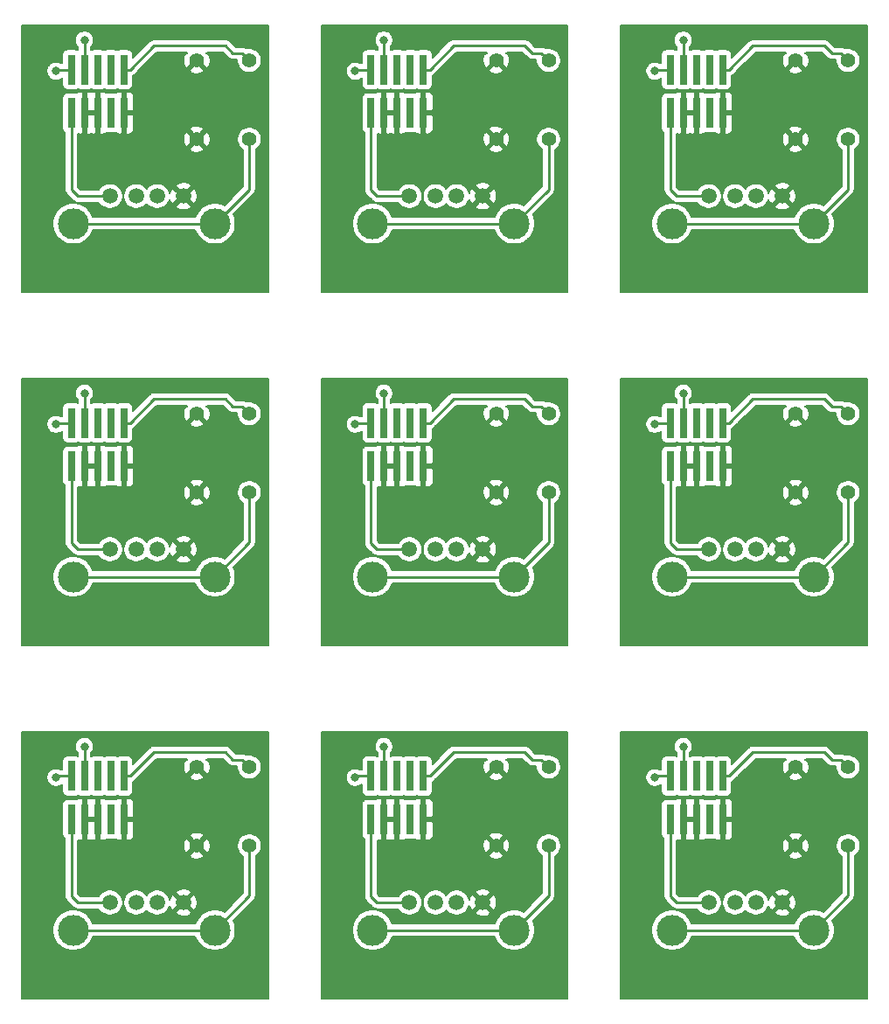
<source format=gtl>
G04 #@! TF.GenerationSoftware,KiCad,Pcbnew,(5.0.1)-4*
G04 #@! TF.CreationDate,2019-01-31T17:22:40-08:00*
G04 #@! TF.ProjectId,programing_adapter,70726F6772616D696E675F6164617074,rev?*
G04 #@! TF.SameCoordinates,Original*
G04 #@! TF.FileFunction,Copper,L1,Top,Signal*
G04 #@! TF.FilePolarity,Positive*
%FSLAX46Y46*%
G04 Gerber Fmt 4.6, Leading zero omitted, Abs format (unit mm)*
G04 Created by KiCad (PCBNEW (5.0.1)-4) date 1/31/2019 5:22:40 PM*
%MOMM*%
%LPD*%
G01*
G04 APERTURE LIST*
G04 #@! TA.AperFunction,ComponentPad*
%ADD10C,1.397000*%
G04 #@! TD*
G04 #@! TA.AperFunction,ComponentPad*
%ADD11C,1.500000*%
G04 #@! TD*
G04 #@! TA.AperFunction,ComponentPad*
%ADD12C,3.000000*%
G04 #@! TD*
G04 #@! TA.AperFunction,SMDPad,CuDef*
%ADD13R,0.762000X2.921000*%
G04 #@! TD*
G04 #@! TA.AperFunction,ViaPad*
%ADD14C,0.800000*%
G04 #@! TD*
G04 #@! TA.AperFunction,Conductor*
%ADD15C,0.250000*%
G04 #@! TD*
G04 #@! TA.AperFunction,Conductor*
%ADD16C,0.200000*%
G04 #@! TD*
G04 APERTURE END LIST*
D10*
G04 #@! TO.P,SW1,1*
G04 #@! TO.N,GND*
X196010000Y-145880000D03*
G04 #@! TO.P,SW1,2*
G04 #@! TO.N,/Reset*
X201090000Y-145880000D03*
G04 #@! TO.P,SW1,1*
G04 #@! TO.N,GND*
X196010000Y-153500000D03*
G04 #@! TO.P,SW1,2*
G04 #@! TO.N,/Reset*
X201090000Y-153500000D03*
G04 #@! TD*
G04 #@! TO.P,SW1,1*
G04 #@! TO.N,GND*
X167010000Y-145880000D03*
G04 #@! TO.P,SW1,2*
G04 #@! TO.N,/Reset*
X172090000Y-145880000D03*
G04 #@! TO.P,SW1,1*
G04 #@! TO.N,GND*
X167010000Y-153500000D03*
G04 #@! TO.P,SW1,2*
G04 #@! TO.N,/Reset*
X172090000Y-153500000D03*
G04 #@! TD*
G04 #@! TO.P,SW1,1*
G04 #@! TO.N,GND*
X138010000Y-145880000D03*
G04 #@! TO.P,SW1,2*
G04 #@! TO.N,/Reset*
X143090000Y-145880000D03*
G04 #@! TO.P,SW1,1*
G04 #@! TO.N,GND*
X138010000Y-153500000D03*
G04 #@! TO.P,SW1,2*
G04 #@! TO.N,/Reset*
X143090000Y-153500000D03*
G04 #@! TD*
G04 #@! TO.P,SW1,1*
G04 #@! TO.N,GND*
X196010000Y-111680000D03*
G04 #@! TO.P,SW1,2*
G04 #@! TO.N,/Reset*
X201090000Y-111680000D03*
G04 #@! TO.P,SW1,1*
G04 #@! TO.N,GND*
X196010000Y-119300000D03*
G04 #@! TO.P,SW1,2*
G04 #@! TO.N,/Reset*
X201090000Y-119300000D03*
G04 #@! TD*
G04 #@! TO.P,SW1,1*
G04 #@! TO.N,GND*
X167010000Y-111680000D03*
G04 #@! TO.P,SW1,2*
G04 #@! TO.N,/Reset*
X172090000Y-111680000D03*
G04 #@! TO.P,SW1,1*
G04 #@! TO.N,GND*
X167010000Y-119300000D03*
G04 #@! TO.P,SW1,2*
G04 #@! TO.N,/Reset*
X172090000Y-119300000D03*
G04 #@! TD*
G04 #@! TO.P,SW1,1*
G04 #@! TO.N,GND*
X138010000Y-111680000D03*
G04 #@! TO.P,SW1,2*
G04 #@! TO.N,/Reset*
X143090000Y-111680000D03*
G04 #@! TO.P,SW1,1*
G04 #@! TO.N,GND*
X138010000Y-119300000D03*
G04 #@! TO.P,SW1,2*
G04 #@! TO.N,/Reset*
X143090000Y-119300000D03*
G04 #@! TD*
G04 #@! TO.P,SW1,1*
G04 #@! TO.N,GND*
X196010000Y-77480000D03*
G04 #@! TO.P,SW1,2*
G04 #@! TO.N,/Reset*
X201090000Y-77480000D03*
G04 #@! TO.P,SW1,1*
G04 #@! TO.N,GND*
X196010000Y-85100000D03*
G04 #@! TO.P,SW1,2*
G04 #@! TO.N,/Reset*
X201090000Y-85100000D03*
G04 #@! TD*
G04 #@! TO.P,SW1,1*
G04 #@! TO.N,GND*
X167010000Y-77480000D03*
G04 #@! TO.P,SW1,2*
G04 #@! TO.N,/Reset*
X172090000Y-77480000D03*
G04 #@! TO.P,SW1,1*
G04 #@! TO.N,GND*
X167010000Y-85100000D03*
G04 #@! TO.P,SW1,2*
G04 #@! TO.N,/Reset*
X172090000Y-85100000D03*
G04 #@! TD*
D11*
G04 #@! TO.P,J2,4*
G04 #@! TO.N,GND*
X194715001Y-159005001D03*
G04 #@! TO.P,J2,3*
G04 #@! TO.N,/SWDIO*
X192175001Y-159005001D03*
G04 #@! TO.P,J2,2*
G04 #@! TO.N,/SWDCLK*
X190145001Y-159005001D03*
G04 #@! TO.P,J2,1*
G04 #@! TO.N,+5V*
X187605001Y-159005001D03*
D12*
G04 #@! TO.P,J2,5*
G04 #@! TO.N,/Reset*
X197765001Y-161675001D03*
X184045001Y-161675001D03*
G04 #@! TD*
D11*
G04 #@! TO.P,J2,4*
G04 #@! TO.N,GND*
X165715001Y-159005001D03*
G04 #@! TO.P,J2,3*
G04 #@! TO.N,/SWDIO*
X163175001Y-159005001D03*
G04 #@! TO.P,J2,2*
G04 #@! TO.N,/SWDCLK*
X161145001Y-159005001D03*
G04 #@! TO.P,J2,1*
G04 #@! TO.N,+5V*
X158605001Y-159005001D03*
D12*
G04 #@! TO.P,J2,5*
G04 #@! TO.N,/Reset*
X168765001Y-161675001D03*
X155045001Y-161675001D03*
G04 #@! TD*
D11*
G04 #@! TO.P,J2,4*
G04 #@! TO.N,GND*
X136715001Y-159005001D03*
G04 #@! TO.P,J2,3*
G04 #@! TO.N,/SWDIO*
X134175001Y-159005001D03*
G04 #@! TO.P,J2,2*
G04 #@! TO.N,/SWDCLK*
X132145001Y-159005001D03*
G04 #@! TO.P,J2,1*
G04 #@! TO.N,+5V*
X129605001Y-159005001D03*
D12*
G04 #@! TO.P,J2,5*
G04 #@! TO.N,/Reset*
X139765001Y-161675001D03*
X126045001Y-161675001D03*
G04 #@! TD*
D11*
G04 #@! TO.P,J2,4*
G04 #@! TO.N,GND*
X194715001Y-124805001D03*
G04 #@! TO.P,J2,3*
G04 #@! TO.N,/SWDIO*
X192175001Y-124805001D03*
G04 #@! TO.P,J2,2*
G04 #@! TO.N,/SWDCLK*
X190145001Y-124805001D03*
G04 #@! TO.P,J2,1*
G04 #@! TO.N,+5V*
X187605001Y-124805001D03*
D12*
G04 #@! TO.P,J2,5*
G04 #@! TO.N,/Reset*
X197765001Y-127475001D03*
X184045001Y-127475001D03*
G04 #@! TD*
D11*
G04 #@! TO.P,J2,4*
G04 #@! TO.N,GND*
X165715001Y-124805001D03*
G04 #@! TO.P,J2,3*
G04 #@! TO.N,/SWDIO*
X163175001Y-124805001D03*
G04 #@! TO.P,J2,2*
G04 #@! TO.N,/SWDCLK*
X161145001Y-124805001D03*
G04 #@! TO.P,J2,1*
G04 #@! TO.N,+5V*
X158605001Y-124805001D03*
D12*
G04 #@! TO.P,J2,5*
G04 #@! TO.N,/Reset*
X168765001Y-127475001D03*
X155045001Y-127475001D03*
G04 #@! TD*
D11*
G04 #@! TO.P,J2,4*
G04 #@! TO.N,GND*
X136715001Y-124805001D03*
G04 #@! TO.P,J2,3*
G04 #@! TO.N,/SWDIO*
X134175001Y-124805001D03*
G04 #@! TO.P,J2,2*
G04 #@! TO.N,/SWDCLK*
X132145001Y-124805001D03*
G04 #@! TO.P,J2,1*
G04 #@! TO.N,+5V*
X129605001Y-124805001D03*
D12*
G04 #@! TO.P,J2,5*
G04 #@! TO.N,/Reset*
X139765001Y-127475001D03*
X126045001Y-127475001D03*
G04 #@! TD*
D11*
G04 #@! TO.P,J2,4*
G04 #@! TO.N,GND*
X194715001Y-90605001D03*
G04 #@! TO.P,J2,3*
G04 #@! TO.N,/SWDIO*
X192175001Y-90605001D03*
G04 #@! TO.P,J2,2*
G04 #@! TO.N,/SWDCLK*
X190145001Y-90605001D03*
G04 #@! TO.P,J2,1*
G04 #@! TO.N,+5V*
X187605001Y-90605001D03*
D12*
G04 #@! TO.P,J2,5*
G04 #@! TO.N,/Reset*
X197765001Y-93275001D03*
X184045001Y-93275001D03*
G04 #@! TD*
D11*
G04 #@! TO.P,J2,4*
G04 #@! TO.N,GND*
X165715001Y-90605001D03*
G04 #@! TO.P,J2,3*
G04 #@! TO.N,/SWDIO*
X163175001Y-90605001D03*
G04 #@! TO.P,J2,2*
G04 #@! TO.N,/SWDCLK*
X161145001Y-90605001D03*
G04 #@! TO.P,J2,1*
G04 #@! TO.N,+5V*
X158605001Y-90605001D03*
D12*
G04 #@! TO.P,J2,5*
G04 #@! TO.N,/Reset*
X168765001Y-93275001D03*
X155045001Y-93275001D03*
G04 #@! TD*
D13*
G04 #@! TO.P,J1,7*
G04 #@! TO.N,N/C*
X187680000Y-150945500D03*
G04 #@! TO.P,J1,9*
G04 #@! TO.N,GND*
X188950000Y-150945500D03*
G04 #@! TO.P,J1,5*
X186410000Y-150945500D03*
G04 #@! TO.P,J1,3*
X185140000Y-150945500D03*
G04 #@! TO.P,J1,1*
G04 #@! TO.N,+5V*
X183870000Y-150945500D03*
G04 #@! TO.P,J1,10*
G04 #@! TO.N,/Reset*
X188950000Y-146754500D03*
G04 #@! TO.P,J1,8*
G04 #@! TO.N,N/C*
X187680000Y-146754500D03*
G04 #@! TO.P,J1,6*
X186410000Y-146754500D03*
G04 #@! TO.P,J1,4*
G04 #@! TO.N,/SWDCLK*
X185140000Y-146754500D03*
G04 #@! TO.P,J1,2*
G04 #@! TO.N,/SWDIO*
X183870000Y-146754500D03*
G04 #@! TD*
G04 #@! TO.P,J1,7*
G04 #@! TO.N,N/C*
X158680000Y-150945500D03*
G04 #@! TO.P,J1,9*
G04 #@! TO.N,GND*
X159950000Y-150945500D03*
G04 #@! TO.P,J1,5*
X157410000Y-150945500D03*
G04 #@! TO.P,J1,3*
X156140000Y-150945500D03*
G04 #@! TO.P,J1,1*
G04 #@! TO.N,+5V*
X154870000Y-150945500D03*
G04 #@! TO.P,J1,10*
G04 #@! TO.N,/Reset*
X159950000Y-146754500D03*
G04 #@! TO.P,J1,8*
G04 #@! TO.N,N/C*
X158680000Y-146754500D03*
G04 #@! TO.P,J1,6*
X157410000Y-146754500D03*
G04 #@! TO.P,J1,4*
G04 #@! TO.N,/SWDCLK*
X156140000Y-146754500D03*
G04 #@! TO.P,J1,2*
G04 #@! TO.N,/SWDIO*
X154870000Y-146754500D03*
G04 #@! TD*
G04 #@! TO.P,J1,7*
G04 #@! TO.N,N/C*
X129680000Y-150945500D03*
G04 #@! TO.P,J1,9*
G04 #@! TO.N,GND*
X130950000Y-150945500D03*
G04 #@! TO.P,J1,5*
X128410000Y-150945500D03*
G04 #@! TO.P,J1,3*
X127140000Y-150945500D03*
G04 #@! TO.P,J1,1*
G04 #@! TO.N,+5V*
X125870000Y-150945500D03*
G04 #@! TO.P,J1,10*
G04 #@! TO.N,/Reset*
X130950000Y-146754500D03*
G04 #@! TO.P,J1,8*
G04 #@! TO.N,N/C*
X129680000Y-146754500D03*
G04 #@! TO.P,J1,6*
X128410000Y-146754500D03*
G04 #@! TO.P,J1,4*
G04 #@! TO.N,/SWDCLK*
X127140000Y-146754500D03*
G04 #@! TO.P,J1,2*
G04 #@! TO.N,/SWDIO*
X125870000Y-146754500D03*
G04 #@! TD*
G04 #@! TO.P,J1,7*
G04 #@! TO.N,N/C*
X187680000Y-116745500D03*
G04 #@! TO.P,J1,9*
G04 #@! TO.N,GND*
X188950000Y-116745500D03*
G04 #@! TO.P,J1,5*
X186410000Y-116745500D03*
G04 #@! TO.P,J1,3*
X185140000Y-116745500D03*
G04 #@! TO.P,J1,1*
G04 #@! TO.N,+5V*
X183870000Y-116745500D03*
G04 #@! TO.P,J1,10*
G04 #@! TO.N,/Reset*
X188950000Y-112554500D03*
G04 #@! TO.P,J1,8*
G04 #@! TO.N,N/C*
X187680000Y-112554500D03*
G04 #@! TO.P,J1,6*
X186410000Y-112554500D03*
G04 #@! TO.P,J1,4*
G04 #@! TO.N,/SWDCLK*
X185140000Y-112554500D03*
G04 #@! TO.P,J1,2*
G04 #@! TO.N,/SWDIO*
X183870000Y-112554500D03*
G04 #@! TD*
G04 #@! TO.P,J1,7*
G04 #@! TO.N,N/C*
X158680000Y-116745500D03*
G04 #@! TO.P,J1,9*
G04 #@! TO.N,GND*
X159950000Y-116745500D03*
G04 #@! TO.P,J1,5*
X157410000Y-116745500D03*
G04 #@! TO.P,J1,3*
X156140000Y-116745500D03*
G04 #@! TO.P,J1,1*
G04 #@! TO.N,+5V*
X154870000Y-116745500D03*
G04 #@! TO.P,J1,10*
G04 #@! TO.N,/Reset*
X159950000Y-112554500D03*
G04 #@! TO.P,J1,8*
G04 #@! TO.N,N/C*
X158680000Y-112554500D03*
G04 #@! TO.P,J1,6*
X157410000Y-112554500D03*
G04 #@! TO.P,J1,4*
G04 #@! TO.N,/SWDCLK*
X156140000Y-112554500D03*
G04 #@! TO.P,J1,2*
G04 #@! TO.N,/SWDIO*
X154870000Y-112554500D03*
G04 #@! TD*
G04 #@! TO.P,J1,7*
G04 #@! TO.N,N/C*
X129680000Y-116745500D03*
G04 #@! TO.P,J1,9*
G04 #@! TO.N,GND*
X130950000Y-116745500D03*
G04 #@! TO.P,J1,5*
X128410000Y-116745500D03*
G04 #@! TO.P,J1,3*
X127140000Y-116745500D03*
G04 #@! TO.P,J1,1*
G04 #@! TO.N,+5V*
X125870000Y-116745500D03*
G04 #@! TO.P,J1,10*
G04 #@! TO.N,/Reset*
X130950000Y-112554500D03*
G04 #@! TO.P,J1,8*
G04 #@! TO.N,N/C*
X129680000Y-112554500D03*
G04 #@! TO.P,J1,6*
X128410000Y-112554500D03*
G04 #@! TO.P,J1,4*
G04 #@! TO.N,/SWDCLK*
X127140000Y-112554500D03*
G04 #@! TO.P,J1,2*
G04 #@! TO.N,/SWDIO*
X125870000Y-112554500D03*
G04 #@! TD*
G04 #@! TO.P,J1,7*
G04 #@! TO.N,N/C*
X187680000Y-82545500D03*
G04 #@! TO.P,J1,9*
G04 #@! TO.N,GND*
X188950000Y-82545500D03*
G04 #@! TO.P,J1,5*
X186410000Y-82545500D03*
G04 #@! TO.P,J1,3*
X185140000Y-82545500D03*
G04 #@! TO.P,J1,1*
G04 #@! TO.N,+5V*
X183870000Y-82545500D03*
G04 #@! TO.P,J1,10*
G04 #@! TO.N,/Reset*
X188950000Y-78354500D03*
G04 #@! TO.P,J1,8*
G04 #@! TO.N,N/C*
X187680000Y-78354500D03*
G04 #@! TO.P,J1,6*
X186410000Y-78354500D03*
G04 #@! TO.P,J1,4*
G04 #@! TO.N,/SWDCLK*
X185140000Y-78354500D03*
G04 #@! TO.P,J1,2*
G04 #@! TO.N,/SWDIO*
X183870000Y-78354500D03*
G04 #@! TD*
G04 #@! TO.P,J1,7*
G04 #@! TO.N,N/C*
X158680000Y-82545500D03*
G04 #@! TO.P,J1,9*
G04 #@! TO.N,GND*
X159950000Y-82545500D03*
G04 #@! TO.P,J1,5*
X157410000Y-82545500D03*
G04 #@! TO.P,J1,3*
X156140000Y-82545500D03*
G04 #@! TO.P,J1,1*
G04 #@! TO.N,+5V*
X154870000Y-82545500D03*
G04 #@! TO.P,J1,10*
G04 #@! TO.N,/Reset*
X159950000Y-78354500D03*
G04 #@! TO.P,J1,8*
G04 #@! TO.N,N/C*
X158680000Y-78354500D03*
G04 #@! TO.P,J1,6*
X157410000Y-78354500D03*
G04 #@! TO.P,J1,4*
G04 #@! TO.N,/SWDCLK*
X156140000Y-78354500D03*
G04 #@! TO.P,J1,2*
G04 #@! TO.N,/SWDIO*
X154870000Y-78354500D03*
G04 #@! TD*
G04 #@! TO.P,J1,2*
G04 #@! TO.N,/SWDIO*
X125870000Y-78354500D03*
G04 #@! TO.P,J1,4*
G04 #@! TO.N,/SWDCLK*
X127140000Y-78354500D03*
G04 #@! TO.P,J1,6*
G04 #@! TO.N,N/C*
X128410000Y-78354500D03*
G04 #@! TO.P,J1,8*
X129680000Y-78354500D03*
G04 #@! TO.P,J1,10*
G04 #@! TO.N,/Reset*
X130950000Y-78354500D03*
G04 #@! TO.P,J1,1*
G04 #@! TO.N,+5V*
X125870000Y-82545500D03*
G04 #@! TO.P,J1,3*
G04 #@! TO.N,GND*
X127140000Y-82545500D03*
G04 #@! TO.P,J1,5*
X128410000Y-82545500D03*
G04 #@! TO.P,J1,9*
X130950000Y-82545500D03*
G04 #@! TO.P,J1,7*
G04 #@! TO.N,N/C*
X129680000Y-82545500D03*
G04 #@! TD*
D12*
G04 #@! TO.P,J2,5*
G04 #@! TO.N,/Reset*
X126045001Y-93275001D03*
X139765001Y-93275001D03*
D11*
G04 #@! TO.P,J2,1*
G04 #@! TO.N,+5V*
X129605001Y-90605001D03*
G04 #@! TO.P,J2,2*
G04 #@! TO.N,/SWDCLK*
X132145001Y-90605001D03*
G04 #@! TO.P,J2,3*
G04 #@! TO.N,/SWDIO*
X134175001Y-90605001D03*
G04 #@! TO.P,J2,4*
G04 #@! TO.N,GND*
X136715001Y-90605001D03*
G04 #@! TD*
D10*
G04 #@! TO.P,SW1,2*
G04 #@! TO.N,/Reset*
X143090000Y-85100000D03*
G04 #@! TO.P,SW1,1*
G04 #@! TO.N,GND*
X138010000Y-85100000D03*
G04 #@! TO.P,SW1,2*
G04 #@! TO.N,/Reset*
X143090000Y-77480000D03*
G04 #@! TO.P,SW1,1*
G04 #@! TO.N,GND*
X138010000Y-77480000D03*
G04 #@! TD*
D14*
G04 #@! TO.N,GND*
X127690000Y-85610000D03*
X130980000Y-85500000D03*
X132580000Y-82540000D03*
X124480002Y-80040000D03*
X133580000Y-94670000D03*
X131290000Y-94410000D03*
X142850000Y-92140000D03*
X141450000Y-88370000D03*
X124470000Y-85560000D03*
X124910000Y-89530000D03*
X133020000Y-88370000D03*
X132330000Y-75840000D03*
X143740000Y-79630000D03*
X134880000Y-85510000D03*
X130780000Y-92090000D03*
X156690000Y-85610000D03*
X185690000Y-85610000D03*
X127690000Y-119810000D03*
X156690000Y-119810000D03*
X185690000Y-119810000D03*
X127690000Y-154010000D03*
X156690000Y-154010000D03*
X185690000Y-154010000D03*
X159980000Y-85500000D03*
X188980000Y-85500000D03*
X130980000Y-119700000D03*
X159980000Y-119700000D03*
X188980000Y-119700000D03*
X130980000Y-153900000D03*
X159980000Y-153900000D03*
X188980000Y-153900000D03*
X161580000Y-82540000D03*
X190580000Y-82540000D03*
X132580000Y-116740000D03*
X161580000Y-116740000D03*
X190580000Y-116740000D03*
X132580000Y-150940000D03*
X161580000Y-150940000D03*
X190580000Y-150940000D03*
X153480002Y-80040000D03*
X182480002Y-80040000D03*
X124480002Y-114240000D03*
X153480002Y-114240000D03*
X182480002Y-114240000D03*
X124480002Y-148440000D03*
X153480002Y-148440000D03*
X182480002Y-148440000D03*
X162580000Y-94670000D03*
X191580000Y-94670000D03*
X133580000Y-128870000D03*
X162580000Y-128870000D03*
X191580000Y-128870000D03*
X133580000Y-163070000D03*
X162580000Y-163070000D03*
X191580000Y-163070000D03*
X160290000Y-94410000D03*
X189290000Y-94410000D03*
X131290000Y-128610000D03*
X160290000Y-128610000D03*
X189290000Y-128610000D03*
X131290000Y-162810000D03*
X160290000Y-162810000D03*
X189290000Y-162810000D03*
X171850000Y-92140000D03*
X200850000Y-92140000D03*
X142850000Y-126340000D03*
X171850000Y-126340000D03*
X200850000Y-126340000D03*
X142850000Y-160540000D03*
X171850000Y-160540000D03*
X200850000Y-160540000D03*
X170450000Y-88370000D03*
X199450000Y-88370000D03*
X141450000Y-122570000D03*
X170450000Y-122570000D03*
X199450000Y-122570000D03*
X141450000Y-156770000D03*
X170450000Y-156770000D03*
X199450000Y-156770000D03*
X153470000Y-85560000D03*
X182470000Y-85560000D03*
X124470000Y-119760000D03*
X153470000Y-119760000D03*
X182470000Y-119760000D03*
X124470000Y-153960000D03*
X153470000Y-153960000D03*
X182470000Y-153960000D03*
X153910000Y-89530000D03*
X182910000Y-89530000D03*
X124910000Y-123730000D03*
X153910000Y-123730000D03*
X182910000Y-123730000D03*
X124910000Y-157930000D03*
X153910000Y-157930000D03*
X182910000Y-157930000D03*
X162020000Y-88370000D03*
X191020000Y-88370000D03*
X133020000Y-122570000D03*
X162020000Y-122570000D03*
X191020000Y-122570000D03*
X133020000Y-156770000D03*
X162020000Y-156770000D03*
X191020000Y-156770000D03*
X161330000Y-75840000D03*
X190330000Y-75840000D03*
X132330000Y-110040000D03*
X161330000Y-110040000D03*
X190330000Y-110040000D03*
X132330000Y-144240000D03*
X161330000Y-144240000D03*
X190330000Y-144240000D03*
X172740000Y-79630000D03*
X201740000Y-79630000D03*
X143740000Y-113830000D03*
X172740000Y-113830000D03*
X201740000Y-113830000D03*
X143740000Y-148030000D03*
X172740000Y-148030000D03*
X201740000Y-148030000D03*
X163880000Y-85510000D03*
X192880000Y-85510000D03*
X134880000Y-119710000D03*
X163880000Y-119710000D03*
X192880000Y-119710000D03*
X134880000Y-153910000D03*
X163880000Y-153910000D03*
X192880000Y-153910000D03*
X159780000Y-92090000D03*
X188780000Y-92090000D03*
X130780000Y-126290000D03*
X159780000Y-126290000D03*
X188780000Y-126290000D03*
X130780000Y-160490000D03*
X159780000Y-160490000D03*
X188780000Y-160490000D03*
G04 #@! TO.N,/SWDIO*
X124360000Y-78500000D03*
X153360000Y-78500000D03*
X182360000Y-78500000D03*
X124360000Y-112700000D03*
X153360000Y-112700000D03*
X182360000Y-112700000D03*
X124360000Y-146900000D03*
X153360000Y-146900000D03*
X182360000Y-146900000D03*
G04 #@! TO.N,/SWDCLK*
X127130000Y-75490000D03*
X156130000Y-75490000D03*
X185130000Y-75490000D03*
X127130000Y-109690000D03*
X156130000Y-109690000D03*
X185130000Y-109690000D03*
X127130000Y-143890000D03*
X156130000Y-143890000D03*
X185130000Y-143890000D03*
G04 #@! TD*
D15*
G04 #@! TO.N,+5V*
X129605001Y-90605001D02*
X126455001Y-90605001D01*
X125870000Y-90020000D02*
X125870000Y-82545500D01*
X126455001Y-90605001D02*
X125870000Y-90020000D01*
X155455001Y-90605001D02*
X154870000Y-90020000D01*
X184455001Y-90605001D02*
X183870000Y-90020000D01*
X126455001Y-124805001D02*
X125870000Y-124220000D01*
X155455001Y-124805001D02*
X154870000Y-124220000D01*
X184455001Y-124805001D02*
X183870000Y-124220000D01*
X126455001Y-159005001D02*
X125870000Y-158420000D01*
X155455001Y-159005001D02*
X154870000Y-158420000D01*
X184455001Y-159005001D02*
X183870000Y-158420000D01*
X154870000Y-90020000D02*
X154870000Y-82545500D01*
X183870000Y-90020000D02*
X183870000Y-82545500D01*
X125870000Y-124220000D02*
X125870000Y-116745500D01*
X154870000Y-124220000D02*
X154870000Y-116745500D01*
X183870000Y-124220000D02*
X183870000Y-116745500D01*
X125870000Y-158420000D02*
X125870000Y-150945500D01*
X154870000Y-158420000D02*
X154870000Y-150945500D01*
X183870000Y-158420000D02*
X183870000Y-150945500D01*
X158605001Y-90605001D02*
X155455001Y-90605001D01*
X187605001Y-90605001D02*
X184455001Y-90605001D01*
X129605001Y-124805001D02*
X126455001Y-124805001D01*
X158605001Y-124805001D02*
X155455001Y-124805001D01*
X187605001Y-124805001D02*
X184455001Y-124805001D01*
X129605001Y-159005001D02*
X126455001Y-159005001D01*
X158605001Y-159005001D02*
X155455001Y-159005001D01*
X187605001Y-159005001D02*
X184455001Y-159005001D01*
G04 #@! TO.N,GND*
X127140000Y-82545500D02*
X127140000Y-85060000D01*
X127140000Y-85060000D02*
X127690000Y-85610000D01*
X128410000Y-84890000D02*
X127690000Y-85610000D01*
X128410000Y-82545500D02*
X128410000Y-84890000D01*
X130950000Y-82545500D02*
X130950000Y-85470000D01*
X130950000Y-85470000D02*
X130980000Y-85500000D01*
X130950000Y-82545500D02*
X132574500Y-82545500D01*
X132574500Y-82545500D02*
X132580000Y-82540000D01*
X159950000Y-82545500D02*
X159950000Y-85470000D01*
X188950000Y-82545500D02*
X188950000Y-85470000D01*
X130950000Y-116745500D02*
X130950000Y-119670000D01*
X159950000Y-116745500D02*
X159950000Y-119670000D01*
X188950000Y-116745500D02*
X188950000Y-119670000D01*
X130950000Y-150945500D02*
X130950000Y-153870000D01*
X159950000Y-150945500D02*
X159950000Y-153870000D01*
X188950000Y-150945500D02*
X188950000Y-153870000D01*
X156140000Y-85060000D02*
X156690000Y-85610000D01*
X185140000Y-85060000D02*
X185690000Y-85610000D01*
X127140000Y-119260000D02*
X127690000Y-119810000D01*
X156140000Y-119260000D02*
X156690000Y-119810000D01*
X185140000Y-119260000D02*
X185690000Y-119810000D01*
X127140000Y-153460000D02*
X127690000Y-154010000D01*
X156140000Y-153460000D02*
X156690000Y-154010000D01*
X185140000Y-153460000D02*
X185690000Y-154010000D01*
X157410000Y-82545500D02*
X157410000Y-84890000D01*
X186410000Y-82545500D02*
X186410000Y-84890000D01*
X128410000Y-116745500D02*
X128410000Y-119090000D01*
X157410000Y-116745500D02*
X157410000Y-119090000D01*
X186410000Y-116745500D02*
X186410000Y-119090000D01*
X128410000Y-150945500D02*
X128410000Y-153290000D01*
X157410000Y-150945500D02*
X157410000Y-153290000D01*
X186410000Y-150945500D02*
X186410000Y-153290000D01*
X157410000Y-84890000D02*
X156690000Y-85610000D01*
X186410000Y-84890000D02*
X185690000Y-85610000D01*
X128410000Y-119090000D02*
X127690000Y-119810000D01*
X157410000Y-119090000D02*
X156690000Y-119810000D01*
X186410000Y-119090000D02*
X185690000Y-119810000D01*
X128410000Y-153290000D02*
X127690000Y-154010000D01*
X157410000Y-153290000D02*
X156690000Y-154010000D01*
X186410000Y-153290000D02*
X185690000Y-154010000D01*
X159950000Y-82545500D02*
X161574500Y-82545500D01*
X188950000Y-82545500D02*
X190574500Y-82545500D01*
X130950000Y-116745500D02*
X132574500Y-116745500D01*
X159950000Y-116745500D02*
X161574500Y-116745500D01*
X188950000Y-116745500D02*
X190574500Y-116745500D01*
X130950000Y-150945500D02*
X132574500Y-150945500D01*
X159950000Y-150945500D02*
X161574500Y-150945500D01*
X188950000Y-150945500D02*
X190574500Y-150945500D01*
X156140000Y-82545500D02*
X156140000Y-85060000D01*
X185140000Y-82545500D02*
X185140000Y-85060000D01*
X127140000Y-116745500D02*
X127140000Y-119260000D01*
X156140000Y-116745500D02*
X156140000Y-119260000D01*
X185140000Y-116745500D02*
X185140000Y-119260000D01*
X127140000Y-150945500D02*
X127140000Y-153460000D01*
X156140000Y-150945500D02*
X156140000Y-153460000D01*
X185140000Y-150945500D02*
X185140000Y-153460000D01*
X159950000Y-85470000D02*
X159980000Y-85500000D01*
X188950000Y-85470000D02*
X188980000Y-85500000D01*
X130950000Y-119670000D02*
X130980000Y-119700000D01*
X159950000Y-119670000D02*
X159980000Y-119700000D01*
X188950000Y-119670000D02*
X188980000Y-119700000D01*
X130950000Y-153870000D02*
X130980000Y-153900000D01*
X159950000Y-153870000D02*
X159980000Y-153900000D01*
X188950000Y-153870000D02*
X188980000Y-153900000D01*
X161574500Y-82545500D02*
X161580000Y-82540000D01*
X190574500Y-82545500D02*
X190580000Y-82540000D01*
X132574500Y-116745500D02*
X132580000Y-116740000D01*
X161574500Y-116745500D02*
X161580000Y-116740000D01*
X190574500Y-116745500D02*
X190580000Y-116740000D01*
X132574500Y-150945500D02*
X132580000Y-150940000D01*
X161574500Y-150945500D02*
X161580000Y-150940000D01*
X190574500Y-150945500D02*
X190580000Y-150940000D01*
G04 #@! TO.N,/SWDIO*
X125870000Y-78354500D02*
X124505500Y-78354500D01*
X124505500Y-78354500D02*
X124360000Y-78500000D01*
X153505500Y-78354500D02*
X153360000Y-78500000D01*
X182505500Y-78354500D02*
X182360000Y-78500000D01*
X124505500Y-112554500D02*
X124360000Y-112700000D01*
X153505500Y-112554500D02*
X153360000Y-112700000D01*
X182505500Y-112554500D02*
X182360000Y-112700000D01*
X124505500Y-146754500D02*
X124360000Y-146900000D01*
X153505500Y-146754500D02*
X153360000Y-146900000D01*
X182505500Y-146754500D02*
X182360000Y-146900000D01*
X154870000Y-78354500D02*
X153505500Y-78354500D01*
X183870000Y-78354500D02*
X182505500Y-78354500D01*
X125870000Y-112554500D02*
X124505500Y-112554500D01*
X154870000Y-112554500D02*
X153505500Y-112554500D01*
X183870000Y-112554500D02*
X182505500Y-112554500D01*
X125870000Y-146754500D02*
X124505500Y-146754500D01*
X154870000Y-146754500D02*
X153505500Y-146754500D01*
X183870000Y-146754500D02*
X182505500Y-146754500D01*
G04 #@! TO.N,/SWDCLK*
X127130000Y-78344500D02*
X127140000Y-78354500D01*
X127130000Y-75490000D02*
X127130000Y-78344500D01*
X156130000Y-75490000D02*
X156130000Y-78344500D01*
X185130000Y-75490000D02*
X185130000Y-78344500D01*
X127130000Y-109690000D02*
X127130000Y-112544500D01*
X156130000Y-109690000D02*
X156130000Y-112544500D01*
X185130000Y-109690000D02*
X185130000Y-112544500D01*
X127130000Y-143890000D02*
X127130000Y-146744500D01*
X156130000Y-143890000D02*
X156130000Y-146744500D01*
X185130000Y-143890000D02*
X185130000Y-146744500D01*
X156130000Y-78344500D02*
X156140000Y-78354500D01*
X185130000Y-78344500D02*
X185140000Y-78354500D01*
X127130000Y-112544500D02*
X127140000Y-112554500D01*
X156130000Y-112544500D02*
X156140000Y-112554500D01*
X185130000Y-112544500D02*
X185140000Y-112554500D01*
X127130000Y-146744500D02*
X127140000Y-146754500D01*
X156130000Y-146744500D02*
X156140000Y-146754500D01*
X185130000Y-146744500D02*
X185140000Y-146754500D01*
G04 #@! TO.N,/Reset*
X142391501Y-76781501D02*
X141511501Y-76781501D01*
X143090000Y-77480000D02*
X142391501Y-76781501D01*
X141511501Y-76781501D02*
X140780000Y-76050000D01*
X131581000Y-78354500D02*
X130950000Y-78354500D01*
X133885500Y-76050000D02*
X131581000Y-78354500D01*
X140780000Y-76050000D02*
X133885500Y-76050000D01*
X126045001Y-93275001D02*
X139765001Y-93275001D01*
X143090000Y-89950002D02*
X143090000Y-85100000D01*
X139765001Y-93275001D02*
X143090000Y-89950002D01*
X168765001Y-93275001D02*
X172090000Y-89950002D01*
X197765001Y-93275001D02*
X201090000Y-89950002D01*
X139765001Y-127475001D02*
X143090000Y-124150002D01*
X168765001Y-127475001D02*
X172090000Y-124150002D01*
X197765001Y-127475001D02*
X201090000Y-124150002D01*
X139765001Y-161675001D02*
X143090000Y-158350002D01*
X168765001Y-161675001D02*
X172090000Y-158350002D01*
X197765001Y-161675001D02*
X201090000Y-158350002D01*
X172090000Y-89950002D02*
X172090000Y-85100000D01*
X201090000Y-89950002D02*
X201090000Y-85100000D01*
X143090000Y-124150002D02*
X143090000Y-119300000D01*
X172090000Y-124150002D02*
X172090000Y-119300000D01*
X201090000Y-124150002D02*
X201090000Y-119300000D01*
X143090000Y-158350002D02*
X143090000Y-153500000D01*
X172090000Y-158350002D02*
X172090000Y-153500000D01*
X201090000Y-158350002D02*
X201090000Y-153500000D01*
X155045001Y-93275001D02*
X168765001Y-93275001D01*
X184045001Y-93275001D02*
X197765001Y-93275001D01*
X126045001Y-127475001D02*
X139765001Y-127475001D01*
X155045001Y-127475001D02*
X168765001Y-127475001D01*
X184045001Y-127475001D02*
X197765001Y-127475001D01*
X126045001Y-161675001D02*
X139765001Y-161675001D01*
X155045001Y-161675001D02*
X168765001Y-161675001D01*
X184045001Y-161675001D02*
X197765001Y-161675001D01*
X162885500Y-76050000D02*
X160581000Y-78354500D01*
X191885500Y-76050000D02*
X189581000Y-78354500D01*
X133885500Y-110250000D02*
X131581000Y-112554500D01*
X162885500Y-110250000D02*
X160581000Y-112554500D01*
X191885500Y-110250000D02*
X189581000Y-112554500D01*
X133885500Y-144450000D02*
X131581000Y-146754500D01*
X162885500Y-144450000D02*
X160581000Y-146754500D01*
X191885500Y-144450000D02*
X189581000Y-146754500D01*
X169780000Y-76050000D02*
X162885500Y-76050000D01*
X198780000Y-76050000D02*
X191885500Y-76050000D01*
X140780000Y-110250000D02*
X133885500Y-110250000D01*
X169780000Y-110250000D02*
X162885500Y-110250000D01*
X198780000Y-110250000D02*
X191885500Y-110250000D01*
X140780000Y-144450000D02*
X133885500Y-144450000D01*
X169780000Y-144450000D02*
X162885500Y-144450000D01*
X198780000Y-144450000D02*
X191885500Y-144450000D01*
X160581000Y-78354500D02*
X159950000Y-78354500D01*
X189581000Y-78354500D02*
X188950000Y-78354500D01*
X131581000Y-112554500D02*
X130950000Y-112554500D01*
X160581000Y-112554500D02*
X159950000Y-112554500D01*
X189581000Y-112554500D02*
X188950000Y-112554500D01*
X131581000Y-146754500D02*
X130950000Y-146754500D01*
X160581000Y-146754500D02*
X159950000Y-146754500D01*
X189581000Y-146754500D02*
X188950000Y-146754500D01*
X170511501Y-76781501D02*
X169780000Y-76050000D01*
X199511501Y-76781501D02*
X198780000Y-76050000D01*
X141511501Y-110981501D02*
X140780000Y-110250000D01*
X170511501Y-110981501D02*
X169780000Y-110250000D01*
X199511501Y-110981501D02*
X198780000Y-110250000D01*
X141511501Y-145181501D02*
X140780000Y-144450000D01*
X170511501Y-145181501D02*
X169780000Y-144450000D01*
X199511501Y-145181501D02*
X198780000Y-144450000D01*
X172090000Y-77480000D02*
X171391501Y-76781501D01*
X201090000Y-77480000D02*
X200391501Y-76781501D01*
X143090000Y-111680000D02*
X142391501Y-110981501D01*
X172090000Y-111680000D02*
X171391501Y-110981501D01*
X201090000Y-111680000D02*
X200391501Y-110981501D01*
X143090000Y-145880000D02*
X142391501Y-145181501D01*
X172090000Y-145880000D02*
X171391501Y-145181501D01*
X201090000Y-145880000D02*
X200391501Y-145181501D01*
X171391501Y-76781501D02*
X170511501Y-76781501D01*
X200391501Y-76781501D02*
X199511501Y-76781501D01*
X142391501Y-110981501D02*
X141511501Y-110981501D01*
X171391501Y-110981501D02*
X170511501Y-110981501D01*
X200391501Y-110981501D02*
X199511501Y-110981501D01*
X142391501Y-145181501D02*
X141511501Y-145181501D01*
X171391501Y-145181501D02*
X170511501Y-145181501D01*
X200391501Y-145181501D02*
X199511501Y-145181501D01*
G04 #@! TD*
D16*
G04 #@! TO.N,GND*
G36*
X144900000Y-99900000D02*
X121100000Y-99900000D01*
X121100000Y-93078018D01*
X124045001Y-93078018D01*
X124045001Y-93471984D01*
X124121860Y-93858379D01*
X124272624Y-94222356D01*
X124491500Y-94549927D01*
X124770075Y-94828502D01*
X125097646Y-95047378D01*
X125461623Y-95198142D01*
X125848018Y-95275001D01*
X126241984Y-95275001D01*
X126628379Y-95198142D01*
X126992356Y-95047378D01*
X127319927Y-94828502D01*
X127598502Y-94549927D01*
X127817378Y-94222356D01*
X127950902Y-93900001D01*
X137859100Y-93900001D01*
X137992624Y-94222356D01*
X138211500Y-94549927D01*
X138490075Y-94828502D01*
X138817646Y-95047378D01*
X139181623Y-95198142D01*
X139568018Y-95275001D01*
X139961984Y-95275001D01*
X140348379Y-95198142D01*
X140712356Y-95047378D01*
X141039927Y-94828502D01*
X141318502Y-94549927D01*
X141537378Y-94222356D01*
X141688142Y-93858379D01*
X141765001Y-93471984D01*
X141765001Y-93078018D01*
X141688142Y-92691623D01*
X141554618Y-92369267D01*
X143510230Y-90413655D01*
X143534080Y-90394082D01*
X143570198Y-90350072D01*
X143612183Y-90298914D01*
X143670218Y-90190337D01*
X143670219Y-90190336D01*
X143705957Y-90072523D01*
X143715000Y-89980706D01*
X143715000Y-89980704D01*
X143718024Y-89950002D01*
X143715000Y-89919300D01*
X143715000Y-86123812D01*
X143853999Y-86030936D01*
X144020936Y-85863999D01*
X144152097Y-85667703D01*
X144242442Y-85449590D01*
X144288500Y-85218042D01*
X144288500Y-84981958D01*
X144242442Y-84750410D01*
X144152097Y-84532297D01*
X144020936Y-84336001D01*
X143853999Y-84169064D01*
X143657703Y-84037903D01*
X143439590Y-83947558D01*
X143208042Y-83901500D01*
X142971958Y-83901500D01*
X142740410Y-83947558D01*
X142522297Y-84037903D01*
X142326001Y-84169064D01*
X142159064Y-84336001D01*
X142027903Y-84532297D01*
X141937558Y-84750410D01*
X141891500Y-84981958D01*
X141891500Y-85218042D01*
X141937558Y-85449590D01*
X142027903Y-85667703D01*
X142159064Y-85863999D01*
X142326001Y-86030936D01*
X142465001Y-86123813D01*
X142465000Y-89691119D01*
X140670735Y-91485384D01*
X140348379Y-91351860D01*
X139961984Y-91275001D01*
X139568018Y-91275001D01*
X139181623Y-91351860D01*
X138817646Y-91502624D01*
X138490075Y-91721500D01*
X138211500Y-92000075D01*
X137992624Y-92327646D01*
X137859100Y-92650001D01*
X127950902Y-92650001D01*
X127817378Y-92327646D01*
X127598502Y-92000075D01*
X127319927Y-91721500D01*
X126992356Y-91502624D01*
X126628379Y-91351860D01*
X126241984Y-91275001D01*
X125848018Y-91275001D01*
X125461623Y-91351860D01*
X125097646Y-91502624D01*
X124770075Y-91721500D01*
X124491500Y-92000075D01*
X124272624Y-92327646D01*
X124121860Y-92691623D01*
X124045001Y-93078018D01*
X121100000Y-93078018D01*
X121100000Y-81085000D01*
X124986581Y-81085000D01*
X124986581Y-84006000D01*
X124996235Y-84104017D01*
X125024825Y-84198267D01*
X125071254Y-84285129D01*
X125133736Y-84361264D01*
X125209871Y-84423746D01*
X125245001Y-84442523D01*
X125245000Y-89989306D01*
X125241977Y-90020000D01*
X125245000Y-90050694D01*
X125245000Y-90050703D01*
X125254043Y-90142520D01*
X125289781Y-90260333D01*
X125347817Y-90368910D01*
X125425920Y-90464080D01*
X125449776Y-90483658D01*
X125991347Y-91025230D01*
X126010921Y-91049081D01*
X126034770Y-91068653D01*
X126106088Y-91127183D01*
X126106090Y-91127184D01*
X126214667Y-91185220D01*
X126332480Y-91220958D01*
X126424297Y-91230001D01*
X126424306Y-91230001D01*
X126455000Y-91233024D01*
X126485694Y-91230001D01*
X128519251Y-91230001D01*
X128634063Y-91401829D01*
X128808173Y-91575939D01*
X129012904Y-91712736D01*
X129240390Y-91806964D01*
X129481887Y-91855001D01*
X129728115Y-91855001D01*
X129969612Y-91806964D01*
X130197098Y-91712736D01*
X130401829Y-91575939D01*
X130575939Y-91401829D01*
X130712736Y-91197098D01*
X130806964Y-90969612D01*
X130855001Y-90728115D01*
X130855001Y-90481887D01*
X130895001Y-90481887D01*
X130895001Y-90728115D01*
X130943038Y-90969612D01*
X131037266Y-91197098D01*
X131174063Y-91401829D01*
X131348173Y-91575939D01*
X131552904Y-91712736D01*
X131780390Y-91806964D01*
X132021887Y-91855001D01*
X132268115Y-91855001D01*
X132509612Y-91806964D01*
X132737098Y-91712736D01*
X132941829Y-91575939D01*
X133115939Y-91401829D01*
X133160001Y-91335886D01*
X133204063Y-91401829D01*
X133378173Y-91575939D01*
X133582904Y-91712736D01*
X133810390Y-91806964D01*
X134051887Y-91855001D01*
X134298115Y-91855001D01*
X134539612Y-91806964D01*
X134767098Y-91712736D01*
X134971829Y-91575939D01*
X134983398Y-91564370D01*
X135973421Y-91564370D01*
X136042639Y-91792428D01*
X136287214Y-91900783D01*
X136548228Y-91959342D01*
X136815651Y-91965854D01*
X137079206Y-91920070D01*
X137328765Y-91823748D01*
X137387363Y-91792428D01*
X137456581Y-91564370D01*
X136715001Y-90822790D01*
X135973421Y-91564370D01*
X134983398Y-91564370D01*
X135145939Y-91401829D01*
X135282736Y-91197098D01*
X135376964Y-90969612D01*
X135389262Y-90907785D01*
X135399932Y-90969206D01*
X135496254Y-91218765D01*
X135527574Y-91277363D01*
X135755632Y-91346581D01*
X136497212Y-90605001D01*
X136932790Y-90605001D01*
X137674370Y-91346581D01*
X137902428Y-91277363D01*
X138010783Y-91032788D01*
X138069342Y-90771774D01*
X138075854Y-90504351D01*
X138030070Y-90240796D01*
X137933748Y-89991237D01*
X137902428Y-89932639D01*
X137674370Y-89863421D01*
X136932790Y-90605001D01*
X136497212Y-90605001D01*
X135755632Y-89863421D01*
X135527574Y-89932639D01*
X135419219Y-90177214D01*
X135390161Y-90306735D01*
X135376964Y-90240390D01*
X135282736Y-90012904D01*
X135145939Y-89808173D01*
X134983398Y-89645632D01*
X135973421Y-89645632D01*
X136715001Y-90387212D01*
X137456581Y-89645632D01*
X137387363Y-89417574D01*
X137142788Y-89309219D01*
X136881774Y-89250660D01*
X136614351Y-89244148D01*
X136350796Y-89289932D01*
X136101237Y-89386254D01*
X136042639Y-89417574D01*
X135973421Y-89645632D01*
X134983398Y-89645632D01*
X134971829Y-89634063D01*
X134767098Y-89497266D01*
X134539612Y-89403038D01*
X134298115Y-89355001D01*
X134051887Y-89355001D01*
X133810390Y-89403038D01*
X133582904Y-89497266D01*
X133378173Y-89634063D01*
X133204063Y-89808173D01*
X133160001Y-89874116D01*
X133115939Y-89808173D01*
X132941829Y-89634063D01*
X132737098Y-89497266D01*
X132509612Y-89403038D01*
X132268115Y-89355001D01*
X132021887Y-89355001D01*
X131780390Y-89403038D01*
X131552904Y-89497266D01*
X131348173Y-89634063D01*
X131174063Y-89808173D01*
X131037266Y-90012904D01*
X130943038Y-90240390D01*
X130895001Y-90481887D01*
X130855001Y-90481887D01*
X130806964Y-90240390D01*
X130712736Y-90012904D01*
X130575939Y-89808173D01*
X130401829Y-89634063D01*
X130197098Y-89497266D01*
X129969612Y-89403038D01*
X129728115Y-89355001D01*
X129481887Y-89355001D01*
X129240390Y-89403038D01*
X129012904Y-89497266D01*
X128808173Y-89634063D01*
X128634063Y-89808173D01*
X128519251Y-89980001D01*
X126713884Y-89980001D01*
X126495000Y-89761118D01*
X126495000Y-86022464D01*
X137305325Y-86022464D01*
X137368259Y-86245282D01*
X137604023Y-86348473D01*
X137855389Y-86403686D01*
X138112696Y-86408799D01*
X138366057Y-86363616D01*
X138605735Y-86269873D01*
X138651741Y-86245282D01*
X138714675Y-86022464D01*
X138010000Y-85317789D01*
X137305325Y-86022464D01*
X126495000Y-86022464D01*
X126495000Y-85202696D01*
X136701201Y-85202696D01*
X136746384Y-85456057D01*
X136840127Y-85695735D01*
X136864718Y-85741741D01*
X137087536Y-85804675D01*
X137792211Y-85100000D01*
X138227789Y-85100000D01*
X138932464Y-85804675D01*
X139155282Y-85741741D01*
X139258473Y-85505977D01*
X139313686Y-85254611D01*
X139318799Y-84997304D01*
X139273616Y-84743943D01*
X139179873Y-84504265D01*
X139155282Y-84458259D01*
X138932464Y-84395325D01*
X138227789Y-85100000D01*
X137792211Y-85100000D01*
X137087536Y-84395325D01*
X136864718Y-84458259D01*
X136761527Y-84694023D01*
X136706314Y-84945389D01*
X136701201Y-85202696D01*
X126495000Y-85202696D01*
X126495000Y-84554742D01*
X126581653Y-84590635D01*
X126699117Y-84614000D01*
X126834000Y-84614000D01*
X126986000Y-84462000D01*
X126986000Y-82699500D01*
X127294000Y-82699500D01*
X127294000Y-84462000D01*
X127446000Y-84614000D01*
X127580883Y-84614000D01*
X127698347Y-84590635D01*
X127775000Y-84558885D01*
X127851653Y-84590635D01*
X127969117Y-84614000D01*
X128104000Y-84614000D01*
X128256000Y-84462000D01*
X128256000Y-82699500D01*
X127294000Y-82699500D01*
X126986000Y-82699500D01*
X126966000Y-82699500D01*
X126966000Y-82391500D01*
X126986000Y-82391500D01*
X126986000Y-80629000D01*
X127294000Y-80629000D01*
X127294000Y-82391500D01*
X128256000Y-82391500D01*
X128256000Y-80629000D01*
X128564000Y-80629000D01*
X128564000Y-82391500D01*
X128584000Y-82391500D01*
X128584000Y-82699500D01*
X128564000Y-82699500D01*
X128564000Y-84462000D01*
X128716000Y-84614000D01*
X128850883Y-84614000D01*
X128968347Y-84590635D01*
X129078996Y-84544803D01*
X129164472Y-84487690D01*
X129200983Y-84498765D01*
X129299000Y-84508419D01*
X130061000Y-84508419D01*
X130159017Y-84498765D01*
X130195528Y-84487690D01*
X130281004Y-84544803D01*
X130391653Y-84590635D01*
X130509117Y-84614000D01*
X130644000Y-84614000D01*
X130796000Y-84462000D01*
X130796000Y-82699500D01*
X131104000Y-82699500D01*
X131104000Y-84462000D01*
X131256000Y-84614000D01*
X131390883Y-84614000D01*
X131508347Y-84590635D01*
X131618996Y-84544803D01*
X131718578Y-84478264D01*
X131803265Y-84393577D01*
X131869803Y-84293996D01*
X131915635Y-84183347D01*
X131916790Y-84177536D01*
X137305325Y-84177536D01*
X138010000Y-84882211D01*
X138714675Y-84177536D01*
X138651741Y-83954718D01*
X138415977Y-83851527D01*
X138164611Y-83796314D01*
X137907304Y-83791201D01*
X137653943Y-83836384D01*
X137414265Y-83930127D01*
X137368259Y-83954718D01*
X137305325Y-84177536D01*
X131916790Y-84177536D01*
X131939000Y-84065883D01*
X131939000Y-82851500D01*
X131787000Y-82699500D01*
X131104000Y-82699500D01*
X130796000Y-82699500D01*
X130776000Y-82699500D01*
X130776000Y-82391500D01*
X130796000Y-82391500D01*
X130796000Y-80629000D01*
X131104000Y-80629000D01*
X131104000Y-82391500D01*
X131787000Y-82391500D01*
X131939000Y-82239500D01*
X131939000Y-81025117D01*
X131915635Y-80907653D01*
X131869803Y-80797004D01*
X131803265Y-80697423D01*
X131718578Y-80612736D01*
X131618996Y-80546197D01*
X131508347Y-80500365D01*
X131390883Y-80477000D01*
X131256000Y-80477000D01*
X131104000Y-80629000D01*
X130796000Y-80629000D01*
X130644000Y-80477000D01*
X130509117Y-80477000D01*
X130391653Y-80500365D01*
X130281004Y-80546197D01*
X130195528Y-80603310D01*
X130159017Y-80592235D01*
X130061000Y-80582581D01*
X129299000Y-80582581D01*
X129200983Y-80592235D01*
X129164472Y-80603310D01*
X129078996Y-80546197D01*
X128968347Y-80500365D01*
X128850883Y-80477000D01*
X128716000Y-80477000D01*
X128564000Y-80629000D01*
X128256000Y-80629000D01*
X128104000Y-80477000D01*
X127969117Y-80477000D01*
X127851653Y-80500365D01*
X127775000Y-80532115D01*
X127698347Y-80500365D01*
X127580883Y-80477000D01*
X127446000Y-80477000D01*
X127294000Y-80629000D01*
X126986000Y-80629000D01*
X126834000Y-80477000D01*
X126699117Y-80477000D01*
X126581653Y-80500365D01*
X126471004Y-80546197D01*
X126385528Y-80603310D01*
X126349017Y-80592235D01*
X126251000Y-80582581D01*
X125489000Y-80582581D01*
X125390983Y-80592235D01*
X125296733Y-80620825D01*
X125209871Y-80667254D01*
X125133736Y-80729736D01*
X125071254Y-80805871D01*
X125024825Y-80892733D01*
X124996235Y-80986983D01*
X124986581Y-81085000D01*
X121100000Y-81085000D01*
X121100000Y-78411358D01*
X123460000Y-78411358D01*
X123460000Y-78588642D01*
X123494586Y-78762520D01*
X123562430Y-78926310D01*
X123660924Y-79073717D01*
X123786283Y-79199076D01*
X123933690Y-79297570D01*
X124097480Y-79365414D01*
X124271358Y-79400000D01*
X124448642Y-79400000D01*
X124622520Y-79365414D01*
X124786310Y-79297570D01*
X124933717Y-79199076D01*
X124986581Y-79146212D01*
X124986581Y-79815000D01*
X124996235Y-79913017D01*
X125024825Y-80007267D01*
X125071254Y-80094129D01*
X125133736Y-80170264D01*
X125209871Y-80232746D01*
X125296733Y-80279175D01*
X125390983Y-80307765D01*
X125489000Y-80317419D01*
X126251000Y-80317419D01*
X126349017Y-80307765D01*
X126443267Y-80279175D01*
X126505000Y-80246178D01*
X126566733Y-80279175D01*
X126660983Y-80307765D01*
X126759000Y-80317419D01*
X127521000Y-80317419D01*
X127619017Y-80307765D01*
X127713267Y-80279175D01*
X127775000Y-80246178D01*
X127836733Y-80279175D01*
X127930983Y-80307765D01*
X128029000Y-80317419D01*
X128791000Y-80317419D01*
X128889017Y-80307765D01*
X128983267Y-80279175D01*
X129045000Y-80246178D01*
X129106733Y-80279175D01*
X129200983Y-80307765D01*
X129299000Y-80317419D01*
X130061000Y-80317419D01*
X130159017Y-80307765D01*
X130253267Y-80279175D01*
X130315000Y-80246178D01*
X130376733Y-80279175D01*
X130470983Y-80307765D01*
X130569000Y-80317419D01*
X131331000Y-80317419D01*
X131429017Y-80307765D01*
X131523267Y-80279175D01*
X131610129Y-80232746D01*
X131686264Y-80170264D01*
X131748746Y-80094129D01*
X131795175Y-80007267D01*
X131823765Y-79913017D01*
X131833419Y-79815000D01*
X131833419Y-78928259D01*
X131929911Y-78876683D01*
X132025080Y-78798580D01*
X132044658Y-78774724D01*
X132416918Y-78402464D01*
X137305325Y-78402464D01*
X137368259Y-78625282D01*
X137604023Y-78728473D01*
X137855389Y-78783686D01*
X138112696Y-78788799D01*
X138366057Y-78743616D01*
X138605735Y-78649873D01*
X138651741Y-78625282D01*
X138714675Y-78402464D01*
X138010000Y-77697789D01*
X137305325Y-78402464D01*
X132416918Y-78402464D01*
X134144383Y-76675000D01*
X136987208Y-76675000D01*
X137087534Y-76775326D01*
X136864718Y-76838259D01*
X136761527Y-77074023D01*
X136706314Y-77325389D01*
X136701201Y-77582696D01*
X136746384Y-77836057D01*
X136840127Y-78075735D01*
X136864718Y-78121741D01*
X137087536Y-78184675D01*
X137792211Y-77480000D01*
X137778069Y-77465858D01*
X137995858Y-77248069D01*
X138010000Y-77262211D01*
X138024142Y-77248069D01*
X138241931Y-77465858D01*
X138227789Y-77480000D01*
X138932464Y-78184675D01*
X139155282Y-78121741D01*
X139258473Y-77885977D01*
X139313686Y-77634611D01*
X139318799Y-77377304D01*
X139273616Y-77123943D01*
X139179873Y-76884265D01*
X139155282Y-76838259D01*
X138932466Y-76775326D01*
X139032792Y-76675000D01*
X140521117Y-76675000D01*
X141047851Y-77201735D01*
X141067421Y-77225581D01*
X141091266Y-77245150D01*
X141091270Y-77245154D01*
X141162589Y-77303684D01*
X141203197Y-77325389D01*
X141271167Y-77361720D01*
X141388980Y-77397458D01*
X141480797Y-77406501D01*
X141480799Y-77406501D01*
X141511501Y-77409525D01*
X141542203Y-77406501D01*
X141891500Y-77406501D01*
X141891500Y-77598042D01*
X141937558Y-77829590D01*
X142027903Y-78047703D01*
X142159064Y-78243999D01*
X142326001Y-78410936D01*
X142522297Y-78542097D01*
X142740410Y-78632442D01*
X142971958Y-78678500D01*
X143208042Y-78678500D01*
X143439590Y-78632442D01*
X143657703Y-78542097D01*
X143853999Y-78410936D01*
X144020936Y-78243999D01*
X144152097Y-78047703D01*
X144242442Y-77829590D01*
X144288500Y-77598042D01*
X144288500Y-77361958D01*
X144242442Y-77130410D01*
X144152097Y-76912297D01*
X144020936Y-76716001D01*
X143853999Y-76549064D01*
X143657703Y-76417903D01*
X143439590Y-76327558D01*
X143208042Y-76281500D01*
X142971958Y-76281500D01*
X142807340Y-76314245D01*
X142740412Y-76259318D01*
X142631835Y-76201282D01*
X142514022Y-76165544D01*
X142422205Y-76156501D01*
X142422195Y-76156501D01*
X142391501Y-76153478D01*
X142360807Y-76156501D01*
X141770384Y-76156501D01*
X141243658Y-75629776D01*
X141224080Y-75605920D01*
X141128911Y-75527817D01*
X141020334Y-75469781D01*
X140902521Y-75434043D01*
X140810704Y-75425000D01*
X140810694Y-75425000D01*
X140780000Y-75421977D01*
X140749306Y-75425000D01*
X133916193Y-75425000D01*
X133885499Y-75421977D01*
X133854805Y-75425000D01*
X133854796Y-75425000D01*
X133762979Y-75434043D01*
X133645166Y-75469781D01*
X133645164Y-75469782D01*
X133536587Y-75527818D01*
X133489177Y-75566727D01*
X133441420Y-75605920D01*
X133421846Y-75629771D01*
X131833419Y-77218199D01*
X131833419Y-76894000D01*
X131823765Y-76795983D01*
X131795175Y-76701733D01*
X131748746Y-76614871D01*
X131686264Y-76538736D01*
X131610129Y-76476254D01*
X131523267Y-76429825D01*
X131429017Y-76401235D01*
X131331000Y-76391581D01*
X130569000Y-76391581D01*
X130470983Y-76401235D01*
X130376733Y-76429825D01*
X130315000Y-76462822D01*
X130253267Y-76429825D01*
X130159017Y-76401235D01*
X130061000Y-76391581D01*
X129299000Y-76391581D01*
X129200983Y-76401235D01*
X129106733Y-76429825D01*
X129045000Y-76462822D01*
X128983267Y-76429825D01*
X128889017Y-76401235D01*
X128791000Y-76391581D01*
X128029000Y-76391581D01*
X127930983Y-76401235D01*
X127836733Y-76429825D01*
X127775000Y-76462822D01*
X127755000Y-76452132D01*
X127755000Y-76137793D01*
X127829076Y-76063717D01*
X127927570Y-75916310D01*
X127995414Y-75752520D01*
X128030000Y-75578642D01*
X128030000Y-75401358D01*
X127995414Y-75227480D01*
X127927570Y-75063690D01*
X127829076Y-74916283D01*
X127703717Y-74790924D01*
X127556310Y-74692430D01*
X127392520Y-74624586D01*
X127218642Y-74590000D01*
X127041358Y-74590000D01*
X126867480Y-74624586D01*
X126703690Y-74692430D01*
X126556283Y-74790924D01*
X126430924Y-74916283D01*
X126332430Y-75063690D01*
X126264586Y-75227480D01*
X126230000Y-75401358D01*
X126230000Y-75578642D01*
X126264586Y-75752520D01*
X126332430Y-75916310D01*
X126430924Y-76063717D01*
X126505000Y-76137793D01*
X126505000Y-76462822D01*
X126443267Y-76429825D01*
X126349017Y-76401235D01*
X126251000Y-76391581D01*
X125489000Y-76391581D01*
X125390983Y-76401235D01*
X125296733Y-76429825D01*
X125209871Y-76476254D01*
X125133736Y-76538736D01*
X125071254Y-76614871D01*
X125024825Y-76701733D01*
X124996235Y-76795983D01*
X124986581Y-76894000D01*
X124986581Y-77729500D01*
X124826823Y-77729500D01*
X124786310Y-77702430D01*
X124622520Y-77634586D01*
X124448642Y-77600000D01*
X124271358Y-77600000D01*
X124097480Y-77634586D01*
X123933690Y-77702430D01*
X123786283Y-77800924D01*
X123660924Y-77926283D01*
X123562430Y-78073690D01*
X123494586Y-78237480D01*
X123460000Y-78411358D01*
X121100000Y-78411358D01*
X121100000Y-74100000D01*
X144900000Y-74100000D01*
X144900000Y-99900000D01*
X144900000Y-99900000D01*
G37*
X144900000Y-99900000D02*
X121100000Y-99900000D01*
X121100000Y-93078018D01*
X124045001Y-93078018D01*
X124045001Y-93471984D01*
X124121860Y-93858379D01*
X124272624Y-94222356D01*
X124491500Y-94549927D01*
X124770075Y-94828502D01*
X125097646Y-95047378D01*
X125461623Y-95198142D01*
X125848018Y-95275001D01*
X126241984Y-95275001D01*
X126628379Y-95198142D01*
X126992356Y-95047378D01*
X127319927Y-94828502D01*
X127598502Y-94549927D01*
X127817378Y-94222356D01*
X127950902Y-93900001D01*
X137859100Y-93900001D01*
X137992624Y-94222356D01*
X138211500Y-94549927D01*
X138490075Y-94828502D01*
X138817646Y-95047378D01*
X139181623Y-95198142D01*
X139568018Y-95275001D01*
X139961984Y-95275001D01*
X140348379Y-95198142D01*
X140712356Y-95047378D01*
X141039927Y-94828502D01*
X141318502Y-94549927D01*
X141537378Y-94222356D01*
X141688142Y-93858379D01*
X141765001Y-93471984D01*
X141765001Y-93078018D01*
X141688142Y-92691623D01*
X141554618Y-92369267D01*
X143510230Y-90413655D01*
X143534080Y-90394082D01*
X143570198Y-90350072D01*
X143612183Y-90298914D01*
X143670218Y-90190337D01*
X143670219Y-90190336D01*
X143705957Y-90072523D01*
X143715000Y-89980706D01*
X143715000Y-89980704D01*
X143718024Y-89950002D01*
X143715000Y-89919300D01*
X143715000Y-86123812D01*
X143853999Y-86030936D01*
X144020936Y-85863999D01*
X144152097Y-85667703D01*
X144242442Y-85449590D01*
X144288500Y-85218042D01*
X144288500Y-84981958D01*
X144242442Y-84750410D01*
X144152097Y-84532297D01*
X144020936Y-84336001D01*
X143853999Y-84169064D01*
X143657703Y-84037903D01*
X143439590Y-83947558D01*
X143208042Y-83901500D01*
X142971958Y-83901500D01*
X142740410Y-83947558D01*
X142522297Y-84037903D01*
X142326001Y-84169064D01*
X142159064Y-84336001D01*
X142027903Y-84532297D01*
X141937558Y-84750410D01*
X141891500Y-84981958D01*
X141891500Y-85218042D01*
X141937558Y-85449590D01*
X142027903Y-85667703D01*
X142159064Y-85863999D01*
X142326001Y-86030936D01*
X142465001Y-86123813D01*
X142465000Y-89691119D01*
X140670735Y-91485384D01*
X140348379Y-91351860D01*
X139961984Y-91275001D01*
X139568018Y-91275001D01*
X139181623Y-91351860D01*
X138817646Y-91502624D01*
X138490075Y-91721500D01*
X138211500Y-92000075D01*
X137992624Y-92327646D01*
X137859100Y-92650001D01*
X127950902Y-92650001D01*
X127817378Y-92327646D01*
X127598502Y-92000075D01*
X127319927Y-91721500D01*
X126992356Y-91502624D01*
X126628379Y-91351860D01*
X126241984Y-91275001D01*
X125848018Y-91275001D01*
X125461623Y-91351860D01*
X125097646Y-91502624D01*
X124770075Y-91721500D01*
X124491500Y-92000075D01*
X124272624Y-92327646D01*
X124121860Y-92691623D01*
X124045001Y-93078018D01*
X121100000Y-93078018D01*
X121100000Y-81085000D01*
X124986581Y-81085000D01*
X124986581Y-84006000D01*
X124996235Y-84104017D01*
X125024825Y-84198267D01*
X125071254Y-84285129D01*
X125133736Y-84361264D01*
X125209871Y-84423746D01*
X125245001Y-84442523D01*
X125245000Y-89989306D01*
X125241977Y-90020000D01*
X125245000Y-90050694D01*
X125245000Y-90050703D01*
X125254043Y-90142520D01*
X125289781Y-90260333D01*
X125347817Y-90368910D01*
X125425920Y-90464080D01*
X125449776Y-90483658D01*
X125991347Y-91025230D01*
X126010921Y-91049081D01*
X126034770Y-91068653D01*
X126106088Y-91127183D01*
X126106090Y-91127184D01*
X126214667Y-91185220D01*
X126332480Y-91220958D01*
X126424297Y-91230001D01*
X126424306Y-91230001D01*
X126455000Y-91233024D01*
X126485694Y-91230001D01*
X128519251Y-91230001D01*
X128634063Y-91401829D01*
X128808173Y-91575939D01*
X129012904Y-91712736D01*
X129240390Y-91806964D01*
X129481887Y-91855001D01*
X129728115Y-91855001D01*
X129969612Y-91806964D01*
X130197098Y-91712736D01*
X130401829Y-91575939D01*
X130575939Y-91401829D01*
X130712736Y-91197098D01*
X130806964Y-90969612D01*
X130855001Y-90728115D01*
X130855001Y-90481887D01*
X130895001Y-90481887D01*
X130895001Y-90728115D01*
X130943038Y-90969612D01*
X131037266Y-91197098D01*
X131174063Y-91401829D01*
X131348173Y-91575939D01*
X131552904Y-91712736D01*
X131780390Y-91806964D01*
X132021887Y-91855001D01*
X132268115Y-91855001D01*
X132509612Y-91806964D01*
X132737098Y-91712736D01*
X132941829Y-91575939D01*
X133115939Y-91401829D01*
X133160001Y-91335886D01*
X133204063Y-91401829D01*
X133378173Y-91575939D01*
X133582904Y-91712736D01*
X133810390Y-91806964D01*
X134051887Y-91855001D01*
X134298115Y-91855001D01*
X134539612Y-91806964D01*
X134767098Y-91712736D01*
X134971829Y-91575939D01*
X134983398Y-91564370D01*
X135973421Y-91564370D01*
X136042639Y-91792428D01*
X136287214Y-91900783D01*
X136548228Y-91959342D01*
X136815651Y-91965854D01*
X137079206Y-91920070D01*
X137328765Y-91823748D01*
X137387363Y-91792428D01*
X137456581Y-91564370D01*
X136715001Y-90822790D01*
X135973421Y-91564370D01*
X134983398Y-91564370D01*
X135145939Y-91401829D01*
X135282736Y-91197098D01*
X135376964Y-90969612D01*
X135389262Y-90907785D01*
X135399932Y-90969206D01*
X135496254Y-91218765D01*
X135527574Y-91277363D01*
X135755632Y-91346581D01*
X136497212Y-90605001D01*
X136932790Y-90605001D01*
X137674370Y-91346581D01*
X137902428Y-91277363D01*
X138010783Y-91032788D01*
X138069342Y-90771774D01*
X138075854Y-90504351D01*
X138030070Y-90240796D01*
X137933748Y-89991237D01*
X137902428Y-89932639D01*
X137674370Y-89863421D01*
X136932790Y-90605001D01*
X136497212Y-90605001D01*
X135755632Y-89863421D01*
X135527574Y-89932639D01*
X135419219Y-90177214D01*
X135390161Y-90306735D01*
X135376964Y-90240390D01*
X135282736Y-90012904D01*
X135145939Y-89808173D01*
X134983398Y-89645632D01*
X135973421Y-89645632D01*
X136715001Y-90387212D01*
X137456581Y-89645632D01*
X137387363Y-89417574D01*
X137142788Y-89309219D01*
X136881774Y-89250660D01*
X136614351Y-89244148D01*
X136350796Y-89289932D01*
X136101237Y-89386254D01*
X136042639Y-89417574D01*
X135973421Y-89645632D01*
X134983398Y-89645632D01*
X134971829Y-89634063D01*
X134767098Y-89497266D01*
X134539612Y-89403038D01*
X134298115Y-89355001D01*
X134051887Y-89355001D01*
X133810390Y-89403038D01*
X133582904Y-89497266D01*
X133378173Y-89634063D01*
X133204063Y-89808173D01*
X133160001Y-89874116D01*
X133115939Y-89808173D01*
X132941829Y-89634063D01*
X132737098Y-89497266D01*
X132509612Y-89403038D01*
X132268115Y-89355001D01*
X132021887Y-89355001D01*
X131780390Y-89403038D01*
X131552904Y-89497266D01*
X131348173Y-89634063D01*
X131174063Y-89808173D01*
X131037266Y-90012904D01*
X130943038Y-90240390D01*
X130895001Y-90481887D01*
X130855001Y-90481887D01*
X130806964Y-90240390D01*
X130712736Y-90012904D01*
X130575939Y-89808173D01*
X130401829Y-89634063D01*
X130197098Y-89497266D01*
X129969612Y-89403038D01*
X129728115Y-89355001D01*
X129481887Y-89355001D01*
X129240390Y-89403038D01*
X129012904Y-89497266D01*
X128808173Y-89634063D01*
X128634063Y-89808173D01*
X128519251Y-89980001D01*
X126713884Y-89980001D01*
X126495000Y-89761118D01*
X126495000Y-86022464D01*
X137305325Y-86022464D01*
X137368259Y-86245282D01*
X137604023Y-86348473D01*
X137855389Y-86403686D01*
X138112696Y-86408799D01*
X138366057Y-86363616D01*
X138605735Y-86269873D01*
X138651741Y-86245282D01*
X138714675Y-86022464D01*
X138010000Y-85317789D01*
X137305325Y-86022464D01*
X126495000Y-86022464D01*
X126495000Y-85202696D01*
X136701201Y-85202696D01*
X136746384Y-85456057D01*
X136840127Y-85695735D01*
X136864718Y-85741741D01*
X137087536Y-85804675D01*
X137792211Y-85100000D01*
X138227789Y-85100000D01*
X138932464Y-85804675D01*
X139155282Y-85741741D01*
X139258473Y-85505977D01*
X139313686Y-85254611D01*
X139318799Y-84997304D01*
X139273616Y-84743943D01*
X139179873Y-84504265D01*
X139155282Y-84458259D01*
X138932464Y-84395325D01*
X138227789Y-85100000D01*
X137792211Y-85100000D01*
X137087536Y-84395325D01*
X136864718Y-84458259D01*
X136761527Y-84694023D01*
X136706314Y-84945389D01*
X136701201Y-85202696D01*
X126495000Y-85202696D01*
X126495000Y-84554742D01*
X126581653Y-84590635D01*
X126699117Y-84614000D01*
X126834000Y-84614000D01*
X126986000Y-84462000D01*
X126986000Y-82699500D01*
X127294000Y-82699500D01*
X127294000Y-84462000D01*
X127446000Y-84614000D01*
X127580883Y-84614000D01*
X127698347Y-84590635D01*
X127775000Y-84558885D01*
X127851653Y-84590635D01*
X127969117Y-84614000D01*
X128104000Y-84614000D01*
X128256000Y-84462000D01*
X128256000Y-82699500D01*
X127294000Y-82699500D01*
X126986000Y-82699500D01*
X126966000Y-82699500D01*
X126966000Y-82391500D01*
X126986000Y-82391500D01*
X126986000Y-80629000D01*
X127294000Y-80629000D01*
X127294000Y-82391500D01*
X128256000Y-82391500D01*
X128256000Y-80629000D01*
X128564000Y-80629000D01*
X128564000Y-82391500D01*
X128584000Y-82391500D01*
X128584000Y-82699500D01*
X128564000Y-82699500D01*
X128564000Y-84462000D01*
X128716000Y-84614000D01*
X128850883Y-84614000D01*
X128968347Y-84590635D01*
X129078996Y-84544803D01*
X129164472Y-84487690D01*
X129200983Y-84498765D01*
X129299000Y-84508419D01*
X130061000Y-84508419D01*
X130159017Y-84498765D01*
X130195528Y-84487690D01*
X130281004Y-84544803D01*
X130391653Y-84590635D01*
X130509117Y-84614000D01*
X130644000Y-84614000D01*
X130796000Y-84462000D01*
X130796000Y-82699500D01*
X131104000Y-82699500D01*
X131104000Y-84462000D01*
X131256000Y-84614000D01*
X131390883Y-84614000D01*
X131508347Y-84590635D01*
X131618996Y-84544803D01*
X131718578Y-84478264D01*
X131803265Y-84393577D01*
X131869803Y-84293996D01*
X131915635Y-84183347D01*
X131916790Y-84177536D01*
X137305325Y-84177536D01*
X138010000Y-84882211D01*
X138714675Y-84177536D01*
X138651741Y-83954718D01*
X138415977Y-83851527D01*
X138164611Y-83796314D01*
X137907304Y-83791201D01*
X137653943Y-83836384D01*
X137414265Y-83930127D01*
X137368259Y-83954718D01*
X137305325Y-84177536D01*
X131916790Y-84177536D01*
X131939000Y-84065883D01*
X131939000Y-82851500D01*
X131787000Y-82699500D01*
X131104000Y-82699500D01*
X130796000Y-82699500D01*
X130776000Y-82699500D01*
X130776000Y-82391500D01*
X130796000Y-82391500D01*
X130796000Y-80629000D01*
X131104000Y-80629000D01*
X131104000Y-82391500D01*
X131787000Y-82391500D01*
X131939000Y-82239500D01*
X131939000Y-81025117D01*
X131915635Y-80907653D01*
X131869803Y-80797004D01*
X131803265Y-80697423D01*
X131718578Y-80612736D01*
X131618996Y-80546197D01*
X131508347Y-80500365D01*
X131390883Y-80477000D01*
X131256000Y-80477000D01*
X131104000Y-80629000D01*
X130796000Y-80629000D01*
X130644000Y-80477000D01*
X130509117Y-80477000D01*
X130391653Y-80500365D01*
X130281004Y-80546197D01*
X130195528Y-80603310D01*
X130159017Y-80592235D01*
X130061000Y-80582581D01*
X129299000Y-80582581D01*
X129200983Y-80592235D01*
X129164472Y-80603310D01*
X129078996Y-80546197D01*
X128968347Y-80500365D01*
X128850883Y-80477000D01*
X128716000Y-80477000D01*
X128564000Y-80629000D01*
X128256000Y-80629000D01*
X128104000Y-80477000D01*
X127969117Y-80477000D01*
X127851653Y-80500365D01*
X127775000Y-80532115D01*
X127698347Y-80500365D01*
X127580883Y-80477000D01*
X127446000Y-80477000D01*
X127294000Y-80629000D01*
X126986000Y-80629000D01*
X126834000Y-80477000D01*
X126699117Y-80477000D01*
X126581653Y-80500365D01*
X126471004Y-80546197D01*
X126385528Y-80603310D01*
X126349017Y-80592235D01*
X126251000Y-80582581D01*
X125489000Y-80582581D01*
X125390983Y-80592235D01*
X125296733Y-80620825D01*
X125209871Y-80667254D01*
X125133736Y-80729736D01*
X125071254Y-80805871D01*
X125024825Y-80892733D01*
X124996235Y-80986983D01*
X124986581Y-81085000D01*
X121100000Y-81085000D01*
X121100000Y-78411358D01*
X123460000Y-78411358D01*
X123460000Y-78588642D01*
X123494586Y-78762520D01*
X123562430Y-78926310D01*
X123660924Y-79073717D01*
X123786283Y-79199076D01*
X123933690Y-79297570D01*
X124097480Y-79365414D01*
X124271358Y-79400000D01*
X124448642Y-79400000D01*
X124622520Y-79365414D01*
X124786310Y-79297570D01*
X124933717Y-79199076D01*
X124986581Y-79146212D01*
X124986581Y-79815000D01*
X124996235Y-79913017D01*
X125024825Y-80007267D01*
X125071254Y-80094129D01*
X125133736Y-80170264D01*
X125209871Y-80232746D01*
X125296733Y-80279175D01*
X125390983Y-80307765D01*
X125489000Y-80317419D01*
X126251000Y-80317419D01*
X126349017Y-80307765D01*
X126443267Y-80279175D01*
X126505000Y-80246178D01*
X126566733Y-80279175D01*
X126660983Y-80307765D01*
X126759000Y-80317419D01*
X127521000Y-80317419D01*
X127619017Y-80307765D01*
X127713267Y-80279175D01*
X127775000Y-80246178D01*
X127836733Y-80279175D01*
X127930983Y-80307765D01*
X128029000Y-80317419D01*
X128791000Y-80317419D01*
X128889017Y-80307765D01*
X128983267Y-80279175D01*
X129045000Y-80246178D01*
X129106733Y-80279175D01*
X129200983Y-80307765D01*
X129299000Y-80317419D01*
X130061000Y-80317419D01*
X130159017Y-80307765D01*
X130253267Y-80279175D01*
X130315000Y-80246178D01*
X130376733Y-80279175D01*
X130470983Y-80307765D01*
X130569000Y-80317419D01*
X131331000Y-80317419D01*
X131429017Y-80307765D01*
X131523267Y-80279175D01*
X131610129Y-80232746D01*
X131686264Y-80170264D01*
X131748746Y-80094129D01*
X131795175Y-80007267D01*
X131823765Y-79913017D01*
X131833419Y-79815000D01*
X131833419Y-78928259D01*
X131929911Y-78876683D01*
X132025080Y-78798580D01*
X132044658Y-78774724D01*
X132416918Y-78402464D01*
X137305325Y-78402464D01*
X137368259Y-78625282D01*
X137604023Y-78728473D01*
X137855389Y-78783686D01*
X138112696Y-78788799D01*
X138366057Y-78743616D01*
X138605735Y-78649873D01*
X138651741Y-78625282D01*
X138714675Y-78402464D01*
X138010000Y-77697789D01*
X137305325Y-78402464D01*
X132416918Y-78402464D01*
X134144383Y-76675000D01*
X136987208Y-76675000D01*
X137087534Y-76775326D01*
X136864718Y-76838259D01*
X136761527Y-77074023D01*
X136706314Y-77325389D01*
X136701201Y-77582696D01*
X136746384Y-77836057D01*
X136840127Y-78075735D01*
X136864718Y-78121741D01*
X137087536Y-78184675D01*
X137792211Y-77480000D01*
X137778069Y-77465858D01*
X137995858Y-77248069D01*
X138010000Y-77262211D01*
X138024142Y-77248069D01*
X138241931Y-77465858D01*
X138227789Y-77480000D01*
X138932464Y-78184675D01*
X139155282Y-78121741D01*
X139258473Y-77885977D01*
X139313686Y-77634611D01*
X139318799Y-77377304D01*
X139273616Y-77123943D01*
X139179873Y-76884265D01*
X139155282Y-76838259D01*
X138932466Y-76775326D01*
X139032792Y-76675000D01*
X140521117Y-76675000D01*
X141047851Y-77201735D01*
X141067421Y-77225581D01*
X141091266Y-77245150D01*
X141091270Y-77245154D01*
X141162589Y-77303684D01*
X141203197Y-77325389D01*
X141271167Y-77361720D01*
X141388980Y-77397458D01*
X141480797Y-77406501D01*
X141480799Y-77406501D01*
X141511501Y-77409525D01*
X141542203Y-77406501D01*
X141891500Y-77406501D01*
X141891500Y-77598042D01*
X141937558Y-77829590D01*
X142027903Y-78047703D01*
X142159064Y-78243999D01*
X142326001Y-78410936D01*
X142522297Y-78542097D01*
X142740410Y-78632442D01*
X142971958Y-78678500D01*
X143208042Y-78678500D01*
X143439590Y-78632442D01*
X143657703Y-78542097D01*
X143853999Y-78410936D01*
X144020936Y-78243999D01*
X144152097Y-78047703D01*
X144242442Y-77829590D01*
X144288500Y-77598042D01*
X144288500Y-77361958D01*
X144242442Y-77130410D01*
X144152097Y-76912297D01*
X144020936Y-76716001D01*
X143853999Y-76549064D01*
X143657703Y-76417903D01*
X143439590Y-76327558D01*
X143208042Y-76281500D01*
X142971958Y-76281500D01*
X142807340Y-76314245D01*
X142740412Y-76259318D01*
X142631835Y-76201282D01*
X142514022Y-76165544D01*
X142422205Y-76156501D01*
X142422195Y-76156501D01*
X142391501Y-76153478D01*
X142360807Y-76156501D01*
X141770384Y-76156501D01*
X141243658Y-75629776D01*
X141224080Y-75605920D01*
X141128911Y-75527817D01*
X141020334Y-75469781D01*
X140902521Y-75434043D01*
X140810704Y-75425000D01*
X140810694Y-75425000D01*
X140780000Y-75421977D01*
X140749306Y-75425000D01*
X133916193Y-75425000D01*
X133885499Y-75421977D01*
X133854805Y-75425000D01*
X133854796Y-75425000D01*
X133762979Y-75434043D01*
X133645166Y-75469781D01*
X133645164Y-75469782D01*
X133536587Y-75527818D01*
X133489177Y-75566727D01*
X133441420Y-75605920D01*
X133421846Y-75629771D01*
X131833419Y-77218199D01*
X131833419Y-76894000D01*
X131823765Y-76795983D01*
X131795175Y-76701733D01*
X131748746Y-76614871D01*
X131686264Y-76538736D01*
X131610129Y-76476254D01*
X131523267Y-76429825D01*
X131429017Y-76401235D01*
X131331000Y-76391581D01*
X130569000Y-76391581D01*
X130470983Y-76401235D01*
X130376733Y-76429825D01*
X130315000Y-76462822D01*
X130253267Y-76429825D01*
X130159017Y-76401235D01*
X130061000Y-76391581D01*
X129299000Y-76391581D01*
X129200983Y-76401235D01*
X129106733Y-76429825D01*
X129045000Y-76462822D01*
X128983267Y-76429825D01*
X128889017Y-76401235D01*
X128791000Y-76391581D01*
X128029000Y-76391581D01*
X127930983Y-76401235D01*
X127836733Y-76429825D01*
X127775000Y-76462822D01*
X127755000Y-76452132D01*
X127755000Y-76137793D01*
X127829076Y-76063717D01*
X127927570Y-75916310D01*
X127995414Y-75752520D01*
X128030000Y-75578642D01*
X128030000Y-75401358D01*
X127995414Y-75227480D01*
X127927570Y-75063690D01*
X127829076Y-74916283D01*
X127703717Y-74790924D01*
X127556310Y-74692430D01*
X127392520Y-74624586D01*
X127218642Y-74590000D01*
X127041358Y-74590000D01*
X126867480Y-74624586D01*
X126703690Y-74692430D01*
X126556283Y-74790924D01*
X126430924Y-74916283D01*
X126332430Y-75063690D01*
X126264586Y-75227480D01*
X126230000Y-75401358D01*
X126230000Y-75578642D01*
X126264586Y-75752520D01*
X126332430Y-75916310D01*
X126430924Y-76063717D01*
X126505000Y-76137793D01*
X126505000Y-76462822D01*
X126443267Y-76429825D01*
X126349017Y-76401235D01*
X126251000Y-76391581D01*
X125489000Y-76391581D01*
X125390983Y-76401235D01*
X125296733Y-76429825D01*
X125209871Y-76476254D01*
X125133736Y-76538736D01*
X125071254Y-76614871D01*
X125024825Y-76701733D01*
X124996235Y-76795983D01*
X124986581Y-76894000D01*
X124986581Y-77729500D01*
X124826823Y-77729500D01*
X124786310Y-77702430D01*
X124622520Y-77634586D01*
X124448642Y-77600000D01*
X124271358Y-77600000D01*
X124097480Y-77634586D01*
X123933690Y-77702430D01*
X123786283Y-77800924D01*
X123660924Y-77926283D01*
X123562430Y-78073690D01*
X123494586Y-78237480D01*
X123460000Y-78411358D01*
X121100000Y-78411358D01*
X121100000Y-74100000D01*
X144900000Y-74100000D01*
X144900000Y-99900000D01*
G36*
X173900000Y-99900000D02*
X150100000Y-99900000D01*
X150100000Y-93078018D01*
X153045001Y-93078018D01*
X153045001Y-93471984D01*
X153121860Y-93858379D01*
X153272624Y-94222356D01*
X153491500Y-94549927D01*
X153770075Y-94828502D01*
X154097646Y-95047378D01*
X154461623Y-95198142D01*
X154848018Y-95275001D01*
X155241984Y-95275001D01*
X155628379Y-95198142D01*
X155992356Y-95047378D01*
X156319927Y-94828502D01*
X156598502Y-94549927D01*
X156817378Y-94222356D01*
X156950902Y-93900001D01*
X166859100Y-93900001D01*
X166992624Y-94222356D01*
X167211500Y-94549927D01*
X167490075Y-94828502D01*
X167817646Y-95047378D01*
X168181623Y-95198142D01*
X168568018Y-95275001D01*
X168961984Y-95275001D01*
X169348379Y-95198142D01*
X169712356Y-95047378D01*
X170039927Y-94828502D01*
X170318502Y-94549927D01*
X170537378Y-94222356D01*
X170688142Y-93858379D01*
X170765001Y-93471984D01*
X170765001Y-93078018D01*
X170688142Y-92691623D01*
X170554618Y-92369267D01*
X172510230Y-90413655D01*
X172534080Y-90394082D01*
X172570198Y-90350072D01*
X172612183Y-90298914D01*
X172670218Y-90190337D01*
X172670219Y-90190336D01*
X172705957Y-90072523D01*
X172715000Y-89980706D01*
X172715000Y-89980704D01*
X172718024Y-89950002D01*
X172715000Y-89919300D01*
X172715000Y-86123812D01*
X172853999Y-86030936D01*
X173020936Y-85863999D01*
X173152097Y-85667703D01*
X173242442Y-85449590D01*
X173288500Y-85218042D01*
X173288500Y-84981958D01*
X173242442Y-84750410D01*
X173152097Y-84532297D01*
X173020936Y-84336001D01*
X172853999Y-84169064D01*
X172657703Y-84037903D01*
X172439590Y-83947558D01*
X172208042Y-83901500D01*
X171971958Y-83901500D01*
X171740410Y-83947558D01*
X171522297Y-84037903D01*
X171326001Y-84169064D01*
X171159064Y-84336001D01*
X171027903Y-84532297D01*
X170937558Y-84750410D01*
X170891500Y-84981958D01*
X170891500Y-85218042D01*
X170937558Y-85449590D01*
X171027903Y-85667703D01*
X171159064Y-85863999D01*
X171326001Y-86030936D01*
X171465001Y-86123813D01*
X171465000Y-89691119D01*
X169670735Y-91485384D01*
X169348379Y-91351860D01*
X168961984Y-91275001D01*
X168568018Y-91275001D01*
X168181623Y-91351860D01*
X167817646Y-91502624D01*
X167490075Y-91721500D01*
X167211500Y-92000075D01*
X166992624Y-92327646D01*
X166859100Y-92650001D01*
X156950902Y-92650001D01*
X156817378Y-92327646D01*
X156598502Y-92000075D01*
X156319927Y-91721500D01*
X155992356Y-91502624D01*
X155628379Y-91351860D01*
X155241984Y-91275001D01*
X154848018Y-91275001D01*
X154461623Y-91351860D01*
X154097646Y-91502624D01*
X153770075Y-91721500D01*
X153491500Y-92000075D01*
X153272624Y-92327646D01*
X153121860Y-92691623D01*
X153045001Y-93078018D01*
X150100000Y-93078018D01*
X150100000Y-81085000D01*
X153986581Y-81085000D01*
X153986581Y-84006000D01*
X153996235Y-84104017D01*
X154024825Y-84198267D01*
X154071254Y-84285129D01*
X154133736Y-84361264D01*
X154209871Y-84423746D01*
X154245001Y-84442523D01*
X154245000Y-89989306D01*
X154241977Y-90020000D01*
X154245000Y-90050694D01*
X154245000Y-90050703D01*
X154254043Y-90142520D01*
X154289781Y-90260333D01*
X154347817Y-90368910D01*
X154425920Y-90464080D01*
X154449776Y-90483658D01*
X154991347Y-91025230D01*
X155010921Y-91049081D01*
X155034770Y-91068653D01*
X155106088Y-91127183D01*
X155106090Y-91127184D01*
X155214667Y-91185220D01*
X155332480Y-91220958D01*
X155424297Y-91230001D01*
X155424306Y-91230001D01*
X155455000Y-91233024D01*
X155485694Y-91230001D01*
X157519251Y-91230001D01*
X157634063Y-91401829D01*
X157808173Y-91575939D01*
X158012904Y-91712736D01*
X158240390Y-91806964D01*
X158481887Y-91855001D01*
X158728115Y-91855001D01*
X158969612Y-91806964D01*
X159197098Y-91712736D01*
X159401829Y-91575939D01*
X159575939Y-91401829D01*
X159712736Y-91197098D01*
X159806964Y-90969612D01*
X159855001Y-90728115D01*
X159855001Y-90481887D01*
X159895001Y-90481887D01*
X159895001Y-90728115D01*
X159943038Y-90969612D01*
X160037266Y-91197098D01*
X160174063Y-91401829D01*
X160348173Y-91575939D01*
X160552904Y-91712736D01*
X160780390Y-91806964D01*
X161021887Y-91855001D01*
X161268115Y-91855001D01*
X161509612Y-91806964D01*
X161737098Y-91712736D01*
X161941829Y-91575939D01*
X162115939Y-91401829D01*
X162160001Y-91335886D01*
X162204063Y-91401829D01*
X162378173Y-91575939D01*
X162582904Y-91712736D01*
X162810390Y-91806964D01*
X163051887Y-91855001D01*
X163298115Y-91855001D01*
X163539612Y-91806964D01*
X163767098Y-91712736D01*
X163971829Y-91575939D01*
X163983398Y-91564370D01*
X164973421Y-91564370D01*
X165042639Y-91792428D01*
X165287214Y-91900783D01*
X165548228Y-91959342D01*
X165815651Y-91965854D01*
X166079206Y-91920070D01*
X166328765Y-91823748D01*
X166387363Y-91792428D01*
X166456581Y-91564370D01*
X165715001Y-90822790D01*
X164973421Y-91564370D01*
X163983398Y-91564370D01*
X164145939Y-91401829D01*
X164282736Y-91197098D01*
X164376964Y-90969612D01*
X164389262Y-90907785D01*
X164399932Y-90969206D01*
X164496254Y-91218765D01*
X164527574Y-91277363D01*
X164755632Y-91346581D01*
X165497212Y-90605001D01*
X165932790Y-90605001D01*
X166674370Y-91346581D01*
X166902428Y-91277363D01*
X167010783Y-91032788D01*
X167069342Y-90771774D01*
X167075854Y-90504351D01*
X167030070Y-90240796D01*
X166933748Y-89991237D01*
X166902428Y-89932639D01*
X166674370Y-89863421D01*
X165932790Y-90605001D01*
X165497212Y-90605001D01*
X164755632Y-89863421D01*
X164527574Y-89932639D01*
X164419219Y-90177214D01*
X164390161Y-90306735D01*
X164376964Y-90240390D01*
X164282736Y-90012904D01*
X164145939Y-89808173D01*
X163983398Y-89645632D01*
X164973421Y-89645632D01*
X165715001Y-90387212D01*
X166456581Y-89645632D01*
X166387363Y-89417574D01*
X166142788Y-89309219D01*
X165881774Y-89250660D01*
X165614351Y-89244148D01*
X165350796Y-89289932D01*
X165101237Y-89386254D01*
X165042639Y-89417574D01*
X164973421Y-89645632D01*
X163983398Y-89645632D01*
X163971829Y-89634063D01*
X163767098Y-89497266D01*
X163539612Y-89403038D01*
X163298115Y-89355001D01*
X163051887Y-89355001D01*
X162810390Y-89403038D01*
X162582904Y-89497266D01*
X162378173Y-89634063D01*
X162204063Y-89808173D01*
X162160001Y-89874116D01*
X162115939Y-89808173D01*
X161941829Y-89634063D01*
X161737098Y-89497266D01*
X161509612Y-89403038D01*
X161268115Y-89355001D01*
X161021887Y-89355001D01*
X160780390Y-89403038D01*
X160552904Y-89497266D01*
X160348173Y-89634063D01*
X160174063Y-89808173D01*
X160037266Y-90012904D01*
X159943038Y-90240390D01*
X159895001Y-90481887D01*
X159855001Y-90481887D01*
X159806964Y-90240390D01*
X159712736Y-90012904D01*
X159575939Y-89808173D01*
X159401829Y-89634063D01*
X159197098Y-89497266D01*
X158969612Y-89403038D01*
X158728115Y-89355001D01*
X158481887Y-89355001D01*
X158240390Y-89403038D01*
X158012904Y-89497266D01*
X157808173Y-89634063D01*
X157634063Y-89808173D01*
X157519251Y-89980001D01*
X155713884Y-89980001D01*
X155495000Y-89761118D01*
X155495000Y-86022464D01*
X166305325Y-86022464D01*
X166368259Y-86245282D01*
X166604023Y-86348473D01*
X166855389Y-86403686D01*
X167112696Y-86408799D01*
X167366057Y-86363616D01*
X167605735Y-86269873D01*
X167651741Y-86245282D01*
X167714675Y-86022464D01*
X167010000Y-85317789D01*
X166305325Y-86022464D01*
X155495000Y-86022464D01*
X155495000Y-85202696D01*
X165701201Y-85202696D01*
X165746384Y-85456057D01*
X165840127Y-85695735D01*
X165864718Y-85741741D01*
X166087536Y-85804675D01*
X166792211Y-85100000D01*
X167227789Y-85100000D01*
X167932464Y-85804675D01*
X168155282Y-85741741D01*
X168258473Y-85505977D01*
X168313686Y-85254611D01*
X168318799Y-84997304D01*
X168273616Y-84743943D01*
X168179873Y-84504265D01*
X168155282Y-84458259D01*
X167932464Y-84395325D01*
X167227789Y-85100000D01*
X166792211Y-85100000D01*
X166087536Y-84395325D01*
X165864718Y-84458259D01*
X165761527Y-84694023D01*
X165706314Y-84945389D01*
X165701201Y-85202696D01*
X155495000Y-85202696D01*
X155495000Y-84554742D01*
X155581653Y-84590635D01*
X155699117Y-84614000D01*
X155834000Y-84614000D01*
X155986000Y-84462000D01*
X155986000Y-82699500D01*
X156294000Y-82699500D01*
X156294000Y-84462000D01*
X156446000Y-84614000D01*
X156580883Y-84614000D01*
X156698347Y-84590635D01*
X156775000Y-84558885D01*
X156851653Y-84590635D01*
X156969117Y-84614000D01*
X157104000Y-84614000D01*
X157256000Y-84462000D01*
X157256000Y-82699500D01*
X156294000Y-82699500D01*
X155986000Y-82699500D01*
X155966000Y-82699500D01*
X155966000Y-82391500D01*
X155986000Y-82391500D01*
X155986000Y-80629000D01*
X156294000Y-80629000D01*
X156294000Y-82391500D01*
X157256000Y-82391500D01*
X157256000Y-80629000D01*
X157564000Y-80629000D01*
X157564000Y-82391500D01*
X157584000Y-82391500D01*
X157584000Y-82699500D01*
X157564000Y-82699500D01*
X157564000Y-84462000D01*
X157716000Y-84614000D01*
X157850883Y-84614000D01*
X157968347Y-84590635D01*
X158078996Y-84544803D01*
X158164472Y-84487690D01*
X158200983Y-84498765D01*
X158299000Y-84508419D01*
X159061000Y-84508419D01*
X159159017Y-84498765D01*
X159195528Y-84487690D01*
X159281004Y-84544803D01*
X159391653Y-84590635D01*
X159509117Y-84614000D01*
X159644000Y-84614000D01*
X159796000Y-84462000D01*
X159796000Y-82699500D01*
X160104000Y-82699500D01*
X160104000Y-84462000D01*
X160256000Y-84614000D01*
X160390883Y-84614000D01*
X160508347Y-84590635D01*
X160618996Y-84544803D01*
X160718578Y-84478264D01*
X160803265Y-84393577D01*
X160869803Y-84293996D01*
X160915635Y-84183347D01*
X160916790Y-84177536D01*
X166305325Y-84177536D01*
X167010000Y-84882211D01*
X167714675Y-84177536D01*
X167651741Y-83954718D01*
X167415977Y-83851527D01*
X167164611Y-83796314D01*
X166907304Y-83791201D01*
X166653943Y-83836384D01*
X166414265Y-83930127D01*
X166368259Y-83954718D01*
X166305325Y-84177536D01*
X160916790Y-84177536D01*
X160939000Y-84065883D01*
X160939000Y-82851500D01*
X160787000Y-82699500D01*
X160104000Y-82699500D01*
X159796000Y-82699500D01*
X159776000Y-82699500D01*
X159776000Y-82391500D01*
X159796000Y-82391500D01*
X159796000Y-80629000D01*
X160104000Y-80629000D01*
X160104000Y-82391500D01*
X160787000Y-82391500D01*
X160939000Y-82239500D01*
X160939000Y-81025117D01*
X160915635Y-80907653D01*
X160869803Y-80797004D01*
X160803265Y-80697423D01*
X160718578Y-80612736D01*
X160618996Y-80546197D01*
X160508347Y-80500365D01*
X160390883Y-80477000D01*
X160256000Y-80477000D01*
X160104000Y-80629000D01*
X159796000Y-80629000D01*
X159644000Y-80477000D01*
X159509117Y-80477000D01*
X159391653Y-80500365D01*
X159281004Y-80546197D01*
X159195528Y-80603310D01*
X159159017Y-80592235D01*
X159061000Y-80582581D01*
X158299000Y-80582581D01*
X158200983Y-80592235D01*
X158164472Y-80603310D01*
X158078996Y-80546197D01*
X157968347Y-80500365D01*
X157850883Y-80477000D01*
X157716000Y-80477000D01*
X157564000Y-80629000D01*
X157256000Y-80629000D01*
X157104000Y-80477000D01*
X156969117Y-80477000D01*
X156851653Y-80500365D01*
X156775000Y-80532115D01*
X156698347Y-80500365D01*
X156580883Y-80477000D01*
X156446000Y-80477000D01*
X156294000Y-80629000D01*
X155986000Y-80629000D01*
X155834000Y-80477000D01*
X155699117Y-80477000D01*
X155581653Y-80500365D01*
X155471004Y-80546197D01*
X155385528Y-80603310D01*
X155349017Y-80592235D01*
X155251000Y-80582581D01*
X154489000Y-80582581D01*
X154390983Y-80592235D01*
X154296733Y-80620825D01*
X154209871Y-80667254D01*
X154133736Y-80729736D01*
X154071254Y-80805871D01*
X154024825Y-80892733D01*
X153996235Y-80986983D01*
X153986581Y-81085000D01*
X150100000Y-81085000D01*
X150100000Y-78411358D01*
X152460000Y-78411358D01*
X152460000Y-78588642D01*
X152494586Y-78762520D01*
X152562430Y-78926310D01*
X152660924Y-79073717D01*
X152786283Y-79199076D01*
X152933690Y-79297570D01*
X153097480Y-79365414D01*
X153271358Y-79400000D01*
X153448642Y-79400000D01*
X153622520Y-79365414D01*
X153786310Y-79297570D01*
X153933717Y-79199076D01*
X153986581Y-79146212D01*
X153986581Y-79815000D01*
X153996235Y-79913017D01*
X154024825Y-80007267D01*
X154071254Y-80094129D01*
X154133736Y-80170264D01*
X154209871Y-80232746D01*
X154296733Y-80279175D01*
X154390983Y-80307765D01*
X154489000Y-80317419D01*
X155251000Y-80317419D01*
X155349017Y-80307765D01*
X155443267Y-80279175D01*
X155505000Y-80246178D01*
X155566733Y-80279175D01*
X155660983Y-80307765D01*
X155759000Y-80317419D01*
X156521000Y-80317419D01*
X156619017Y-80307765D01*
X156713267Y-80279175D01*
X156775000Y-80246178D01*
X156836733Y-80279175D01*
X156930983Y-80307765D01*
X157029000Y-80317419D01*
X157791000Y-80317419D01*
X157889017Y-80307765D01*
X157983267Y-80279175D01*
X158045000Y-80246178D01*
X158106733Y-80279175D01*
X158200983Y-80307765D01*
X158299000Y-80317419D01*
X159061000Y-80317419D01*
X159159017Y-80307765D01*
X159253267Y-80279175D01*
X159315000Y-80246178D01*
X159376733Y-80279175D01*
X159470983Y-80307765D01*
X159569000Y-80317419D01*
X160331000Y-80317419D01*
X160429017Y-80307765D01*
X160523267Y-80279175D01*
X160610129Y-80232746D01*
X160686264Y-80170264D01*
X160748746Y-80094129D01*
X160795175Y-80007267D01*
X160823765Y-79913017D01*
X160833419Y-79815000D01*
X160833419Y-78928259D01*
X160929911Y-78876683D01*
X161025080Y-78798580D01*
X161044658Y-78774724D01*
X161416918Y-78402464D01*
X166305325Y-78402464D01*
X166368259Y-78625282D01*
X166604023Y-78728473D01*
X166855389Y-78783686D01*
X167112696Y-78788799D01*
X167366057Y-78743616D01*
X167605735Y-78649873D01*
X167651741Y-78625282D01*
X167714675Y-78402464D01*
X167010000Y-77697789D01*
X166305325Y-78402464D01*
X161416918Y-78402464D01*
X163144383Y-76675000D01*
X165987208Y-76675000D01*
X166087534Y-76775326D01*
X165864718Y-76838259D01*
X165761527Y-77074023D01*
X165706314Y-77325389D01*
X165701201Y-77582696D01*
X165746384Y-77836057D01*
X165840127Y-78075735D01*
X165864718Y-78121741D01*
X166087536Y-78184675D01*
X166792211Y-77480000D01*
X166778069Y-77465858D01*
X166995858Y-77248069D01*
X167010000Y-77262211D01*
X167024142Y-77248069D01*
X167241931Y-77465858D01*
X167227789Y-77480000D01*
X167932464Y-78184675D01*
X168155282Y-78121741D01*
X168258473Y-77885977D01*
X168313686Y-77634611D01*
X168318799Y-77377304D01*
X168273616Y-77123943D01*
X168179873Y-76884265D01*
X168155282Y-76838259D01*
X167932466Y-76775326D01*
X168032792Y-76675000D01*
X169521117Y-76675000D01*
X170047851Y-77201735D01*
X170067421Y-77225581D01*
X170091266Y-77245150D01*
X170091270Y-77245154D01*
X170162589Y-77303684D01*
X170203197Y-77325389D01*
X170271167Y-77361720D01*
X170388980Y-77397458D01*
X170480797Y-77406501D01*
X170480799Y-77406501D01*
X170511501Y-77409525D01*
X170542203Y-77406501D01*
X170891500Y-77406501D01*
X170891500Y-77598042D01*
X170937558Y-77829590D01*
X171027903Y-78047703D01*
X171159064Y-78243999D01*
X171326001Y-78410936D01*
X171522297Y-78542097D01*
X171740410Y-78632442D01*
X171971958Y-78678500D01*
X172208042Y-78678500D01*
X172439590Y-78632442D01*
X172657703Y-78542097D01*
X172853999Y-78410936D01*
X173020936Y-78243999D01*
X173152097Y-78047703D01*
X173242442Y-77829590D01*
X173288500Y-77598042D01*
X173288500Y-77361958D01*
X173242442Y-77130410D01*
X173152097Y-76912297D01*
X173020936Y-76716001D01*
X172853999Y-76549064D01*
X172657703Y-76417903D01*
X172439590Y-76327558D01*
X172208042Y-76281500D01*
X171971958Y-76281500D01*
X171807340Y-76314245D01*
X171740412Y-76259318D01*
X171631835Y-76201282D01*
X171514022Y-76165544D01*
X171422205Y-76156501D01*
X171422195Y-76156501D01*
X171391501Y-76153478D01*
X171360807Y-76156501D01*
X170770384Y-76156501D01*
X170243658Y-75629776D01*
X170224080Y-75605920D01*
X170128911Y-75527817D01*
X170020334Y-75469781D01*
X169902521Y-75434043D01*
X169810704Y-75425000D01*
X169810694Y-75425000D01*
X169780000Y-75421977D01*
X169749306Y-75425000D01*
X162916193Y-75425000D01*
X162885499Y-75421977D01*
X162854805Y-75425000D01*
X162854796Y-75425000D01*
X162762979Y-75434043D01*
X162645166Y-75469781D01*
X162645164Y-75469782D01*
X162536587Y-75527818D01*
X162489177Y-75566727D01*
X162441420Y-75605920D01*
X162421846Y-75629771D01*
X160833419Y-77218199D01*
X160833419Y-76894000D01*
X160823765Y-76795983D01*
X160795175Y-76701733D01*
X160748746Y-76614871D01*
X160686264Y-76538736D01*
X160610129Y-76476254D01*
X160523267Y-76429825D01*
X160429017Y-76401235D01*
X160331000Y-76391581D01*
X159569000Y-76391581D01*
X159470983Y-76401235D01*
X159376733Y-76429825D01*
X159315000Y-76462822D01*
X159253267Y-76429825D01*
X159159017Y-76401235D01*
X159061000Y-76391581D01*
X158299000Y-76391581D01*
X158200983Y-76401235D01*
X158106733Y-76429825D01*
X158045000Y-76462822D01*
X157983267Y-76429825D01*
X157889017Y-76401235D01*
X157791000Y-76391581D01*
X157029000Y-76391581D01*
X156930983Y-76401235D01*
X156836733Y-76429825D01*
X156775000Y-76462822D01*
X156755000Y-76452132D01*
X156755000Y-76137793D01*
X156829076Y-76063717D01*
X156927570Y-75916310D01*
X156995414Y-75752520D01*
X157030000Y-75578642D01*
X157030000Y-75401358D01*
X156995414Y-75227480D01*
X156927570Y-75063690D01*
X156829076Y-74916283D01*
X156703717Y-74790924D01*
X156556310Y-74692430D01*
X156392520Y-74624586D01*
X156218642Y-74590000D01*
X156041358Y-74590000D01*
X155867480Y-74624586D01*
X155703690Y-74692430D01*
X155556283Y-74790924D01*
X155430924Y-74916283D01*
X155332430Y-75063690D01*
X155264586Y-75227480D01*
X155230000Y-75401358D01*
X155230000Y-75578642D01*
X155264586Y-75752520D01*
X155332430Y-75916310D01*
X155430924Y-76063717D01*
X155505000Y-76137793D01*
X155505000Y-76462822D01*
X155443267Y-76429825D01*
X155349017Y-76401235D01*
X155251000Y-76391581D01*
X154489000Y-76391581D01*
X154390983Y-76401235D01*
X154296733Y-76429825D01*
X154209871Y-76476254D01*
X154133736Y-76538736D01*
X154071254Y-76614871D01*
X154024825Y-76701733D01*
X153996235Y-76795983D01*
X153986581Y-76894000D01*
X153986581Y-77729500D01*
X153826823Y-77729500D01*
X153786310Y-77702430D01*
X153622520Y-77634586D01*
X153448642Y-77600000D01*
X153271358Y-77600000D01*
X153097480Y-77634586D01*
X152933690Y-77702430D01*
X152786283Y-77800924D01*
X152660924Y-77926283D01*
X152562430Y-78073690D01*
X152494586Y-78237480D01*
X152460000Y-78411358D01*
X150100000Y-78411358D01*
X150100000Y-74100000D01*
X173900000Y-74100000D01*
X173900000Y-99900000D01*
X173900000Y-99900000D01*
G37*
X173900000Y-99900000D02*
X150100000Y-99900000D01*
X150100000Y-93078018D01*
X153045001Y-93078018D01*
X153045001Y-93471984D01*
X153121860Y-93858379D01*
X153272624Y-94222356D01*
X153491500Y-94549927D01*
X153770075Y-94828502D01*
X154097646Y-95047378D01*
X154461623Y-95198142D01*
X154848018Y-95275001D01*
X155241984Y-95275001D01*
X155628379Y-95198142D01*
X155992356Y-95047378D01*
X156319927Y-94828502D01*
X156598502Y-94549927D01*
X156817378Y-94222356D01*
X156950902Y-93900001D01*
X166859100Y-93900001D01*
X166992624Y-94222356D01*
X167211500Y-94549927D01*
X167490075Y-94828502D01*
X167817646Y-95047378D01*
X168181623Y-95198142D01*
X168568018Y-95275001D01*
X168961984Y-95275001D01*
X169348379Y-95198142D01*
X169712356Y-95047378D01*
X170039927Y-94828502D01*
X170318502Y-94549927D01*
X170537378Y-94222356D01*
X170688142Y-93858379D01*
X170765001Y-93471984D01*
X170765001Y-93078018D01*
X170688142Y-92691623D01*
X170554618Y-92369267D01*
X172510230Y-90413655D01*
X172534080Y-90394082D01*
X172570198Y-90350072D01*
X172612183Y-90298914D01*
X172670218Y-90190337D01*
X172670219Y-90190336D01*
X172705957Y-90072523D01*
X172715000Y-89980706D01*
X172715000Y-89980704D01*
X172718024Y-89950002D01*
X172715000Y-89919300D01*
X172715000Y-86123812D01*
X172853999Y-86030936D01*
X173020936Y-85863999D01*
X173152097Y-85667703D01*
X173242442Y-85449590D01*
X173288500Y-85218042D01*
X173288500Y-84981958D01*
X173242442Y-84750410D01*
X173152097Y-84532297D01*
X173020936Y-84336001D01*
X172853999Y-84169064D01*
X172657703Y-84037903D01*
X172439590Y-83947558D01*
X172208042Y-83901500D01*
X171971958Y-83901500D01*
X171740410Y-83947558D01*
X171522297Y-84037903D01*
X171326001Y-84169064D01*
X171159064Y-84336001D01*
X171027903Y-84532297D01*
X170937558Y-84750410D01*
X170891500Y-84981958D01*
X170891500Y-85218042D01*
X170937558Y-85449590D01*
X171027903Y-85667703D01*
X171159064Y-85863999D01*
X171326001Y-86030936D01*
X171465001Y-86123813D01*
X171465000Y-89691119D01*
X169670735Y-91485384D01*
X169348379Y-91351860D01*
X168961984Y-91275001D01*
X168568018Y-91275001D01*
X168181623Y-91351860D01*
X167817646Y-91502624D01*
X167490075Y-91721500D01*
X167211500Y-92000075D01*
X166992624Y-92327646D01*
X166859100Y-92650001D01*
X156950902Y-92650001D01*
X156817378Y-92327646D01*
X156598502Y-92000075D01*
X156319927Y-91721500D01*
X155992356Y-91502624D01*
X155628379Y-91351860D01*
X155241984Y-91275001D01*
X154848018Y-91275001D01*
X154461623Y-91351860D01*
X154097646Y-91502624D01*
X153770075Y-91721500D01*
X153491500Y-92000075D01*
X153272624Y-92327646D01*
X153121860Y-92691623D01*
X153045001Y-93078018D01*
X150100000Y-93078018D01*
X150100000Y-81085000D01*
X153986581Y-81085000D01*
X153986581Y-84006000D01*
X153996235Y-84104017D01*
X154024825Y-84198267D01*
X154071254Y-84285129D01*
X154133736Y-84361264D01*
X154209871Y-84423746D01*
X154245001Y-84442523D01*
X154245000Y-89989306D01*
X154241977Y-90020000D01*
X154245000Y-90050694D01*
X154245000Y-90050703D01*
X154254043Y-90142520D01*
X154289781Y-90260333D01*
X154347817Y-90368910D01*
X154425920Y-90464080D01*
X154449776Y-90483658D01*
X154991347Y-91025230D01*
X155010921Y-91049081D01*
X155034770Y-91068653D01*
X155106088Y-91127183D01*
X155106090Y-91127184D01*
X155214667Y-91185220D01*
X155332480Y-91220958D01*
X155424297Y-91230001D01*
X155424306Y-91230001D01*
X155455000Y-91233024D01*
X155485694Y-91230001D01*
X157519251Y-91230001D01*
X157634063Y-91401829D01*
X157808173Y-91575939D01*
X158012904Y-91712736D01*
X158240390Y-91806964D01*
X158481887Y-91855001D01*
X158728115Y-91855001D01*
X158969612Y-91806964D01*
X159197098Y-91712736D01*
X159401829Y-91575939D01*
X159575939Y-91401829D01*
X159712736Y-91197098D01*
X159806964Y-90969612D01*
X159855001Y-90728115D01*
X159855001Y-90481887D01*
X159895001Y-90481887D01*
X159895001Y-90728115D01*
X159943038Y-90969612D01*
X160037266Y-91197098D01*
X160174063Y-91401829D01*
X160348173Y-91575939D01*
X160552904Y-91712736D01*
X160780390Y-91806964D01*
X161021887Y-91855001D01*
X161268115Y-91855001D01*
X161509612Y-91806964D01*
X161737098Y-91712736D01*
X161941829Y-91575939D01*
X162115939Y-91401829D01*
X162160001Y-91335886D01*
X162204063Y-91401829D01*
X162378173Y-91575939D01*
X162582904Y-91712736D01*
X162810390Y-91806964D01*
X163051887Y-91855001D01*
X163298115Y-91855001D01*
X163539612Y-91806964D01*
X163767098Y-91712736D01*
X163971829Y-91575939D01*
X163983398Y-91564370D01*
X164973421Y-91564370D01*
X165042639Y-91792428D01*
X165287214Y-91900783D01*
X165548228Y-91959342D01*
X165815651Y-91965854D01*
X166079206Y-91920070D01*
X166328765Y-91823748D01*
X166387363Y-91792428D01*
X166456581Y-91564370D01*
X165715001Y-90822790D01*
X164973421Y-91564370D01*
X163983398Y-91564370D01*
X164145939Y-91401829D01*
X164282736Y-91197098D01*
X164376964Y-90969612D01*
X164389262Y-90907785D01*
X164399932Y-90969206D01*
X164496254Y-91218765D01*
X164527574Y-91277363D01*
X164755632Y-91346581D01*
X165497212Y-90605001D01*
X165932790Y-90605001D01*
X166674370Y-91346581D01*
X166902428Y-91277363D01*
X167010783Y-91032788D01*
X167069342Y-90771774D01*
X167075854Y-90504351D01*
X167030070Y-90240796D01*
X166933748Y-89991237D01*
X166902428Y-89932639D01*
X166674370Y-89863421D01*
X165932790Y-90605001D01*
X165497212Y-90605001D01*
X164755632Y-89863421D01*
X164527574Y-89932639D01*
X164419219Y-90177214D01*
X164390161Y-90306735D01*
X164376964Y-90240390D01*
X164282736Y-90012904D01*
X164145939Y-89808173D01*
X163983398Y-89645632D01*
X164973421Y-89645632D01*
X165715001Y-90387212D01*
X166456581Y-89645632D01*
X166387363Y-89417574D01*
X166142788Y-89309219D01*
X165881774Y-89250660D01*
X165614351Y-89244148D01*
X165350796Y-89289932D01*
X165101237Y-89386254D01*
X165042639Y-89417574D01*
X164973421Y-89645632D01*
X163983398Y-89645632D01*
X163971829Y-89634063D01*
X163767098Y-89497266D01*
X163539612Y-89403038D01*
X163298115Y-89355001D01*
X163051887Y-89355001D01*
X162810390Y-89403038D01*
X162582904Y-89497266D01*
X162378173Y-89634063D01*
X162204063Y-89808173D01*
X162160001Y-89874116D01*
X162115939Y-89808173D01*
X161941829Y-89634063D01*
X161737098Y-89497266D01*
X161509612Y-89403038D01*
X161268115Y-89355001D01*
X161021887Y-89355001D01*
X160780390Y-89403038D01*
X160552904Y-89497266D01*
X160348173Y-89634063D01*
X160174063Y-89808173D01*
X160037266Y-90012904D01*
X159943038Y-90240390D01*
X159895001Y-90481887D01*
X159855001Y-90481887D01*
X159806964Y-90240390D01*
X159712736Y-90012904D01*
X159575939Y-89808173D01*
X159401829Y-89634063D01*
X159197098Y-89497266D01*
X158969612Y-89403038D01*
X158728115Y-89355001D01*
X158481887Y-89355001D01*
X158240390Y-89403038D01*
X158012904Y-89497266D01*
X157808173Y-89634063D01*
X157634063Y-89808173D01*
X157519251Y-89980001D01*
X155713884Y-89980001D01*
X155495000Y-89761118D01*
X155495000Y-86022464D01*
X166305325Y-86022464D01*
X166368259Y-86245282D01*
X166604023Y-86348473D01*
X166855389Y-86403686D01*
X167112696Y-86408799D01*
X167366057Y-86363616D01*
X167605735Y-86269873D01*
X167651741Y-86245282D01*
X167714675Y-86022464D01*
X167010000Y-85317789D01*
X166305325Y-86022464D01*
X155495000Y-86022464D01*
X155495000Y-85202696D01*
X165701201Y-85202696D01*
X165746384Y-85456057D01*
X165840127Y-85695735D01*
X165864718Y-85741741D01*
X166087536Y-85804675D01*
X166792211Y-85100000D01*
X167227789Y-85100000D01*
X167932464Y-85804675D01*
X168155282Y-85741741D01*
X168258473Y-85505977D01*
X168313686Y-85254611D01*
X168318799Y-84997304D01*
X168273616Y-84743943D01*
X168179873Y-84504265D01*
X168155282Y-84458259D01*
X167932464Y-84395325D01*
X167227789Y-85100000D01*
X166792211Y-85100000D01*
X166087536Y-84395325D01*
X165864718Y-84458259D01*
X165761527Y-84694023D01*
X165706314Y-84945389D01*
X165701201Y-85202696D01*
X155495000Y-85202696D01*
X155495000Y-84554742D01*
X155581653Y-84590635D01*
X155699117Y-84614000D01*
X155834000Y-84614000D01*
X155986000Y-84462000D01*
X155986000Y-82699500D01*
X156294000Y-82699500D01*
X156294000Y-84462000D01*
X156446000Y-84614000D01*
X156580883Y-84614000D01*
X156698347Y-84590635D01*
X156775000Y-84558885D01*
X156851653Y-84590635D01*
X156969117Y-84614000D01*
X157104000Y-84614000D01*
X157256000Y-84462000D01*
X157256000Y-82699500D01*
X156294000Y-82699500D01*
X155986000Y-82699500D01*
X155966000Y-82699500D01*
X155966000Y-82391500D01*
X155986000Y-82391500D01*
X155986000Y-80629000D01*
X156294000Y-80629000D01*
X156294000Y-82391500D01*
X157256000Y-82391500D01*
X157256000Y-80629000D01*
X157564000Y-80629000D01*
X157564000Y-82391500D01*
X157584000Y-82391500D01*
X157584000Y-82699500D01*
X157564000Y-82699500D01*
X157564000Y-84462000D01*
X157716000Y-84614000D01*
X157850883Y-84614000D01*
X157968347Y-84590635D01*
X158078996Y-84544803D01*
X158164472Y-84487690D01*
X158200983Y-84498765D01*
X158299000Y-84508419D01*
X159061000Y-84508419D01*
X159159017Y-84498765D01*
X159195528Y-84487690D01*
X159281004Y-84544803D01*
X159391653Y-84590635D01*
X159509117Y-84614000D01*
X159644000Y-84614000D01*
X159796000Y-84462000D01*
X159796000Y-82699500D01*
X160104000Y-82699500D01*
X160104000Y-84462000D01*
X160256000Y-84614000D01*
X160390883Y-84614000D01*
X160508347Y-84590635D01*
X160618996Y-84544803D01*
X160718578Y-84478264D01*
X160803265Y-84393577D01*
X160869803Y-84293996D01*
X160915635Y-84183347D01*
X160916790Y-84177536D01*
X166305325Y-84177536D01*
X167010000Y-84882211D01*
X167714675Y-84177536D01*
X167651741Y-83954718D01*
X167415977Y-83851527D01*
X167164611Y-83796314D01*
X166907304Y-83791201D01*
X166653943Y-83836384D01*
X166414265Y-83930127D01*
X166368259Y-83954718D01*
X166305325Y-84177536D01*
X160916790Y-84177536D01*
X160939000Y-84065883D01*
X160939000Y-82851500D01*
X160787000Y-82699500D01*
X160104000Y-82699500D01*
X159796000Y-82699500D01*
X159776000Y-82699500D01*
X159776000Y-82391500D01*
X159796000Y-82391500D01*
X159796000Y-80629000D01*
X160104000Y-80629000D01*
X160104000Y-82391500D01*
X160787000Y-82391500D01*
X160939000Y-82239500D01*
X160939000Y-81025117D01*
X160915635Y-80907653D01*
X160869803Y-80797004D01*
X160803265Y-80697423D01*
X160718578Y-80612736D01*
X160618996Y-80546197D01*
X160508347Y-80500365D01*
X160390883Y-80477000D01*
X160256000Y-80477000D01*
X160104000Y-80629000D01*
X159796000Y-80629000D01*
X159644000Y-80477000D01*
X159509117Y-80477000D01*
X159391653Y-80500365D01*
X159281004Y-80546197D01*
X159195528Y-80603310D01*
X159159017Y-80592235D01*
X159061000Y-80582581D01*
X158299000Y-80582581D01*
X158200983Y-80592235D01*
X158164472Y-80603310D01*
X158078996Y-80546197D01*
X157968347Y-80500365D01*
X157850883Y-80477000D01*
X157716000Y-80477000D01*
X157564000Y-80629000D01*
X157256000Y-80629000D01*
X157104000Y-80477000D01*
X156969117Y-80477000D01*
X156851653Y-80500365D01*
X156775000Y-80532115D01*
X156698347Y-80500365D01*
X156580883Y-80477000D01*
X156446000Y-80477000D01*
X156294000Y-80629000D01*
X155986000Y-80629000D01*
X155834000Y-80477000D01*
X155699117Y-80477000D01*
X155581653Y-80500365D01*
X155471004Y-80546197D01*
X155385528Y-80603310D01*
X155349017Y-80592235D01*
X155251000Y-80582581D01*
X154489000Y-80582581D01*
X154390983Y-80592235D01*
X154296733Y-80620825D01*
X154209871Y-80667254D01*
X154133736Y-80729736D01*
X154071254Y-80805871D01*
X154024825Y-80892733D01*
X153996235Y-80986983D01*
X153986581Y-81085000D01*
X150100000Y-81085000D01*
X150100000Y-78411358D01*
X152460000Y-78411358D01*
X152460000Y-78588642D01*
X152494586Y-78762520D01*
X152562430Y-78926310D01*
X152660924Y-79073717D01*
X152786283Y-79199076D01*
X152933690Y-79297570D01*
X153097480Y-79365414D01*
X153271358Y-79400000D01*
X153448642Y-79400000D01*
X153622520Y-79365414D01*
X153786310Y-79297570D01*
X153933717Y-79199076D01*
X153986581Y-79146212D01*
X153986581Y-79815000D01*
X153996235Y-79913017D01*
X154024825Y-80007267D01*
X154071254Y-80094129D01*
X154133736Y-80170264D01*
X154209871Y-80232746D01*
X154296733Y-80279175D01*
X154390983Y-80307765D01*
X154489000Y-80317419D01*
X155251000Y-80317419D01*
X155349017Y-80307765D01*
X155443267Y-80279175D01*
X155505000Y-80246178D01*
X155566733Y-80279175D01*
X155660983Y-80307765D01*
X155759000Y-80317419D01*
X156521000Y-80317419D01*
X156619017Y-80307765D01*
X156713267Y-80279175D01*
X156775000Y-80246178D01*
X156836733Y-80279175D01*
X156930983Y-80307765D01*
X157029000Y-80317419D01*
X157791000Y-80317419D01*
X157889017Y-80307765D01*
X157983267Y-80279175D01*
X158045000Y-80246178D01*
X158106733Y-80279175D01*
X158200983Y-80307765D01*
X158299000Y-80317419D01*
X159061000Y-80317419D01*
X159159017Y-80307765D01*
X159253267Y-80279175D01*
X159315000Y-80246178D01*
X159376733Y-80279175D01*
X159470983Y-80307765D01*
X159569000Y-80317419D01*
X160331000Y-80317419D01*
X160429017Y-80307765D01*
X160523267Y-80279175D01*
X160610129Y-80232746D01*
X160686264Y-80170264D01*
X160748746Y-80094129D01*
X160795175Y-80007267D01*
X160823765Y-79913017D01*
X160833419Y-79815000D01*
X160833419Y-78928259D01*
X160929911Y-78876683D01*
X161025080Y-78798580D01*
X161044658Y-78774724D01*
X161416918Y-78402464D01*
X166305325Y-78402464D01*
X166368259Y-78625282D01*
X166604023Y-78728473D01*
X166855389Y-78783686D01*
X167112696Y-78788799D01*
X167366057Y-78743616D01*
X167605735Y-78649873D01*
X167651741Y-78625282D01*
X167714675Y-78402464D01*
X167010000Y-77697789D01*
X166305325Y-78402464D01*
X161416918Y-78402464D01*
X163144383Y-76675000D01*
X165987208Y-76675000D01*
X166087534Y-76775326D01*
X165864718Y-76838259D01*
X165761527Y-77074023D01*
X165706314Y-77325389D01*
X165701201Y-77582696D01*
X165746384Y-77836057D01*
X165840127Y-78075735D01*
X165864718Y-78121741D01*
X166087536Y-78184675D01*
X166792211Y-77480000D01*
X166778069Y-77465858D01*
X166995858Y-77248069D01*
X167010000Y-77262211D01*
X167024142Y-77248069D01*
X167241931Y-77465858D01*
X167227789Y-77480000D01*
X167932464Y-78184675D01*
X168155282Y-78121741D01*
X168258473Y-77885977D01*
X168313686Y-77634611D01*
X168318799Y-77377304D01*
X168273616Y-77123943D01*
X168179873Y-76884265D01*
X168155282Y-76838259D01*
X167932466Y-76775326D01*
X168032792Y-76675000D01*
X169521117Y-76675000D01*
X170047851Y-77201735D01*
X170067421Y-77225581D01*
X170091266Y-77245150D01*
X170091270Y-77245154D01*
X170162589Y-77303684D01*
X170203197Y-77325389D01*
X170271167Y-77361720D01*
X170388980Y-77397458D01*
X170480797Y-77406501D01*
X170480799Y-77406501D01*
X170511501Y-77409525D01*
X170542203Y-77406501D01*
X170891500Y-77406501D01*
X170891500Y-77598042D01*
X170937558Y-77829590D01*
X171027903Y-78047703D01*
X171159064Y-78243999D01*
X171326001Y-78410936D01*
X171522297Y-78542097D01*
X171740410Y-78632442D01*
X171971958Y-78678500D01*
X172208042Y-78678500D01*
X172439590Y-78632442D01*
X172657703Y-78542097D01*
X172853999Y-78410936D01*
X173020936Y-78243999D01*
X173152097Y-78047703D01*
X173242442Y-77829590D01*
X173288500Y-77598042D01*
X173288500Y-77361958D01*
X173242442Y-77130410D01*
X173152097Y-76912297D01*
X173020936Y-76716001D01*
X172853999Y-76549064D01*
X172657703Y-76417903D01*
X172439590Y-76327558D01*
X172208042Y-76281500D01*
X171971958Y-76281500D01*
X171807340Y-76314245D01*
X171740412Y-76259318D01*
X171631835Y-76201282D01*
X171514022Y-76165544D01*
X171422205Y-76156501D01*
X171422195Y-76156501D01*
X171391501Y-76153478D01*
X171360807Y-76156501D01*
X170770384Y-76156501D01*
X170243658Y-75629776D01*
X170224080Y-75605920D01*
X170128911Y-75527817D01*
X170020334Y-75469781D01*
X169902521Y-75434043D01*
X169810704Y-75425000D01*
X169810694Y-75425000D01*
X169780000Y-75421977D01*
X169749306Y-75425000D01*
X162916193Y-75425000D01*
X162885499Y-75421977D01*
X162854805Y-75425000D01*
X162854796Y-75425000D01*
X162762979Y-75434043D01*
X162645166Y-75469781D01*
X162645164Y-75469782D01*
X162536587Y-75527818D01*
X162489177Y-75566727D01*
X162441420Y-75605920D01*
X162421846Y-75629771D01*
X160833419Y-77218199D01*
X160833419Y-76894000D01*
X160823765Y-76795983D01*
X160795175Y-76701733D01*
X160748746Y-76614871D01*
X160686264Y-76538736D01*
X160610129Y-76476254D01*
X160523267Y-76429825D01*
X160429017Y-76401235D01*
X160331000Y-76391581D01*
X159569000Y-76391581D01*
X159470983Y-76401235D01*
X159376733Y-76429825D01*
X159315000Y-76462822D01*
X159253267Y-76429825D01*
X159159017Y-76401235D01*
X159061000Y-76391581D01*
X158299000Y-76391581D01*
X158200983Y-76401235D01*
X158106733Y-76429825D01*
X158045000Y-76462822D01*
X157983267Y-76429825D01*
X157889017Y-76401235D01*
X157791000Y-76391581D01*
X157029000Y-76391581D01*
X156930983Y-76401235D01*
X156836733Y-76429825D01*
X156775000Y-76462822D01*
X156755000Y-76452132D01*
X156755000Y-76137793D01*
X156829076Y-76063717D01*
X156927570Y-75916310D01*
X156995414Y-75752520D01*
X157030000Y-75578642D01*
X157030000Y-75401358D01*
X156995414Y-75227480D01*
X156927570Y-75063690D01*
X156829076Y-74916283D01*
X156703717Y-74790924D01*
X156556310Y-74692430D01*
X156392520Y-74624586D01*
X156218642Y-74590000D01*
X156041358Y-74590000D01*
X155867480Y-74624586D01*
X155703690Y-74692430D01*
X155556283Y-74790924D01*
X155430924Y-74916283D01*
X155332430Y-75063690D01*
X155264586Y-75227480D01*
X155230000Y-75401358D01*
X155230000Y-75578642D01*
X155264586Y-75752520D01*
X155332430Y-75916310D01*
X155430924Y-76063717D01*
X155505000Y-76137793D01*
X155505000Y-76462822D01*
X155443267Y-76429825D01*
X155349017Y-76401235D01*
X155251000Y-76391581D01*
X154489000Y-76391581D01*
X154390983Y-76401235D01*
X154296733Y-76429825D01*
X154209871Y-76476254D01*
X154133736Y-76538736D01*
X154071254Y-76614871D01*
X154024825Y-76701733D01*
X153996235Y-76795983D01*
X153986581Y-76894000D01*
X153986581Y-77729500D01*
X153826823Y-77729500D01*
X153786310Y-77702430D01*
X153622520Y-77634586D01*
X153448642Y-77600000D01*
X153271358Y-77600000D01*
X153097480Y-77634586D01*
X152933690Y-77702430D01*
X152786283Y-77800924D01*
X152660924Y-77926283D01*
X152562430Y-78073690D01*
X152494586Y-78237480D01*
X152460000Y-78411358D01*
X150100000Y-78411358D01*
X150100000Y-74100000D01*
X173900000Y-74100000D01*
X173900000Y-99900000D01*
G36*
X202900000Y-99900000D02*
X179100000Y-99900000D01*
X179100000Y-93078018D01*
X182045001Y-93078018D01*
X182045001Y-93471984D01*
X182121860Y-93858379D01*
X182272624Y-94222356D01*
X182491500Y-94549927D01*
X182770075Y-94828502D01*
X183097646Y-95047378D01*
X183461623Y-95198142D01*
X183848018Y-95275001D01*
X184241984Y-95275001D01*
X184628379Y-95198142D01*
X184992356Y-95047378D01*
X185319927Y-94828502D01*
X185598502Y-94549927D01*
X185817378Y-94222356D01*
X185950902Y-93900001D01*
X195859100Y-93900001D01*
X195992624Y-94222356D01*
X196211500Y-94549927D01*
X196490075Y-94828502D01*
X196817646Y-95047378D01*
X197181623Y-95198142D01*
X197568018Y-95275001D01*
X197961984Y-95275001D01*
X198348379Y-95198142D01*
X198712356Y-95047378D01*
X199039927Y-94828502D01*
X199318502Y-94549927D01*
X199537378Y-94222356D01*
X199688142Y-93858379D01*
X199765001Y-93471984D01*
X199765001Y-93078018D01*
X199688142Y-92691623D01*
X199554618Y-92369267D01*
X201510230Y-90413655D01*
X201534080Y-90394082D01*
X201570198Y-90350072D01*
X201612183Y-90298914D01*
X201670218Y-90190337D01*
X201670219Y-90190336D01*
X201705957Y-90072523D01*
X201715000Y-89980706D01*
X201715000Y-89980704D01*
X201718024Y-89950002D01*
X201715000Y-89919300D01*
X201715000Y-86123812D01*
X201853999Y-86030936D01*
X202020936Y-85863999D01*
X202152097Y-85667703D01*
X202242442Y-85449590D01*
X202288500Y-85218042D01*
X202288500Y-84981958D01*
X202242442Y-84750410D01*
X202152097Y-84532297D01*
X202020936Y-84336001D01*
X201853999Y-84169064D01*
X201657703Y-84037903D01*
X201439590Y-83947558D01*
X201208042Y-83901500D01*
X200971958Y-83901500D01*
X200740410Y-83947558D01*
X200522297Y-84037903D01*
X200326001Y-84169064D01*
X200159064Y-84336001D01*
X200027903Y-84532297D01*
X199937558Y-84750410D01*
X199891500Y-84981958D01*
X199891500Y-85218042D01*
X199937558Y-85449590D01*
X200027903Y-85667703D01*
X200159064Y-85863999D01*
X200326001Y-86030936D01*
X200465001Y-86123813D01*
X200465000Y-89691119D01*
X198670735Y-91485384D01*
X198348379Y-91351860D01*
X197961984Y-91275001D01*
X197568018Y-91275001D01*
X197181623Y-91351860D01*
X196817646Y-91502624D01*
X196490075Y-91721500D01*
X196211500Y-92000075D01*
X195992624Y-92327646D01*
X195859100Y-92650001D01*
X185950902Y-92650001D01*
X185817378Y-92327646D01*
X185598502Y-92000075D01*
X185319927Y-91721500D01*
X184992356Y-91502624D01*
X184628379Y-91351860D01*
X184241984Y-91275001D01*
X183848018Y-91275001D01*
X183461623Y-91351860D01*
X183097646Y-91502624D01*
X182770075Y-91721500D01*
X182491500Y-92000075D01*
X182272624Y-92327646D01*
X182121860Y-92691623D01*
X182045001Y-93078018D01*
X179100000Y-93078018D01*
X179100000Y-81085000D01*
X182986581Y-81085000D01*
X182986581Y-84006000D01*
X182996235Y-84104017D01*
X183024825Y-84198267D01*
X183071254Y-84285129D01*
X183133736Y-84361264D01*
X183209871Y-84423746D01*
X183245001Y-84442523D01*
X183245000Y-89989306D01*
X183241977Y-90020000D01*
X183245000Y-90050694D01*
X183245000Y-90050703D01*
X183254043Y-90142520D01*
X183289781Y-90260333D01*
X183347817Y-90368910D01*
X183425920Y-90464080D01*
X183449776Y-90483658D01*
X183991347Y-91025230D01*
X184010921Y-91049081D01*
X184034770Y-91068653D01*
X184106088Y-91127183D01*
X184106090Y-91127184D01*
X184214667Y-91185220D01*
X184332480Y-91220958D01*
X184424297Y-91230001D01*
X184424306Y-91230001D01*
X184455000Y-91233024D01*
X184485694Y-91230001D01*
X186519251Y-91230001D01*
X186634063Y-91401829D01*
X186808173Y-91575939D01*
X187012904Y-91712736D01*
X187240390Y-91806964D01*
X187481887Y-91855001D01*
X187728115Y-91855001D01*
X187969612Y-91806964D01*
X188197098Y-91712736D01*
X188401829Y-91575939D01*
X188575939Y-91401829D01*
X188712736Y-91197098D01*
X188806964Y-90969612D01*
X188855001Y-90728115D01*
X188855001Y-90481887D01*
X188895001Y-90481887D01*
X188895001Y-90728115D01*
X188943038Y-90969612D01*
X189037266Y-91197098D01*
X189174063Y-91401829D01*
X189348173Y-91575939D01*
X189552904Y-91712736D01*
X189780390Y-91806964D01*
X190021887Y-91855001D01*
X190268115Y-91855001D01*
X190509612Y-91806964D01*
X190737098Y-91712736D01*
X190941829Y-91575939D01*
X191115939Y-91401829D01*
X191160001Y-91335886D01*
X191204063Y-91401829D01*
X191378173Y-91575939D01*
X191582904Y-91712736D01*
X191810390Y-91806964D01*
X192051887Y-91855001D01*
X192298115Y-91855001D01*
X192539612Y-91806964D01*
X192767098Y-91712736D01*
X192971829Y-91575939D01*
X192983398Y-91564370D01*
X193973421Y-91564370D01*
X194042639Y-91792428D01*
X194287214Y-91900783D01*
X194548228Y-91959342D01*
X194815651Y-91965854D01*
X195079206Y-91920070D01*
X195328765Y-91823748D01*
X195387363Y-91792428D01*
X195456581Y-91564370D01*
X194715001Y-90822790D01*
X193973421Y-91564370D01*
X192983398Y-91564370D01*
X193145939Y-91401829D01*
X193282736Y-91197098D01*
X193376964Y-90969612D01*
X193389262Y-90907785D01*
X193399932Y-90969206D01*
X193496254Y-91218765D01*
X193527574Y-91277363D01*
X193755632Y-91346581D01*
X194497212Y-90605001D01*
X194932790Y-90605001D01*
X195674370Y-91346581D01*
X195902428Y-91277363D01*
X196010783Y-91032788D01*
X196069342Y-90771774D01*
X196075854Y-90504351D01*
X196030070Y-90240796D01*
X195933748Y-89991237D01*
X195902428Y-89932639D01*
X195674370Y-89863421D01*
X194932790Y-90605001D01*
X194497212Y-90605001D01*
X193755632Y-89863421D01*
X193527574Y-89932639D01*
X193419219Y-90177214D01*
X193390161Y-90306735D01*
X193376964Y-90240390D01*
X193282736Y-90012904D01*
X193145939Y-89808173D01*
X192983398Y-89645632D01*
X193973421Y-89645632D01*
X194715001Y-90387212D01*
X195456581Y-89645632D01*
X195387363Y-89417574D01*
X195142788Y-89309219D01*
X194881774Y-89250660D01*
X194614351Y-89244148D01*
X194350796Y-89289932D01*
X194101237Y-89386254D01*
X194042639Y-89417574D01*
X193973421Y-89645632D01*
X192983398Y-89645632D01*
X192971829Y-89634063D01*
X192767098Y-89497266D01*
X192539612Y-89403038D01*
X192298115Y-89355001D01*
X192051887Y-89355001D01*
X191810390Y-89403038D01*
X191582904Y-89497266D01*
X191378173Y-89634063D01*
X191204063Y-89808173D01*
X191160001Y-89874116D01*
X191115939Y-89808173D01*
X190941829Y-89634063D01*
X190737098Y-89497266D01*
X190509612Y-89403038D01*
X190268115Y-89355001D01*
X190021887Y-89355001D01*
X189780390Y-89403038D01*
X189552904Y-89497266D01*
X189348173Y-89634063D01*
X189174063Y-89808173D01*
X189037266Y-90012904D01*
X188943038Y-90240390D01*
X188895001Y-90481887D01*
X188855001Y-90481887D01*
X188806964Y-90240390D01*
X188712736Y-90012904D01*
X188575939Y-89808173D01*
X188401829Y-89634063D01*
X188197098Y-89497266D01*
X187969612Y-89403038D01*
X187728115Y-89355001D01*
X187481887Y-89355001D01*
X187240390Y-89403038D01*
X187012904Y-89497266D01*
X186808173Y-89634063D01*
X186634063Y-89808173D01*
X186519251Y-89980001D01*
X184713884Y-89980001D01*
X184495000Y-89761118D01*
X184495000Y-86022464D01*
X195305325Y-86022464D01*
X195368259Y-86245282D01*
X195604023Y-86348473D01*
X195855389Y-86403686D01*
X196112696Y-86408799D01*
X196366057Y-86363616D01*
X196605735Y-86269873D01*
X196651741Y-86245282D01*
X196714675Y-86022464D01*
X196010000Y-85317789D01*
X195305325Y-86022464D01*
X184495000Y-86022464D01*
X184495000Y-85202696D01*
X194701201Y-85202696D01*
X194746384Y-85456057D01*
X194840127Y-85695735D01*
X194864718Y-85741741D01*
X195087536Y-85804675D01*
X195792211Y-85100000D01*
X196227789Y-85100000D01*
X196932464Y-85804675D01*
X197155282Y-85741741D01*
X197258473Y-85505977D01*
X197313686Y-85254611D01*
X197318799Y-84997304D01*
X197273616Y-84743943D01*
X197179873Y-84504265D01*
X197155282Y-84458259D01*
X196932464Y-84395325D01*
X196227789Y-85100000D01*
X195792211Y-85100000D01*
X195087536Y-84395325D01*
X194864718Y-84458259D01*
X194761527Y-84694023D01*
X194706314Y-84945389D01*
X194701201Y-85202696D01*
X184495000Y-85202696D01*
X184495000Y-84554742D01*
X184581653Y-84590635D01*
X184699117Y-84614000D01*
X184834000Y-84614000D01*
X184986000Y-84462000D01*
X184986000Y-82699500D01*
X185294000Y-82699500D01*
X185294000Y-84462000D01*
X185446000Y-84614000D01*
X185580883Y-84614000D01*
X185698347Y-84590635D01*
X185775000Y-84558885D01*
X185851653Y-84590635D01*
X185969117Y-84614000D01*
X186104000Y-84614000D01*
X186256000Y-84462000D01*
X186256000Y-82699500D01*
X185294000Y-82699500D01*
X184986000Y-82699500D01*
X184966000Y-82699500D01*
X184966000Y-82391500D01*
X184986000Y-82391500D01*
X184986000Y-80629000D01*
X185294000Y-80629000D01*
X185294000Y-82391500D01*
X186256000Y-82391500D01*
X186256000Y-80629000D01*
X186564000Y-80629000D01*
X186564000Y-82391500D01*
X186584000Y-82391500D01*
X186584000Y-82699500D01*
X186564000Y-82699500D01*
X186564000Y-84462000D01*
X186716000Y-84614000D01*
X186850883Y-84614000D01*
X186968347Y-84590635D01*
X187078996Y-84544803D01*
X187164472Y-84487690D01*
X187200983Y-84498765D01*
X187299000Y-84508419D01*
X188061000Y-84508419D01*
X188159017Y-84498765D01*
X188195528Y-84487690D01*
X188281004Y-84544803D01*
X188391653Y-84590635D01*
X188509117Y-84614000D01*
X188644000Y-84614000D01*
X188796000Y-84462000D01*
X188796000Y-82699500D01*
X189104000Y-82699500D01*
X189104000Y-84462000D01*
X189256000Y-84614000D01*
X189390883Y-84614000D01*
X189508347Y-84590635D01*
X189618996Y-84544803D01*
X189718578Y-84478264D01*
X189803265Y-84393577D01*
X189869803Y-84293996D01*
X189915635Y-84183347D01*
X189916790Y-84177536D01*
X195305325Y-84177536D01*
X196010000Y-84882211D01*
X196714675Y-84177536D01*
X196651741Y-83954718D01*
X196415977Y-83851527D01*
X196164611Y-83796314D01*
X195907304Y-83791201D01*
X195653943Y-83836384D01*
X195414265Y-83930127D01*
X195368259Y-83954718D01*
X195305325Y-84177536D01*
X189916790Y-84177536D01*
X189939000Y-84065883D01*
X189939000Y-82851500D01*
X189787000Y-82699500D01*
X189104000Y-82699500D01*
X188796000Y-82699500D01*
X188776000Y-82699500D01*
X188776000Y-82391500D01*
X188796000Y-82391500D01*
X188796000Y-80629000D01*
X189104000Y-80629000D01*
X189104000Y-82391500D01*
X189787000Y-82391500D01*
X189939000Y-82239500D01*
X189939000Y-81025117D01*
X189915635Y-80907653D01*
X189869803Y-80797004D01*
X189803265Y-80697423D01*
X189718578Y-80612736D01*
X189618996Y-80546197D01*
X189508347Y-80500365D01*
X189390883Y-80477000D01*
X189256000Y-80477000D01*
X189104000Y-80629000D01*
X188796000Y-80629000D01*
X188644000Y-80477000D01*
X188509117Y-80477000D01*
X188391653Y-80500365D01*
X188281004Y-80546197D01*
X188195528Y-80603310D01*
X188159017Y-80592235D01*
X188061000Y-80582581D01*
X187299000Y-80582581D01*
X187200983Y-80592235D01*
X187164472Y-80603310D01*
X187078996Y-80546197D01*
X186968347Y-80500365D01*
X186850883Y-80477000D01*
X186716000Y-80477000D01*
X186564000Y-80629000D01*
X186256000Y-80629000D01*
X186104000Y-80477000D01*
X185969117Y-80477000D01*
X185851653Y-80500365D01*
X185775000Y-80532115D01*
X185698347Y-80500365D01*
X185580883Y-80477000D01*
X185446000Y-80477000D01*
X185294000Y-80629000D01*
X184986000Y-80629000D01*
X184834000Y-80477000D01*
X184699117Y-80477000D01*
X184581653Y-80500365D01*
X184471004Y-80546197D01*
X184385528Y-80603310D01*
X184349017Y-80592235D01*
X184251000Y-80582581D01*
X183489000Y-80582581D01*
X183390983Y-80592235D01*
X183296733Y-80620825D01*
X183209871Y-80667254D01*
X183133736Y-80729736D01*
X183071254Y-80805871D01*
X183024825Y-80892733D01*
X182996235Y-80986983D01*
X182986581Y-81085000D01*
X179100000Y-81085000D01*
X179100000Y-78411358D01*
X181460000Y-78411358D01*
X181460000Y-78588642D01*
X181494586Y-78762520D01*
X181562430Y-78926310D01*
X181660924Y-79073717D01*
X181786283Y-79199076D01*
X181933690Y-79297570D01*
X182097480Y-79365414D01*
X182271358Y-79400000D01*
X182448642Y-79400000D01*
X182622520Y-79365414D01*
X182786310Y-79297570D01*
X182933717Y-79199076D01*
X182986581Y-79146212D01*
X182986581Y-79815000D01*
X182996235Y-79913017D01*
X183024825Y-80007267D01*
X183071254Y-80094129D01*
X183133736Y-80170264D01*
X183209871Y-80232746D01*
X183296733Y-80279175D01*
X183390983Y-80307765D01*
X183489000Y-80317419D01*
X184251000Y-80317419D01*
X184349017Y-80307765D01*
X184443267Y-80279175D01*
X184505000Y-80246178D01*
X184566733Y-80279175D01*
X184660983Y-80307765D01*
X184759000Y-80317419D01*
X185521000Y-80317419D01*
X185619017Y-80307765D01*
X185713267Y-80279175D01*
X185775000Y-80246178D01*
X185836733Y-80279175D01*
X185930983Y-80307765D01*
X186029000Y-80317419D01*
X186791000Y-80317419D01*
X186889017Y-80307765D01*
X186983267Y-80279175D01*
X187045000Y-80246178D01*
X187106733Y-80279175D01*
X187200983Y-80307765D01*
X187299000Y-80317419D01*
X188061000Y-80317419D01*
X188159017Y-80307765D01*
X188253267Y-80279175D01*
X188315000Y-80246178D01*
X188376733Y-80279175D01*
X188470983Y-80307765D01*
X188569000Y-80317419D01*
X189331000Y-80317419D01*
X189429017Y-80307765D01*
X189523267Y-80279175D01*
X189610129Y-80232746D01*
X189686264Y-80170264D01*
X189748746Y-80094129D01*
X189795175Y-80007267D01*
X189823765Y-79913017D01*
X189833419Y-79815000D01*
X189833419Y-78928259D01*
X189929911Y-78876683D01*
X190025080Y-78798580D01*
X190044658Y-78774724D01*
X190416918Y-78402464D01*
X195305325Y-78402464D01*
X195368259Y-78625282D01*
X195604023Y-78728473D01*
X195855389Y-78783686D01*
X196112696Y-78788799D01*
X196366057Y-78743616D01*
X196605735Y-78649873D01*
X196651741Y-78625282D01*
X196714675Y-78402464D01*
X196010000Y-77697789D01*
X195305325Y-78402464D01*
X190416918Y-78402464D01*
X192144383Y-76675000D01*
X194987208Y-76675000D01*
X195087534Y-76775326D01*
X194864718Y-76838259D01*
X194761527Y-77074023D01*
X194706314Y-77325389D01*
X194701201Y-77582696D01*
X194746384Y-77836057D01*
X194840127Y-78075735D01*
X194864718Y-78121741D01*
X195087536Y-78184675D01*
X195792211Y-77480000D01*
X195778069Y-77465858D01*
X195995858Y-77248069D01*
X196010000Y-77262211D01*
X196024142Y-77248069D01*
X196241931Y-77465858D01*
X196227789Y-77480000D01*
X196932464Y-78184675D01*
X197155282Y-78121741D01*
X197258473Y-77885977D01*
X197313686Y-77634611D01*
X197318799Y-77377304D01*
X197273616Y-77123943D01*
X197179873Y-76884265D01*
X197155282Y-76838259D01*
X196932466Y-76775326D01*
X197032792Y-76675000D01*
X198521117Y-76675000D01*
X199047851Y-77201735D01*
X199067421Y-77225581D01*
X199091266Y-77245150D01*
X199091270Y-77245154D01*
X199162589Y-77303684D01*
X199203197Y-77325389D01*
X199271167Y-77361720D01*
X199388980Y-77397458D01*
X199480797Y-77406501D01*
X199480799Y-77406501D01*
X199511501Y-77409525D01*
X199542203Y-77406501D01*
X199891500Y-77406501D01*
X199891500Y-77598042D01*
X199937558Y-77829590D01*
X200027903Y-78047703D01*
X200159064Y-78243999D01*
X200326001Y-78410936D01*
X200522297Y-78542097D01*
X200740410Y-78632442D01*
X200971958Y-78678500D01*
X201208042Y-78678500D01*
X201439590Y-78632442D01*
X201657703Y-78542097D01*
X201853999Y-78410936D01*
X202020936Y-78243999D01*
X202152097Y-78047703D01*
X202242442Y-77829590D01*
X202288500Y-77598042D01*
X202288500Y-77361958D01*
X202242442Y-77130410D01*
X202152097Y-76912297D01*
X202020936Y-76716001D01*
X201853999Y-76549064D01*
X201657703Y-76417903D01*
X201439590Y-76327558D01*
X201208042Y-76281500D01*
X200971958Y-76281500D01*
X200807340Y-76314245D01*
X200740412Y-76259318D01*
X200631835Y-76201282D01*
X200514022Y-76165544D01*
X200422205Y-76156501D01*
X200422195Y-76156501D01*
X200391501Y-76153478D01*
X200360807Y-76156501D01*
X199770384Y-76156501D01*
X199243658Y-75629776D01*
X199224080Y-75605920D01*
X199128911Y-75527817D01*
X199020334Y-75469781D01*
X198902521Y-75434043D01*
X198810704Y-75425000D01*
X198810694Y-75425000D01*
X198780000Y-75421977D01*
X198749306Y-75425000D01*
X191916193Y-75425000D01*
X191885499Y-75421977D01*
X191854805Y-75425000D01*
X191854796Y-75425000D01*
X191762979Y-75434043D01*
X191645166Y-75469781D01*
X191645164Y-75469782D01*
X191536587Y-75527818D01*
X191489177Y-75566727D01*
X191441420Y-75605920D01*
X191421846Y-75629771D01*
X189833419Y-77218199D01*
X189833419Y-76894000D01*
X189823765Y-76795983D01*
X189795175Y-76701733D01*
X189748746Y-76614871D01*
X189686264Y-76538736D01*
X189610129Y-76476254D01*
X189523267Y-76429825D01*
X189429017Y-76401235D01*
X189331000Y-76391581D01*
X188569000Y-76391581D01*
X188470983Y-76401235D01*
X188376733Y-76429825D01*
X188315000Y-76462822D01*
X188253267Y-76429825D01*
X188159017Y-76401235D01*
X188061000Y-76391581D01*
X187299000Y-76391581D01*
X187200983Y-76401235D01*
X187106733Y-76429825D01*
X187045000Y-76462822D01*
X186983267Y-76429825D01*
X186889017Y-76401235D01*
X186791000Y-76391581D01*
X186029000Y-76391581D01*
X185930983Y-76401235D01*
X185836733Y-76429825D01*
X185775000Y-76462822D01*
X185755000Y-76452132D01*
X185755000Y-76137793D01*
X185829076Y-76063717D01*
X185927570Y-75916310D01*
X185995414Y-75752520D01*
X186030000Y-75578642D01*
X186030000Y-75401358D01*
X185995414Y-75227480D01*
X185927570Y-75063690D01*
X185829076Y-74916283D01*
X185703717Y-74790924D01*
X185556310Y-74692430D01*
X185392520Y-74624586D01*
X185218642Y-74590000D01*
X185041358Y-74590000D01*
X184867480Y-74624586D01*
X184703690Y-74692430D01*
X184556283Y-74790924D01*
X184430924Y-74916283D01*
X184332430Y-75063690D01*
X184264586Y-75227480D01*
X184230000Y-75401358D01*
X184230000Y-75578642D01*
X184264586Y-75752520D01*
X184332430Y-75916310D01*
X184430924Y-76063717D01*
X184505000Y-76137793D01*
X184505000Y-76462822D01*
X184443267Y-76429825D01*
X184349017Y-76401235D01*
X184251000Y-76391581D01*
X183489000Y-76391581D01*
X183390983Y-76401235D01*
X183296733Y-76429825D01*
X183209871Y-76476254D01*
X183133736Y-76538736D01*
X183071254Y-76614871D01*
X183024825Y-76701733D01*
X182996235Y-76795983D01*
X182986581Y-76894000D01*
X182986581Y-77729500D01*
X182826823Y-77729500D01*
X182786310Y-77702430D01*
X182622520Y-77634586D01*
X182448642Y-77600000D01*
X182271358Y-77600000D01*
X182097480Y-77634586D01*
X181933690Y-77702430D01*
X181786283Y-77800924D01*
X181660924Y-77926283D01*
X181562430Y-78073690D01*
X181494586Y-78237480D01*
X181460000Y-78411358D01*
X179100000Y-78411358D01*
X179100000Y-74100000D01*
X202900000Y-74100000D01*
X202900000Y-99900000D01*
X202900000Y-99900000D01*
G37*
X202900000Y-99900000D02*
X179100000Y-99900000D01*
X179100000Y-93078018D01*
X182045001Y-93078018D01*
X182045001Y-93471984D01*
X182121860Y-93858379D01*
X182272624Y-94222356D01*
X182491500Y-94549927D01*
X182770075Y-94828502D01*
X183097646Y-95047378D01*
X183461623Y-95198142D01*
X183848018Y-95275001D01*
X184241984Y-95275001D01*
X184628379Y-95198142D01*
X184992356Y-95047378D01*
X185319927Y-94828502D01*
X185598502Y-94549927D01*
X185817378Y-94222356D01*
X185950902Y-93900001D01*
X195859100Y-93900001D01*
X195992624Y-94222356D01*
X196211500Y-94549927D01*
X196490075Y-94828502D01*
X196817646Y-95047378D01*
X197181623Y-95198142D01*
X197568018Y-95275001D01*
X197961984Y-95275001D01*
X198348379Y-95198142D01*
X198712356Y-95047378D01*
X199039927Y-94828502D01*
X199318502Y-94549927D01*
X199537378Y-94222356D01*
X199688142Y-93858379D01*
X199765001Y-93471984D01*
X199765001Y-93078018D01*
X199688142Y-92691623D01*
X199554618Y-92369267D01*
X201510230Y-90413655D01*
X201534080Y-90394082D01*
X201570198Y-90350072D01*
X201612183Y-90298914D01*
X201670218Y-90190337D01*
X201670219Y-90190336D01*
X201705957Y-90072523D01*
X201715000Y-89980706D01*
X201715000Y-89980704D01*
X201718024Y-89950002D01*
X201715000Y-89919300D01*
X201715000Y-86123812D01*
X201853999Y-86030936D01*
X202020936Y-85863999D01*
X202152097Y-85667703D01*
X202242442Y-85449590D01*
X202288500Y-85218042D01*
X202288500Y-84981958D01*
X202242442Y-84750410D01*
X202152097Y-84532297D01*
X202020936Y-84336001D01*
X201853999Y-84169064D01*
X201657703Y-84037903D01*
X201439590Y-83947558D01*
X201208042Y-83901500D01*
X200971958Y-83901500D01*
X200740410Y-83947558D01*
X200522297Y-84037903D01*
X200326001Y-84169064D01*
X200159064Y-84336001D01*
X200027903Y-84532297D01*
X199937558Y-84750410D01*
X199891500Y-84981958D01*
X199891500Y-85218042D01*
X199937558Y-85449590D01*
X200027903Y-85667703D01*
X200159064Y-85863999D01*
X200326001Y-86030936D01*
X200465001Y-86123813D01*
X200465000Y-89691119D01*
X198670735Y-91485384D01*
X198348379Y-91351860D01*
X197961984Y-91275001D01*
X197568018Y-91275001D01*
X197181623Y-91351860D01*
X196817646Y-91502624D01*
X196490075Y-91721500D01*
X196211500Y-92000075D01*
X195992624Y-92327646D01*
X195859100Y-92650001D01*
X185950902Y-92650001D01*
X185817378Y-92327646D01*
X185598502Y-92000075D01*
X185319927Y-91721500D01*
X184992356Y-91502624D01*
X184628379Y-91351860D01*
X184241984Y-91275001D01*
X183848018Y-91275001D01*
X183461623Y-91351860D01*
X183097646Y-91502624D01*
X182770075Y-91721500D01*
X182491500Y-92000075D01*
X182272624Y-92327646D01*
X182121860Y-92691623D01*
X182045001Y-93078018D01*
X179100000Y-93078018D01*
X179100000Y-81085000D01*
X182986581Y-81085000D01*
X182986581Y-84006000D01*
X182996235Y-84104017D01*
X183024825Y-84198267D01*
X183071254Y-84285129D01*
X183133736Y-84361264D01*
X183209871Y-84423746D01*
X183245001Y-84442523D01*
X183245000Y-89989306D01*
X183241977Y-90020000D01*
X183245000Y-90050694D01*
X183245000Y-90050703D01*
X183254043Y-90142520D01*
X183289781Y-90260333D01*
X183347817Y-90368910D01*
X183425920Y-90464080D01*
X183449776Y-90483658D01*
X183991347Y-91025230D01*
X184010921Y-91049081D01*
X184034770Y-91068653D01*
X184106088Y-91127183D01*
X184106090Y-91127184D01*
X184214667Y-91185220D01*
X184332480Y-91220958D01*
X184424297Y-91230001D01*
X184424306Y-91230001D01*
X184455000Y-91233024D01*
X184485694Y-91230001D01*
X186519251Y-91230001D01*
X186634063Y-91401829D01*
X186808173Y-91575939D01*
X187012904Y-91712736D01*
X187240390Y-91806964D01*
X187481887Y-91855001D01*
X187728115Y-91855001D01*
X187969612Y-91806964D01*
X188197098Y-91712736D01*
X188401829Y-91575939D01*
X188575939Y-91401829D01*
X188712736Y-91197098D01*
X188806964Y-90969612D01*
X188855001Y-90728115D01*
X188855001Y-90481887D01*
X188895001Y-90481887D01*
X188895001Y-90728115D01*
X188943038Y-90969612D01*
X189037266Y-91197098D01*
X189174063Y-91401829D01*
X189348173Y-91575939D01*
X189552904Y-91712736D01*
X189780390Y-91806964D01*
X190021887Y-91855001D01*
X190268115Y-91855001D01*
X190509612Y-91806964D01*
X190737098Y-91712736D01*
X190941829Y-91575939D01*
X191115939Y-91401829D01*
X191160001Y-91335886D01*
X191204063Y-91401829D01*
X191378173Y-91575939D01*
X191582904Y-91712736D01*
X191810390Y-91806964D01*
X192051887Y-91855001D01*
X192298115Y-91855001D01*
X192539612Y-91806964D01*
X192767098Y-91712736D01*
X192971829Y-91575939D01*
X192983398Y-91564370D01*
X193973421Y-91564370D01*
X194042639Y-91792428D01*
X194287214Y-91900783D01*
X194548228Y-91959342D01*
X194815651Y-91965854D01*
X195079206Y-91920070D01*
X195328765Y-91823748D01*
X195387363Y-91792428D01*
X195456581Y-91564370D01*
X194715001Y-90822790D01*
X193973421Y-91564370D01*
X192983398Y-91564370D01*
X193145939Y-91401829D01*
X193282736Y-91197098D01*
X193376964Y-90969612D01*
X193389262Y-90907785D01*
X193399932Y-90969206D01*
X193496254Y-91218765D01*
X193527574Y-91277363D01*
X193755632Y-91346581D01*
X194497212Y-90605001D01*
X194932790Y-90605001D01*
X195674370Y-91346581D01*
X195902428Y-91277363D01*
X196010783Y-91032788D01*
X196069342Y-90771774D01*
X196075854Y-90504351D01*
X196030070Y-90240796D01*
X195933748Y-89991237D01*
X195902428Y-89932639D01*
X195674370Y-89863421D01*
X194932790Y-90605001D01*
X194497212Y-90605001D01*
X193755632Y-89863421D01*
X193527574Y-89932639D01*
X193419219Y-90177214D01*
X193390161Y-90306735D01*
X193376964Y-90240390D01*
X193282736Y-90012904D01*
X193145939Y-89808173D01*
X192983398Y-89645632D01*
X193973421Y-89645632D01*
X194715001Y-90387212D01*
X195456581Y-89645632D01*
X195387363Y-89417574D01*
X195142788Y-89309219D01*
X194881774Y-89250660D01*
X194614351Y-89244148D01*
X194350796Y-89289932D01*
X194101237Y-89386254D01*
X194042639Y-89417574D01*
X193973421Y-89645632D01*
X192983398Y-89645632D01*
X192971829Y-89634063D01*
X192767098Y-89497266D01*
X192539612Y-89403038D01*
X192298115Y-89355001D01*
X192051887Y-89355001D01*
X191810390Y-89403038D01*
X191582904Y-89497266D01*
X191378173Y-89634063D01*
X191204063Y-89808173D01*
X191160001Y-89874116D01*
X191115939Y-89808173D01*
X190941829Y-89634063D01*
X190737098Y-89497266D01*
X190509612Y-89403038D01*
X190268115Y-89355001D01*
X190021887Y-89355001D01*
X189780390Y-89403038D01*
X189552904Y-89497266D01*
X189348173Y-89634063D01*
X189174063Y-89808173D01*
X189037266Y-90012904D01*
X188943038Y-90240390D01*
X188895001Y-90481887D01*
X188855001Y-90481887D01*
X188806964Y-90240390D01*
X188712736Y-90012904D01*
X188575939Y-89808173D01*
X188401829Y-89634063D01*
X188197098Y-89497266D01*
X187969612Y-89403038D01*
X187728115Y-89355001D01*
X187481887Y-89355001D01*
X187240390Y-89403038D01*
X187012904Y-89497266D01*
X186808173Y-89634063D01*
X186634063Y-89808173D01*
X186519251Y-89980001D01*
X184713884Y-89980001D01*
X184495000Y-89761118D01*
X184495000Y-86022464D01*
X195305325Y-86022464D01*
X195368259Y-86245282D01*
X195604023Y-86348473D01*
X195855389Y-86403686D01*
X196112696Y-86408799D01*
X196366057Y-86363616D01*
X196605735Y-86269873D01*
X196651741Y-86245282D01*
X196714675Y-86022464D01*
X196010000Y-85317789D01*
X195305325Y-86022464D01*
X184495000Y-86022464D01*
X184495000Y-85202696D01*
X194701201Y-85202696D01*
X194746384Y-85456057D01*
X194840127Y-85695735D01*
X194864718Y-85741741D01*
X195087536Y-85804675D01*
X195792211Y-85100000D01*
X196227789Y-85100000D01*
X196932464Y-85804675D01*
X197155282Y-85741741D01*
X197258473Y-85505977D01*
X197313686Y-85254611D01*
X197318799Y-84997304D01*
X197273616Y-84743943D01*
X197179873Y-84504265D01*
X197155282Y-84458259D01*
X196932464Y-84395325D01*
X196227789Y-85100000D01*
X195792211Y-85100000D01*
X195087536Y-84395325D01*
X194864718Y-84458259D01*
X194761527Y-84694023D01*
X194706314Y-84945389D01*
X194701201Y-85202696D01*
X184495000Y-85202696D01*
X184495000Y-84554742D01*
X184581653Y-84590635D01*
X184699117Y-84614000D01*
X184834000Y-84614000D01*
X184986000Y-84462000D01*
X184986000Y-82699500D01*
X185294000Y-82699500D01*
X185294000Y-84462000D01*
X185446000Y-84614000D01*
X185580883Y-84614000D01*
X185698347Y-84590635D01*
X185775000Y-84558885D01*
X185851653Y-84590635D01*
X185969117Y-84614000D01*
X186104000Y-84614000D01*
X186256000Y-84462000D01*
X186256000Y-82699500D01*
X185294000Y-82699500D01*
X184986000Y-82699500D01*
X184966000Y-82699500D01*
X184966000Y-82391500D01*
X184986000Y-82391500D01*
X184986000Y-80629000D01*
X185294000Y-80629000D01*
X185294000Y-82391500D01*
X186256000Y-82391500D01*
X186256000Y-80629000D01*
X186564000Y-80629000D01*
X186564000Y-82391500D01*
X186584000Y-82391500D01*
X186584000Y-82699500D01*
X186564000Y-82699500D01*
X186564000Y-84462000D01*
X186716000Y-84614000D01*
X186850883Y-84614000D01*
X186968347Y-84590635D01*
X187078996Y-84544803D01*
X187164472Y-84487690D01*
X187200983Y-84498765D01*
X187299000Y-84508419D01*
X188061000Y-84508419D01*
X188159017Y-84498765D01*
X188195528Y-84487690D01*
X188281004Y-84544803D01*
X188391653Y-84590635D01*
X188509117Y-84614000D01*
X188644000Y-84614000D01*
X188796000Y-84462000D01*
X188796000Y-82699500D01*
X189104000Y-82699500D01*
X189104000Y-84462000D01*
X189256000Y-84614000D01*
X189390883Y-84614000D01*
X189508347Y-84590635D01*
X189618996Y-84544803D01*
X189718578Y-84478264D01*
X189803265Y-84393577D01*
X189869803Y-84293996D01*
X189915635Y-84183347D01*
X189916790Y-84177536D01*
X195305325Y-84177536D01*
X196010000Y-84882211D01*
X196714675Y-84177536D01*
X196651741Y-83954718D01*
X196415977Y-83851527D01*
X196164611Y-83796314D01*
X195907304Y-83791201D01*
X195653943Y-83836384D01*
X195414265Y-83930127D01*
X195368259Y-83954718D01*
X195305325Y-84177536D01*
X189916790Y-84177536D01*
X189939000Y-84065883D01*
X189939000Y-82851500D01*
X189787000Y-82699500D01*
X189104000Y-82699500D01*
X188796000Y-82699500D01*
X188776000Y-82699500D01*
X188776000Y-82391500D01*
X188796000Y-82391500D01*
X188796000Y-80629000D01*
X189104000Y-80629000D01*
X189104000Y-82391500D01*
X189787000Y-82391500D01*
X189939000Y-82239500D01*
X189939000Y-81025117D01*
X189915635Y-80907653D01*
X189869803Y-80797004D01*
X189803265Y-80697423D01*
X189718578Y-80612736D01*
X189618996Y-80546197D01*
X189508347Y-80500365D01*
X189390883Y-80477000D01*
X189256000Y-80477000D01*
X189104000Y-80629000D01*
X188796000Y-80629000D01*
X188644000Y-80477000D01*
X188509117Y-80477000D01*
X188391653Y-80500365D01*
X188281004Y-80546197D01*
X188195528Y-80603310D01*
X188159017Y-80592235D01*
X188061000Y-80582581D01*
X187299000Y-80582581D01*
X187200983Y-80592235D01*
X187164472Y-80603310D01*
X187078996Y-80546197D01*
X186968347Y-80500365D01*
X186850883Y-80477000D01*
X186716000Y-80477000D01*
X186564000Y-80629000D01*
X186256000Y-80629000D01*
X186104000Y-80477000D01*
X185969117Y-80477000D01*
X185851653Y-80500365D01*
X185775000Y-80532115D01*
X185698347Y-80500365D01*
X185580883Y-80477000D01*
X185446000Y-80477000D01*
X185294000Y-80629000D01*
X184986000Y-80629000D01*
X184834000Y-80477000D01*
X184699117Y-80477000D01*
X184581653Y-80500365D01*
X184471004Y-80546197D01*
X184385528Y-80603310D01*
X184349017Y-80592235D01*
X184251000Y-80582581D01*
X183489000Y-80582581D01*
X183390983Y-80592235D01*
X183296733Y-80620825D01*
X183209871Y-80667254D01*
X183133736Y-80729736D01*
X183071254Y-80805871D01*
X183024825Y-80892733D01*
X182996235Y-80986983D01*
X182986581Y-81085000D01*
X179100000Y-81085000D01*
X179100000Y-78411358D01*
X181460000Y-78411358D01*
X181460000Y-78588642D01*
X181494586Y-78762520D01*
X181562430Y-78926310D01*
X181660924Y-79073717D01*
X181786283Y-79199076D01*
X181933690Y-79297570D01*
X182097480Y-79365414D01*
X182271358Y-79400000D01*
X182448642Y-79400000D01*
X182622520Y-79365414D01*
X182786310Y-79297570D01*
X182933717Y-79199076D01*
X182986581Y-79146212D01*
X182986581Y-79815000D01*
X182996235Y-79913017D01*
X183024825Y-80007267D01*
X183071254Y-80094129D01*
X183133736Y-80170264D01*
X183209871Y-80232746D01*
X183296733Y-80279175D01*
X183390983Y-80307765D01*
X183489000Y-80317419D01*
X184251000Y-80317419D01*
X184349017Y-80307765D01*
X184443267Y-80279175D01*
X184505000Y-80246178D01*
X184566733Y-80279175D01*
X184660983Y-80307765D01*
X184759000Y-80317419D01*
X185521000Y-80317419D01*
X185619017Y-80307765D01*
X185713267Y-80279175D01*
X185775000Y-80246178D01*
X185836733Y-80279175D01*
X185930983Y-80307765D01*
X186029000Y-80317419D01*
X186791000Y-80317419D01*
X186889017Y-80307765D01*
X186983267Y-80279175D01*
X187045000Y-80246178D01*
X187106733Y-80279175D01*
X187200983Y-80307765D01*
X187299000Y-80317419D01*
X188061000Y-80317419D01*
X188159017Y-80307765D01*
X188253267Y-80279175D01*
X188315000Y-80246178D01*
X188376733Y-80279175D01*
X188470983Y-80307765D01*
X188569000Y-80317419D01*
X189331000Y-80317419D01*
X189429017Y-80307765D01*
X189523267Y-80279175D01*
X189610129Y-80232746D01*
X189686264Y-80170264D01*
X189748746Y-80094129D01*
X189795175Y-80007267D01*
X189823765Y-79913017D01*
X189833419Y-79815000D01*
X189833419Y-78928259D01*
X189929911Y-78876683D01*
X190025080Y-78798580D01*
X190044658Y-78774724D01*
X190416918Y-78402464D01*
X195305325Y-78402464D01*
X195368259Y-78625282D01*
X195604023Y-78728473D01*
X195855389Y-78783686D01*
X196112696Y-78788799D01*
X196366057Y-78743616D01*
X196605735Y-78649873D01*
X196651741Y-78625282D01*
X196714675Y-78402464D01*
X196010000Y-77697789D01*
X195305325Y-78402464D01*
X190416918Y-78402464D01*
X192144383Y-76675000D01*
X194987208Y-76675000D01*
X195087534Y-76775326D01*
X194864718Y-76838259D01*
X194761527Y-77074023D01*
X194706314Y-77325389D01*
X194701201Y-77582696D01*
X194746384Y-77836057D01*
X194840127Y-78075735D01*
X194864718Y-78121741D01*
X195087536Y-78184675D01*
X195792211Y-77480000D01*
X195778069Y-77465858D01*
X195995858Y-77248069D01*
X196010000Y-77262211D01*
X196024142Y-77248069D01*
X196241931Y-77465858D01*
X196227789Y-77480000D01*
X196932464Y-78184675D01*
X197155282Y-78121741D01*
X197258473Y-77885977D01*
X197313686Y-77634611D01*
X197318799Y-77377304D01*
X197273616Y-77123943D01*
X197179873Y-76884265D01*
X197155282Y-76838259D01*
X196932466Y-76775326D01*
X197032792Y-76675000D01*
X198521117Y-76675000D01*
X199047851Y-77201735D01*
X199067421Y-77225581D01*
X199091266Y-77245150D01*
X199091270Y-77245154D01*
X199162589Y-77303684D01*
X199203197Y-77325389D01*
X199271167Y-77361720D01*
X199388980Y-77397458D01*
X199480797Y-77406501D01*
X199480799Y-77406501D01*
X199511501Y-77409525D01*
X199542203Y-77406501D01*
X199891500Y-77406501D01*
X199891500Y-77598042D01*
X199937558Y-77829590D01*
X200027903Y-78047703D01*
X200159064Y-78243999D01*
X200326001Y-78410936D01*
X200522297Y-78542097D01*
X200740410Y-78632442D01*
X200971958Y-78678500D01*
X201208042Y-78678500D01*
X201439590Y-78632442D01*
X201657703Y-78542097D01*
X201853999Y-78410936D01*
X202020936Y-78243999D01*
X202152097Y-78047703D01*
X202242442Y-77829590D01*
X202288500Y-77598042D01*
X202288500Y-77361958D01*
X202242442Y-77130410D01*
X202152097Y-76912297D01*
X202020936Y-76716001D01*
X201853999Y-76549064D01*
X201657703Y-76417903D01*
X201439590Y-76327558D01*
X201208042Y-76281500D01*
X200971958Y-76281500D01*
X200807340Y-76314245D01*
X200740412Y-76259318D01*
X200631835Y-76201282D01*
X200514022Y-76165544D01*
X200422205Y-76156501D01*
X200422195Y-76156501D01*
X200391501Y-76153478D01*
X200360807Y-76156501D01*
X199770384Y-76156501D01*
X199243658Y-75629776D01*
X199224080Y-75605920D01*
X199128911Y-75527817D01*
X199020334Y-75469781D01*
X198902521Y-75434043D01*
X198810704Y-75425000D01*
X198810694Y-75425000D01*
X198780000Y-75421977D01*
X198749306Y-75425000D01*
X191916193Y-75425000D01*
X191885499Y-75421977D01*
X191854805Y-75425000D01*
X191854796Y-75425000D01*
X191762979Y-75434043D01*
X191645166Y-75469781D01*
X191645164Y-75469782D01*
X191536587Y-75527818D01*
X191489177Y-75566727D01*
X191441420Y-75605920D01*
X191421846Y-75629771D01*
X189833419Y-77218199D01*
X189833419Y-76894000D01*
X189823765Y-76795983D01*
X189795175Y-76701733D01*
X189748746Y-76614871D01*
X189686264Y-76538736D01*
X189610129Y-76476254D01*
X189523267Y-76429825D01*
X189429017Y-76401235D01*
X189331000Y-76391581D01*
X188569000Y-76391581D01*
X188470983Y-76401235D01*
X188376733Y-76429825D01*
X188315000Y-76462822D01*
X188253267Y-76429825D01*
X188159017Y-76401235D01*
X188061000Y-76391581D01*
X187299000Y-76391581D01*
X187200983Y-76401235D01*
X187106733Y-76429825D01*
X187045000Y-76462822D01*
X186983267Y-76429825D01*
X186889017Y-76401235D01*
X186791000Y-76391581D01*
X186029000Y-76391581D01*
X185930983Y-76401235D01*
X185836733Y-76429825D01*
X185775000Y-76462822D01*
X185755000Y-76452132D01*
X185755000Y-76137793D01*
X185829076Y-76063717D01*
X185927570Y-75916310D01*
X185995414Y-75752520D01*
X186030000Y-75578642D01*
X186030000Y-75401358D01*
X185995414Y-75227480D01*
X185927570Y-75063690D01*
X185829076Y-74916283D01*
X185703717Y-74790924D01*
X185556310Y-74692430D01*
X185392520Y-74624586D01*
X185218642Y-74590000D01*
X185041358Y-74590000D01*
X184867480Y-74624586D01*
X184703690Y-74692430D01*
X184556283Y-74790924D01*
X184430924Y-74916283D01*
X184332430Y-75063690D01*
X184264586Y-75227480D01*
X184230000Y-75401358D01*
X184230000Y-75578642D01*
X184264586Y-75752520D01*
X184332430Y-75916310D01*
X184430924Y-76063717D01*
X184505000Y-76137793D01*
X184505000Y-76462822D01*
X184443267Y-76429825D01*
X184349017Y-76401235D01*
X184251000Y-76391581D01*
X183489000Y-76391581D01*
X183390983Y-76401235D01*
X183296733Y-76429825D01*
X183209871Y-76476254D01*
X183133736Y-76538736D01*
X183071254Y-76614871D01*
X183024825Y-76701733D01*
X182996235Y-76795983D01*
X182986581Y-76894000D01*
X182986581Y-77729500D01*
X182826823Y-77729500D01*
X182786310Y-77702430D01*
X182622520Y-77634586D01*
X182448642Y-77600000D01*
X182271358Y-77600000D01*
X182097480Y-77634586D01*
X181933690Y-77702430D01*
X181786283Y-77800924D01*
X181660924Y-77926283D01*
X181562430Y-78073690D01*
X181494586Y-78237480D01*
X181460000Y-78411358D01*
X179100000Y-78411358D01*
X179100000Y-74100000D01*
X202900000Y-74100000D01*
X202900000Y-99900000D01*
G36*
X144900000Y-134100000D02*
X121100000Y-134100000D01*
X121100000Y-127278018D01*
X124045001Y-127278018D01*
X124045001Y-127671984D01*
X124121860Y-128058379D01*
X124272624Y-128422356D01*
X124491500Y-128749927D01*
X124770075Y-129028502D01*
X125097646Y-129247378D01*
X125461623Y-129398142D01*
X125848018Y-129475001D01*
X126241984Y-129475001D01*
X126628379Y-129398142D01*
X126992356Y-129247378D01*
X127319927Y-129028502D01*
X127598502Y-128749927D01*
X127817378Y-128422356D01*
X127950902Y-128100001D01*
X137859100Y-128100001D01*
X137992624Y-128422356D01*
X138211500Y-128749927D01*
X138490075Y-129028502D01*
X138817646Y-129247378D01*
X139181623Y-129398142D01*
X139568018Y-129475001D01*
X139961984Y-129475001D01*
X140348379Y-129398142D01*
X140712356Y-129247378D01*
X141039927Y-129028502D01*
X141318502Y-128749927D01*
X141537378Y-128422356D01*
X141688142Y-128058379D01*
X141765001Y-127671984D01*
X141765001Y-127278018D01*
X141688142Y-126891623D01*
X141554618Y-126569267D01*
X143510230Y-124613655D01*
X143534080Y-124594082D01*
X143570198Y-124550072D01*
X143612183Y-124498914D01*
X143670218Y-124390337D01*
X143670219Y-124390336D01*
X143705957Y-124272523D01*
X143715000Y-124180706D01*
X143715000Y-124180704D01*
X143718024Y-124150002D01*
X143715000Y-124119300D01*
X143715000Y-120323812D01*
X143853999Y-120230936D01*
X144020936Y-120063999D01*
X144152097Y-119867703D01*
X144242442Y-119649590D01*
X144288500Y-119418042D01*
X144288500Y-119181958D01*
X144242442Y-118950410D01*
X144152097Y-118732297D01*
X144020936Y-118536001D01*
X143853999Y-118369064D01*
X143657703Y-118237903D01*
X143439590Y-118147558D01*
X143208042Y-118101500D01*
X142971958Y-118101500D01*
X142740410Y-118147558D01*
X142522297Y-118237903D01*
X142326001Y-118369064D01*
X142159064Y-118536001D01*
X142027903Y-118732297D01*
X141937558Y-118950410D01*
X141891500Y-119181958D01*
X141891500Y-119418042D01*
X141937558Y-119649590D01*
X142027903Y-119867703D01*
X142159064Y-120063999D01*
X142326001Y-120230936D01*
X142465001Y-120323813D01*
X142465000Y-123891119D01*
X140670735Y-125685384D01*
X140348379Y-125551860D01*
X139961984Y-125475001D01*
X139568018Y-125475001D01*
X139181623Y-125551860D01*
X138817646Y-125702624D01*
X138490075Y-125921500D01*
X138211500Y-126200075D01*
X137992624Y-126527646D01*
X137859100Y-126850001D01*
X127950902Y-126850001D01*
X127817378Y-126527646D01*
X127598502Y-126200075D01*
X127319927Y-125921500D01*
X126992356Y-125702624D01*
X126628379Y-125551860D01*
X126241984Y-125475001D01*
X125848018Y-125475001D01*
X125461623Y-125551860D01*
X125097646Y-125702624D01*
X124770075Y-125921500D01*
X124491500Y-126200075D01*
X124272624Y-126527646D01*
X124121860Y-126891623D01*
X124045001Y-127278018D01*
X121100000Y-127278018D01*
X121100000Y-115285000D01*
X124986581Y-115285000D01*
X124986581Y-118206000D01*
X124996235Y-118304017D01*
X125024825Y-118398267D01*
X125071254Y-118485129D01*
X125133736Y-118561264D01*
X125209871Y-118623746D01*
X125245001Y-118642523D01*
X125245000Y-124189306D01*
X125241977Y-124220000D01*
X125245000Y-124250694D01*
X125245000Y-124250703D01*
X125254043Y-124342520D01*
X125289781Y-124460333D01*
X125347817Y-124568910D01*
X125425920Y-124664080D01*
X125449776Y-124683658D01*
X125991347Y-125225230D01*
X126010921Y-125249081D01*
X126034770Y-125268653D01*
X126106088Y-125327183D01*
X126106090Y-125327184D01*
X126214667Y-125385220D01*
X126332480Y-125420958D01*
X126424297Y-125430001D01*
X126424306Y-125430001D01*
X126455000Y-125433024D01*
X126485694Y-125430001D01*
X128519251Y-125430001D01*
X128634063Y-125601829D01*
X128808173Y-125775939D01*
X129012904Y-125912736D01*
X129240390Y-126006964D01*
X129481887Y-126055001D01*
X129728115Y-126055001D01*
X129969612Y-126006964D01*
X130197098Y-125912736D01*
X130401829Y-125775939D01*
X130575939Y-125601829D01*
X130712736Y-125397098D01*
X130806964Y-125169612D01*
X130855001Y-124928115D01*
X130855001Y-124681887D01*
X130895001Y-124681887D01*
X130895001Y-124928115D01*
X130943038Y-125169612D01*
X131037266Y-125397098D01*
X131174063Y-125601829D01*
X131348173Y-125775939D01*
X131552904Y-125912736D01*
X131780390Y-126006964D01*
X132021887Y-126055001D01*
X132268115Y-126055001D01*
X132509612Y-126006964D01*
X132737098Y-125912736D01*
X132941829Y-125775939D01*
X133115939Y-125601829D01*
X133160001Y-125535886D01*
X133204063Y-125601829D01*
X133378173Y-125775939D01*
X133582904Y-125912736D01*
X133810390Y-126006964D01*
X134051887Y-126055001D01*
X134298115Y-126055001D01*
X134539612Y-126006964D01*
X134767098Y-125912736D01*
X134971829Y-125775939D01*
X134983398Y-125764370D01*
X135973421Y-125764370D01*
X136042639Y-125992428D01*
X136287214Y-126100783D01*
X136548228Y-126159342D01*
X136815651Y-126165854D01*
X137079206Y-126120070D01*
X137328765Y-126023748D01*
X137387363Y-125992428D01*
X137456581Y-125764370D01*
X136715001Y-125022790D01*
X135973421Y-125764370D01*
X134983398Y-125764370D01*
X135145939Y-125601829D01*
X135282736Y-125397098D01*
X135376964Y-125169612D01*
X135389262Y-125107785D01*
X135399932Y-125169206D01*
X135496254Y-125418765D01*
X135527574Y-125477363D01*
X135755632Y-125546581D01*
X136497212Y-124805001D01*
X136932790Y-124805001D01*
X137674370Y-125546581D01*
X137902428Y-125477363D01*
X138010783Y-125232788D01*
X138069342Y-124971774D01*
X138075854Y-124704351D01*
X138030070Y-124440796D01*
X137933748Y-124191237D01*
X137902428Y-124132639D01*
X137674370Y-124063421D01*
X136932790Y-124805001D01*
X136497212Y-124805001D01*
X135755632Y-124063421D01*
X135527574Y-124132639D01*
X135419219Y-124377214D01*
X135390161Y-124506735D01*
X135376964Y-124440390D01*
X135282736Y-124212904D01*
X135145939Y-124008173D01*
X134983398Y-123845632D01*
X135973421Y-123845632D01*
X136715001Y-124587212D01*
X137456581Y-123845632D01*
X137387363Y-123617574D01*
X137142788Y-123509219D01*
X136881774Y-123450660D01*
X136614351Y-123444148D01*
X136350796Y-123489932D01*
X136101237Y-123586254D01*
X136042639Y-123617574D01*
X135973421Y-123845632D01*
X134983398Y-123845632D01*
X134971829Y-123834063D01*
X134767098Y-123697266D01*
X134539612Y-123603038D01*
X134298115Y-123555001D01*
X134051887Y-123555001D01*
X133810390Y-123603038D01*
X133582904Y-123697266D01*
X133378173Y-123834063D01*
X133204063Y-124008173D01*
X133160001Y-124074116D01*
X133115939Y-124008173D01*
X132941829Y-123834063D01*
X132737098Y-123697266D01*
X132509612Y-123603038D01*
X132268115Y-123555001D01*
X132021887Y-123555001D01*
X131780390Y-123603038D01*
X131552904Y-123697266D01*
X131348173Y-123834063D01*
X131174063Y-124008173D01*
X131037266Y-124212904D01*
X130943038Y-124440390D01*
X130895001Y-124681887D01*
X130855001Y-124681887D01*
X130806964Y-124440390D01*
X130712736Y-124212904D01*
X130575939Y-124008173D01*
X130401829Y-123834063D01*
X130197098Y-123697266D01*
X129969612Y-123603038D01*
X129728115Y-123555001D01*
X129481887Y-123555001D01*
X129240390Y-123603038D01*
X129012904Y-123697266D01*
X128808173Y-123834063D01*
X128634063Y-124008173D01*
X128519251Y-124180001D01*
X126713884Y-124180001D01*
X126495000Y-123961118D01*
X126495000Y-120222464D01*
X137305325Y-120222464D01*
X137368259Y-120445282D01*
X137604023Y-120548473D01*
X137855389Y-120603686D01*
X138112696Y-120608799D01*
X138366057Y-120563616D01*
X138605735Y-120469873D01*
X138651741Y-120445282D01*
X138714675Y-120222464D01*
X138010000Y-119517789D01*
X137305325Y-120222464D01*
X126495000Y-120222464D01*
X126495000Y-119402696D01*
X136701201Y-119402696D01*
X136746384Y-119656057D01*
X136840127Y-119895735D01*
X136864718Y-119941741D01*
X137087536Y-120004675D01*
X137792211Y-119300000D01*
X138227789Y-119300000D01*
X138932464Y-120004675D01*
X139155282Y-119941741D01*
X139258473Y-119705977D01*
X139313686Y-119454611D01*
X139318799Y-119197304D01*
X139273616Y-118943943D01*
X139179873Y-118704265D01*
X139155282Y-118658259D01*
X138932464Y-118595325D01*
X138227789Y-119300000D01*
X137792211Y-119300000D01*
X137087536Y-118595325D01*
X136864718Y-118658259D01*
X136761527Y-118894023D01*
X136706314Y-119145389D01*
X136701201Y-119402696D01*
X126495000Y-119402696D01*
X126495000Y-118754742D01*
X126581653Y-118790635D01*
X126699117Y-118814000D01*
X126834000Y-118814000D01*
X126986000Y-118662000D01*
X126986000Y-116899500D01*
X127294000Y-116899500D01*
X127294000Y-118662000D01*
X127446000Y-118814000D01*
X127580883Y-118814000D01*
X127698347Y-118790635D01*
X127775000Y-118758885D01*
X127851653Y-118790635D01*
X127969117Y-118814000D01*
X128104000Y-118814000D01*
X128256000Y-118662000D01*
X128256000Y-116899500D01*
X127294000Y-116899500D01*
X126986000Y-116899500D01*
X126966000Y-116899500D01*
X126966000Y-116591500D01*
X126986000Y-116591500D01*
X126986000Y-114829000D01*
X127294000Y-114829000D01*
X127294000Y-116591500D01*
X128256000Y-116591500D01*
X128256000Y-114829000D01*
X128564000Y-114829000D01*
X128564000Y-116591500D01*
X128584000Y-116591500D01*
X128584000Y-116899500D01*
X128564000Y-116899500D01*
X128564000Y-118662000D01*
X128716000Y-118814000D01*
X128850883Y-118814000D01*
X128968347Y-118790635D01*
X129078996Y-118744803D01*
X129164472Y-118687690D01*
X129200983Y-118698765D01*
X129299000Y-118708419D01*
X130061000Y-118708419D01*
X130159017Y-118698765D01*
X130195528Y-118687690D01*
X130281004Y-118744803D01*
X130391653Y-118790635D01*
X130509117Y-118814000D01*
X130644000Y-118814000D01*
X130796000Y-118662000D01*
X130796000Y-116899500D01*
X131104000Y-116899500D01*
X131104000Y-118662000D01*
X131256000Y-118814000D01*
X131390883Y-118814000D01*
X131508347Y-118790635D01*
X131618996Y-118744803D01*
X131718578Y-118678264D01*
X131803265Y-118593577D01*
X131869803Y-118493996D01*
X131915635Y-118383347D01*
X131916790Y-118377536D01*
X137305325Y-118377536D01*
X138010000Y-119082211D01*
X138714675Y-118377536D01*
X138651741Y-118154718D01*
X138415977Y-118051527D01*
X138164611Y-117996314D01*
X137907304Y-117991201D01*
X137653943Y-118036384D01*
X137414265Y-118130127D01*
X137368259Y-118154718D01*
X137305325Y-118377536D01*
X131916790Y-118377536D01*
X131939000Y-118265883D01*
X131939000Y-117051500D01*
X131787000Y-116899500D01*
X131104000Y-116899500D01*
X130796000Y-116899500D01*
X130776000Y-116899500D01*
X130776000Y-116591500D01*
X130796000Y-116591500D01*
X130796000Y-114829000D01*
X131104000Y-114829000D01*
X131104000Y-116591500D01*
X131787000Y-116591500D01*
X131939000Y-116439500D01*
X131939000Y-115225117D01*
X131915635Y-115107653D01*
X131869803Y-114997004D01*
X131803265Y-114897423D01*
X131718578Y-114812736D01*
X131618996Y-114746197D01*
X131508347Y-114700365D01*
X131390883Y-114677000D01*
X131256000Y-114677000D01*
X131104000Y-114829000D01*
X130796000Y-114829000D01*
X130644000Y-114677000D01*
X130509117Y-114677000D01*
X130391653Y-114700365D01*
X130281004Y-114746197D01*
X130195528Y-114803310D01*
X130159017Y-114792235D01*
X130061000Y-114782581D01*
X129299000Y-114782581D01*
X129200983Y-114792235D01*
X129164472Y-114803310D01*
X129078996Y-114746197D01*
X128968347Y-114700365D01*
X128850883Y-114677000D01*
X128716000Y-114677000D01*
X128564000Y-114829000D01*
X128256000Y-114829000D01*
X128104000Y-114677000D01*
X127969117Y-114677000D01*
X127851653Y-114700365D01*
X127775000Y-114732115D01*
X127698347Y-114700365D01*
X127580883Y-114677000D01*
X127446000Y-114677000D01*
X127294000Y-114829000D01*
X126986000Y-114829000D01*
X126834000Y-114677000D01*
X126699117Y-114677000D01*
X126581653Y-114700365D01*
X126471004Y-114746197D01*
X126385528Y-114803310D01*
X126349017Y-114792235D01*
X126251000Y-114782581D01*
X125489000Y-114782581D01*
X125390983Y-114792235D01*
X125296733Y-114820825D01*
X125209871Y-114867254D01*
X125133736Y-114929736D01*
X125071254Y-115005871D01*
X125024825Y-115092733D01*
X124996235Y-115186983D01*
X124986581Y-115285000D01*
X121100000Y-115285000D01*
X121100000Y-112611358D01*
X123460000Y-112611358D01*
X123460000Y-112788642D01*
X123494586Y-112962520D01*
X123562430Y-113126310D01*
X123660924Y-113273717D01*
X123786283Y-113399076D01*
X123933690Y-113497570D01*
X124097480Y-113565414D01*
X124271358Y-113600000D01*
X124448642Y-113600000D01*
X124622520Y-113565414D01*
X124786310Y-113497570D01*
X124933717Y-113399076D01*
X124986581Y-113346212D01*
X124986581Y-114015000D01*
X124996235Y-114113017D01*
X125024825Y-114207267D01*
X125071254Y-114294129D01*
X125133736Y-114370264D01*
X125209871Y-114432746D01*
X125296733Y-114479175D01*
X125390983Y-114507765D01*
X125489000Y-114517419D01*
X126251000Y-114517419D01*
X126349017Y-114507765D01*
X126443267Y-114479175D01*
X126505000Y-114446178D01*
X126566733Y-114479175D01*
X126660983Y-114507765D01*
X126759000Y-114517419D01*
X127521000Y-114517419D01*
X127619017Y-114507765D01*
X127713267Y-114479175D01*
X127775000Y-114446178D01*
X127836733Y-114479175D01*
X127930983Y-114507765D01*
X128029000Y-114517419D01*
X128791000Y-114517419D01*
X128889017Y-114507765D01*
X128983267Y-114479175D01*
X129045000Y-114446178D01*
X129106733Y-114479175D01*
X129200983Y-114507765D01*
X129299000Y-114517419D01*
X130061000Y-114517419D01*
X130159017Y-114507765D01*
X130253267Y-114479175D01*
X130315000Y-114446178D01*
X130376733Y-114479175D01*
X130470983Y-114507765D01*
X130569000Y-114517419D01*
X131331000Y-114517419D01*
X131429017Y-114507765D01*
X131523267Y-114479175D01*
X131610129Y-114432746D01*
X131686264Y-114370264D01*
X131748746Y-114294129D01*
X131795175Y-114207267D01*
X131823765Y-114113017D01*
X131833419Y-114015000D01*
X131833419Y-113128259D01*
X131929911Y-113076683D01*
X132025080Y-112998580D01*
X132044658Y-112974724D01*
X132416918Y-112602464D01*
X137305325Y-112602464D01*
X137368259Y-112825282D01*
X137604023Y-112928473D01*
X137855389Y-112983686D01*
X138112696Y-112988799D01*
X138366057Y-112943616D01*
X138605735Y-112849873D01*
X138651741Y-112825282D01*
X138714675Y-112602464D01*
X138010000Y-111897789D01*
X137305325Y-112602464D01*
X132416918Y-112602464D01*
X134144383Y-110875000D01*
X136987208Y-110875000D01*
X137087534Y-110975326D01*
X136864718Y-111038259D01*
X136761527Y-111274023D01*
X136706314Y-111525389D01*
X136701201Y-111782696D01*
X136746384Y-112036057D01*
X136840127Y-112275735D01*
X136864718Y-112321741D01*
X137087536Y-112384675D01*
X137792211Y-111680000D01*
X137778069Y-111665858D01*
X137995858Y-111448069D01*
X138010000Y-111462211D01*
X138024142Y-111448069D01*
X138241931Y-111665858D01*
X138227789Y-111680000D01*
X138932464Y-112384675D01*
X139155282Y-112321741D01*
X139258473Y-112085977D01*
X139313686Y-111834611D01*
X139318799Y-111577304D01*
X139273616Y-111323943D01*
X139179873Y-111084265D01*
X139155282Y-111038259D01*
X138932466Y-110975326D01*
X139032792Y-110875000D01*
X140521117Y-110875000D01*
X141047851Y-111401735D01*
X141067421Y-111425581D01*
X141091266Y-111445150D01*
X141091270Y-111445154D01*
X141162589Y-111503684D01*
X141203197Y-111525389D01*
X141271167Y-111561720D01*
X141388980Y-111597458D01*
X141480797Y-111606501D01*
X141480799Y-111606501D01*
X141511501Y-111609525D01*
X141542203Y-111606501D01*
X141891500Y-111606501D01*
X141891500Y-111798042D01*
X141937558Y-112029590D01*
X142027903Y-112247703D01*
X142159064Y-112443999D01*
X142326001Y-112610936D01*
X142522297Y-112742097D01*
X142740410Y-112832442D01*
X142971958Y-112878500D01*
X143208042Y-112878500D01*
X143439590Y-112832442D01*
X143657703Y-112742097D01*
X143853999Y-112610936D01*
X144020936Y-112443999D01*
X144152097Y-112247703D01*
X144242442Y-112029590D01*
X144288500Y-111798042D01*
X144288500Y-111561958D01*
X144242442Y-111330410D01*
X144152097Y-111112297D01*
X144020936Y-110916001D01*
X143853999Y-110749064D01*
X143657703Y-110617903D01*
X143439590Y-110527558D01*
X143208042Y-110481500D01*
X142971958Y-110481500D01*
X142807340Y-110514245D01*
X142740412Y-110459318D01*
X142631835Y-110401282D01*
X142514022Y-110365544D01*
X142422205Y-110356501D01*
X142422195Y-110356501D01*
X142391501Y-110353478D01*
X142360807Y-110356501D01*
X141770384Y-110356501D01*
X141243658Y-109829776D01*
X141224080Y-109805920D01*
X141128911Y-109727817D01*
X141020334Y-109669781D01*
X140902521Y-109634043D01*
X140810704Y-109625000D01*
X140810694Y-109625000D01*
X140780000Y-109621977D01*
X140749306Y-109625000D01*
X133916193Y-109625000D01*
X133885499Y-109621977D01*
X133854805Y-109625000D01*
X133854796Y-109625000D01*
X133762979Y-109634043D01*
X133645166Y-109669781D01*
X133645164Y-109669782D01*
X133536587Y-109727818D01*
X133489177Y-109766727D01*
X133441420Y-109805920D01*
X133421846Y-109829771D01*
X131833419Y-111418199D01*
X131833419Y-111094000D01*
X131823765Y-110995983D01*
X131795175Y-110901733D01*
X131748746Y-110814871D01*
X131686264Y-110738736D01*
X131610129Y-110676254D01*
X131523267Y-110629825D01*
X131429017Y-110601235D01*
X131331000Y-110591581D01*
X130569000Y-110591581D01*
X130470983Y-110601235D01*
X130376733Y-110629825D01*
X130315000Y-110662822D01*
X130253267Y-110629825D01*
X130159017Y-110601235D01*
X130061000Y-110591581D01*
X129299000Y-110591581D01*
X129200983Y-110601235D01*
X129106733Y-110629825D01*
X129045000Y-110662822D01*
X128983267Y-110629825D01*
X128889017Y-110601235D01*
X128791000Y-110591581D01*
X128029000Y-110591581D01*
X127930983Y-110601235D01*
X127836733Y-110629825D01*
X127775000Y-110662822D01*
X127755000Y-110652132D01*
X127755000Y-110337793D01*
X127829076Y-110263717D01*
X127927570Y-110116310D01*
X127995414Y-109952520D01*
X128030000Y-109778642D01*
X128030000Y-109601358D01*
X127995414Y-109427480D01*
X127927570Y-109263690D01*
X127829076Y-109116283D01*
X127703717Y-108990924D01*
X127556310Y-108892430D01*
X127392520Y-108824586D01*
X127218642Y-108790000D01*
X127041358Y-108790000D01*
X126867480Y-108824586D01*
X126703690Y-108892430D01*
X126556283Y-108990924D01*
X126430924Y-109116283D01*
X126332430Y-109263690D01*
X126264586Y-109427480D01*
X126230000Y-109601358D01*
X126230000Y-109778642D01*
X126264586Y-109952520D01*
X126332430Y-110116310D01*
X126430924Y-110263717D01*
X126505000Y-110337793D01*
X126505000Y-110662822D01*
X126443267Y-110629825D01*
X126349017Y-110601235D01*
X126251000Y-110591581D01*
X125489000Y-110591581D01*
X125390983Y-110601235D01*
X125296733Y-110629825D01*
X125209871Y-110676254D01*
X125133736Y-110738736D01*
X125071254Y-110814871D01*
X125024825Y-110901733D01*
X124996235Y-110995983D01*
X124986581Y-111094000D01*
X124986581Y-111929500D01*
X124826823Y-111929500D01*
X124786310Y-111902430D01*
X124622520Y-111834586D01*
X124448642Y-111800000D01*
X124271358Y-111800000D01*
X124097480Y-111834586D01*
X123933690Y-111902430D01*
X123786283Y-112000924D01*
X123660924Y-112126283D01*
X123562430Y-112273690D01*
X123494586Y-112437480D01*
X123460000Y-112611358D01*
X121100000Y-112611358D01*
X121100000Y-108300000D01*
X144900000Y-108300000D01*
X144900000Y-134100000D01*
X144900000Y-134100000D01*
G37*
X144900000Y-134100000D02*
X121100000Y-134100000D01*
X121100000Y-127278018D01*
X124045001Y-127278018D01*
X124045001Y-127671984D01*
X124121860Y-128058379D01*
X124272624Y-128422356D01*
X124491500Y-128749927D01*
X124770075Y-129028502D01*
X125097646Y-129247378D01*
X125461623Y-129398142D01*
X125848018Y-129475001D01*
X126241984Y-129475001D01*
X126628379Y-129398142D01*
X126992356Y-129247378D01*
X127319927Y-129028502D01*
X127598502Y-128749927D01*
X127817378Y-128422356D01*
X127950902Y-128100001D01*
X137859100Y-128100001D01*
X137992624Y-128422356D01*
X138211500Y-128749927D01*
X138490075Y-129028502D01*
X138817646Y-129247378D01*
X139181623Y-129398142D01*
X139568018Y-129475001D01*
X139961984Y-129475001D01*
X140348379Y-129398142D01*
X140712356Y-129247378D01*
X141039927Y-129028502D01*
X141318502Y-128749927D01*
X141537378Y-128422356D01*
X141688142Y-128058379D01*
X141765001Y-127671984D01*
X141765001Y-127278018D01*
X141688142Y-126891623D01*
X141554618Y-126569267D01*
X143510230Y-124613655D01*
X143534080Y-124594082D01*
X143570198Y-124550072D01*
X143612183Y-124498914D01*
X143670218Y-124390337D01*
X143670219Y-124390336D01*
X143705957Y-124272523D01*
X143715000Y-124180706D01*
X143715000Y-124180704D01*
X143718024Y-124150002D01*
X143715000Y-124119300D01*
X143715000Y-120323812D01*
X143853999Y-120230936D01*
X144020936Y-120063999D01*
X144152097Y-119867703D01*
X144242442Y-119649590D01*
X144288500Y-119418042D01*
X144288500Y-119181958D01*
X144242442Y-118950410D01*
X144152097Y-118732297D01*
X144020936Y-118536001D01*
X143853999Y-118369064D01*
X143657703Y-118237903D01*
X143439590Y-118147558D01*
X143208042Y-118101500D01*
X142971958Y-118101500D01*
X142740410Y-118147558D01*
X142522297Y-118237903D01*
X142326001Y-118369064D01*
X142159064Y-118536001D01*
X142027903Y-118732297D01*
X141937558Y-118950410D01*
X141891500Y-119181958D01*
X141891500Y-119418042D01*
X141937558Y-119649590D01*
X142027903Y-119867703D01*
X142159064Y-120063999D01*
X142326001Y-120230936D01*
X142465001Y-120323813D01*
X142465000Y-123891119D01*
X140670735Y-125685384D01*
X140348379Y-125551860D01*
X139961984Y-125475001D01*
X139568018Y-125475001D01*
X139181623Y-125551860D01*
X138817646Y-125702624D01*
X138490075Y-125921500D01*
X138211500Y-126200075D01*
X137992624Y-126527646D01*
X137859100Y-126850001D01*
X127950902Y-126850001D01*
X127817378Y-126527646D01*
X127598502Y-126200075D01*
X127319927Y-125921500D01*
X126992356Y-125702624D01*
X126628379Y-125551860D01*
X126241984Y-125475001D01*
X125848018Y-125475001D01*
X125461623Y-125551860D01*
X125097646Y-125702624D01*
X124770075Y-125921500D01*
X124491500Y-126200075D01*
X124272624Y-126527646D01*
X124121860Y-126891623D01*
X124045001Y-127278018D01*
X121100000Y-127278018D01*
X121100000Y-115285000D01*
X124986581Y-115285000D01*
X124986581Y-118206000D01*
X124996235Y-118304017D01*
X125024825Y-118398267D01*
X125071254Y-118485129D01*
X125133736Y-118561264D01*
X125209871Y-118623746D01*
X125245001Y-118642523D01*
X125245000Y-124189306D01*
X125241977Y-124220000D01*
X125245000Y-124250694D01*
X125245000Y-124250703D01*
X125254043Y-124342520D01*
X125289781Y-124460333D01*
X125347817Y-124568910D01*
X125425920Y-124664080D01*
X125449776Y-124683658D01*
X125991347Y-125225230D01*
X126010921Y-125249081D01*
X126034770Y-125268653D01*
X126106088Y-125327183D01*
X126106090Y-125327184D01*
X126214667Y-125385220D01*
X126332480Y-125420958D01*
X126424297Y-125430001D01*
X126424306Y-125430001D01*
X126455000Y-125433024D01*
X126485694Y-125430001D01*
X128519251Y-125430001D01*
X128634063Y-125601829D01*
X128808173Y-125775939D01*
X129012904Y-125912736D01*
X129240390Y-126006964D01*
X129481887Y-126055001D01*
X129728115Y-126055001D01*
X129969612Y-126006964D01*
X130197098Y-125912736D01*
X130401829Y-125775939D01*
X130575939Y-125601829D01*
X130712736Y-125397098D01*
X130806964Y-125169612D01*
X130855001Y-124928115D01*
X130855001Y-124681887D01*
X130895001Y-124681887D01*
X130895001Y-124928115D01*
X130943038Y-125169612D01*
X131037266Y-125397098D01*
X131174063Y-125601829D01*
X131348173Y-125775939D01*
X131552904Y-125912736D01*
X131780390Y-126006964D01*
X132021887Y-126055001D01*
X132268115Y-126055001D01*
X132509612Y-126006964D01*
X132737098Y-125912736D01*
X132941829Y-125775939D01*
X133115939Y-125601829D01*
X133160001Y-125535886D01*
X133204063Y-125601829D01*
X133378173Y-125775939D01*
X133582904Y-125912736D01*
X133810390Y-126006964D01*
X134051887Y-126055001D01*
X134298115Y-126055001D01*
X134539612Y-126006964D01*
X134767098Y-125912736D01*
X134971829Y-125775939D01*
X134983398Y-125764370D01*
X135973421Y-125764370D01*
X136042639Y-125992428D01*
X136287214Y-126100783D01*
X136548228Y-126159342D01*
X136815651Y-126165854D01*
X137079206Y-126120070D01*
X137328765Y-126023748D01*
X137387363Y-125992428D01*
X137456581Y-125764370D01*
X136715001Y-125022790D01*
X135973421Y-125764370D01*
X134983398Y-125764370D01*
X135145939Y-125601829D01*
X135282736Y-125397098D01*
X135376964Y-125169612D01*
X135389262Y-125107785D01*
X135399932Y-125169206D01*
X135496254Y-125418765D01*
X135527574Y-125477363D01*
X135755632Y-125546581D01*
X136497212Y-124805001D01*
X136932790Y-124805001D01*
X137674370Y-125546581D01*
X137902428Y-125477363D01*
X138010783Y-125232788D01*
X138069342Y-124971774D01*
X138075854Y-124704351D01*
X138030070Y-124440796D01*
X137933748Y-124191237D01*
X137902428Y-124132639D01*
X137674370Y-124063421D01*
X136932790Y-124805001D01*
X136497212Y-124805001D01*
X135755632Y-124063421D01*
X135527574Y-124132639D01*
X135419219Y-124377214D01*
X135390161Y-124506735D01*
X135376964Y-124440390D01*
X135282736Y-124212904D01*
X135145939Y-124008173D01*
X134983398Y-123845632D01*
X135973421Y-123845632D01*
X136715001Y-124587212D01*
X137456581Y-123845632D01*
X137387363Y-123617574D01*
X137142788Y-123509219D01*
X136881774Y-123450660D01*
X136614351Y-123444148D01*
X136350796Y-123489932D01*
X136101237Y-123586254D01*
X136042639Y-123617574D01*
X135973421Y-123845632D01*
X134983398Y-123845632D01*
X134971829Y-123834063D01*
X134767098Y-123697266D01*
X134539612Y-123603038D01*
X134298115Y-123555001D01*
X134051887Y-123555001D01*
X133810390Y-123603038D01*
X133582904Y-123697266D01*
X133378173Y-123834063D01*
X133204063Y-124008173D01*
X133160001Y-124074116D01*
X133115939Y-124008173D01*
X132941829Y-123834063D01*
X132737098Y-123697266D01*
X132509612Y-123603038D01*
X132268115Y-123555001D01*
X132021887Y-123555001D01*
X131780390Y-123603038D01*
X131552904Y-123697266D01*
X131348173Y-123834063D01*
X131174063Y-124008173D01*
X131037266Y-124212904D01*
X130943038Y-124440390D01*
X130895001Y-124681887D01*
X130855001Y-124681887D01*
X130806964Y-124440390D01*
X130712736Y-124212904D01*
X130575939Y-124008173D01*
X130401829Y-123834063D01*
X130197098Y-123697266D01*
X129969612Y-123603038D01*
X129728115Y-123555001D01*
X129481887Y-123555001D01*
X129240390Y-123603038D01*
X129012904Y-123697266D01*
X128808173Y-123834063D01*
X128634063Y-124008173D01*
X128519251Y-124180001D01*
X126713884Y-124180001D01*
X126495000Y-123961118D01*
X126495000Y-120222464D01*
X137305325Y-120222464D01*
X137368259Y-120445282D01*
X137604023Y-120548473D01*
X137855389Y-120603686D01*
X138112696Y-120608799D01*
X138366057Y-120563616D01*
X138605735Y-120469873D01*
X138651741Y-120445282D01*
X138714675Y-120222464D01*
X138010000Y-119517789D01*
X137305325Y-120222464D01*
X126495000Y-120222464D01*
X126495000Y-119402696D01*
X136701201Y-119402696D01*
X136746384Y-119656057D01*
X136840127Y-119895735D01*
X136864718Y-119941741D01*
X137087536Y-120004675D01*
X137792211Y-119300000D01*
X138227789Y-119300000D01*
X138932464Y-120004675D01*
X139155282Y-119941741D01*
X139258473Y-119705977D01*
X139313686Y-119454611D01*
X139318799Y-119197304D01*
X139273616Y-118943943D01*
X139179873Y-118704265D01*
X139155282Y-118658259D01*
X138932464Y-118595325D01*
X138227789Y-119300000D01*
X137792211Y-119300000D01*
X137087536Y-118595325D01*
X136864718Y-118658259D01*
X136761527Y-118894023D01*
X136706314Y-119145389D01*
X136701201Y-119402696D01*
X126495000Y-119402696D01*
X126495000Y-118754742D01*
X126581653Y-118790635D01*
X126699117Y-118814000D01*
X126834000Y-118814000D01*
X126986000Y-118662000D01*
X126986000Y-116899500D01*
X127294000Y-116899500D01*
X127294000Y-118662000D01*
X127446000Y-118814000D01*
X127580883Y-118814000D01*
X127698347Y-118790635D01*
X127775000Y-118758885D01*
X127851653Y-118790635D01*
X127969117Y-118814000D01*
X128104000Y-118814000D01*
X128256000Y-118662000D01*
X128256000Y-116899500D01*
X127294000Y-116899500D01*
X126986000Y-116899500D01*
X126966000Y-116899500D01*
X126966000Y-116591500D01*
X126986000Y-116591500D01*
X126986000Y-114829000D01*
X127294000Y-114829000D01*
X127294000Y-116591500D01*
X128256000Y-116591500D01*
X128256000Y-114829000D01*
X128564000Y-114829000D01*
X128564000Y-116591500D01*
X128584000Y-116591500D01*
X128584000Y-116899500D01*
X128564000Y-116899500D01*
X128564000Y-118662000D01*
X128716000Y-118814000D01*
X128850883Y-118814000D01*
X128968347Y-118790635D01*
X129078996Y-118744803D01*
X129164472Y-118687690D01*
X129200983Y-118698765D01*
X129299000Y-118708419D01*
X130061000Y-118708419D01*
X130159017Y-118698765D01*
X130195528Y-118687690D01*
X130281004Y-118744803D01*
X130391653Y-118790635D01*
X130509117Y-118814000D01*
X130644000Y-118814000D01*
X130796000Y-118662000D01*
X130796000Y-116899500D01*
X131104000Y-116899500D01*
X131104000Y-118662000D01*
X131256000Y-118814000D01*
X131390883Y-118814000D01*
X131508347Y-118790635D01*
X131618996Y-118744803D01*
X131718578Y-118678264D01*
X131803265Y-118593577D01*
X131869803Y-118493996D01*
X131915635Y-118383347D01*
X131916790Y-118377536D01*
X137305325Y-118377536D01*
X138010000Y-119082211D01*
X138714675Y-118377536D01*
X138651741Y-118154718D01*
X138415977Y-118051527D01*
X138164611Y-117996314D01*
X137907304Y-117991201D01*
X137653943Y-118036384D01*
X137414265Y-118130127D01*
X137368259Y-118154718D01*
X137305325Y-118377536D01*
X131916790Y-118377536D01*
X131939000Y-118265883D01*
X131939000Y-117051500D01*
X131787000Y-116899500D01*
X131104000Y-116899500D01*
X130796000Y-116899500D01*
X130776000Y-116899500D01*
X130776000Y-116591500D01*
X130796000Y-116591500D01*
X130796000Y-114829000D01*
X131104000Y-114829000D01*
X131104000Y-116591500D01*
X131787000Y-116591500D01*
X131939000Y-116439500D01*
X131939000Y-115225117D01*
X131915635Y-115107653D01*
X131869803Y-114997004D01*
X131803265Y-114897423D01*
X131718578Y-114812736D01*
X131618996Y-114746197D01*
X131508347Y-114700365D01*
X131390883Y-114677000D01*
X131256000Y-114677000D01*
X131104000Y-114829000D01*
X130796000Y-114829000D01*
X130644000Y-114677000D01*
X130509117Y-114677000D01*
X130391653Y-114700365D01*
X130281004Y-114746197D01*
X130195528Y-114803310D01*
X130159017Y-114792235D01*
X130061000Y-114782581D01*
X129299000Y-114782581D01*
X129200983Y-114792235D01*
X129164472Y-114803310D01*
X129078996Y-114746197D01*
X128968347Y-114700365D01*
X128850883Y-114677000D01*
X128716000Y-114677000D01*
X128564000Y-114829000D01*
X128256000Y-114829000D01*
X128104000Y-114677000D01*
X127969117Y-114677000D01*
X127851653Y-114700365D01*
X127775000Y-114732115D01*
X127698347Y-114700365D01*
X127580883Y-114677000D01*
X127446000Y-114677000D01*
X127294000Y-114829000D01*
X126986000Y-114829000D01*
X126834000Y-114677000D01*
X126699117Y-114677000D01*
X126581653Y-114700365D01*
X126471004Y-114746197D01*
X126385528Y-114803310D01*
X126349017Y-114792235D01*
X126251000Y-114782581D01*
X125489000Y-114782581D01*
X125390983Y-114792235D01*
X125296733Y-114820825D01*
X125209871Y-114867254D01*
X125133736Y-114929736D01*
X125071254Y-115005871D01*
X125024825Y-115092733D01*
X124996235Y-115186983D01*
X124986581Y-115285000D01*
X121100000Y-115285000D01*
X121100000Y-112611358D01*
X123460000Y-112611358D01*
X123460000Y-112788642D01*
X123494586Y-112962520D01*
X123562430Y-113126310D01*
X123660924Y-113273717D01*
X123786283Y-113399076D01*
X123933690Y-113497570D01*
X124097480Y-113565414D01*
X124271358Y-113600000D01*
X124448642Y-113600000D01*
X124622520Y-113565414D01*
X124786310Y-113497570D01*
X124933717Y-113399076D01*
X124986581Y-113346212D01*
X124986581Y-114015000D01*
X124996235Y-114113017D01*
X125024825Y-114207267D01*
X125071254Y-114294129D01*
X125133736Y-114370264D01*
X125209871Y-114432746D01*
X125296733Y-114479175D01*
X125390983Y-114507765D01*
X125489000Y-114517419D01*
X126251000Y-114517419D01*
X126349017Y-114507765D01*
X126443267Y-114479175D01*
X126505000Y-114446178D01*
X126566733Y-114479175D01*
X126660983Y-114507765D01*
X126759000Y-114517419D01*
X127521000Y-114517419D01*
X127619017Y-114507765D01*
X127713267Y-114479175D01*
X127775000Y-114446178D01*
X127836733Y-114479175D01*
X127930983Y-114507765D01*
X128029000Y-114517419D01*
X128791000Y-114517419D01*
X128889017Y-114507765D01*
X128983267Y-114479175D01*
X129045000Y-114446178D01*
X129106733Y-114479175D01*
X129200983Y-114507765D01*
X129299000Y-114517419D01*
X130061000Y-114517419D01*
X130159017Y-114507765D01*
X130253267Y-114479175D01*
X130315000Y-114446178D01*
X130376733Y-114479175D01*
X130470983Y-114507765D01*
X130569000Y-114517419D01*
X131331000Y-114517419D01*
X131429017Y-114507765D01*
X131523267Y-114479175D01*
X131610129Y-114432746D01*
X131686264Y-114370264D01*
X131748746Y-114294129D01*
X131795175Y-114207267D01*
X131823765Y-114113017D01*
X131833419Y-114015000D01*
X131833419Y-113128259D01*
X131929911Y-113076683D01*
X132025080Y-112998580D01*
X132044658Y-112974724D01*
X132416918Y-112602464D01*
X137305325Y-112602464D01*
X137368259Y-112825282D01*
X137604023Y-112928473D01*
X137855389Y-112983686D01*
X138112696Y-112988799D01*
X138366057Y-112943616D01*
X138605735Y-112849873D01*
X138651741Y-112825282D01*
X138714675Y-112602464D01*
X138010000Y-111897789D01*
X137305325Y-112602464D01*
X132416918Y-112602464D01*
X134144383Y-110875000D01*
X136987208Y-110875000D01*
X137087534Y-110975326D01*
X136864718Y-111038259D01*
X136761527Y-111274023D01*
X136706314Y-111525389D01*
X136701201Y-111782696D01*
X136746384Y-112036057D01*
X136840127Y-112275735D01*
X136864718Y-112321741D01*
X137087536Y-112384675D01*
X137792211Y-111680000D01*
X137778069Y-111665858D01*
X137995858Y-111448069D01*
X138010000Y-111462211D01*
X138024142Y-111448069D01*
X138241931Y-111665858D01*
X138227789Y-111680000D01*
X138932464Y-112384675D01*
X139155282Y-112321741D01*
X139258473Y-112085977D01*
X139313686Y-111834611D01*
X139318799Y-111577304D01*
X139273616Y-111323943D01*
X139179873Y-111084265D01*
X139155282Y-111038259D01*
X138932466Y-110975326D01*
X139032792Y-110875000D01*
X140521117Y-110875000D01*
X141047851Y-111401735D01*
X141067421Y-111425581D01*
X141091266Y-111445150D01*
X141091270Y-111445154D01*
X141162589Y-111503684D01*
X141203197Y-111525389D01*
X141271167Y-111561720D01*
X141388980Y-111597458D01*
X141480797Y-111606501D01*
X141480799Y-111606501D01*
X141511501Y-111609525D01*
X141542203Y-111606501D01*
X141891500Y-111606501D01*
X141891500Y-111798042D01*
X141937558Y-112029590D01*
X142027903Y-112247703D01*
X142159064Y-112443999D01*
X142326001Y-112610936D01*
X142522297Y-112742097D01*
X142740410Y-112832442D01*
X142971958Y-112878500D01*
X143208042Y-112878500D01*
X143439590Y-112832442D01*
X143657703Y-112742097D01*
X143853999Y-112610936D01*
X144020936Y-112443999D01*
X144152097Y-112247703D01*
X144242442Y-112029590D01*
X144288500Y-111798042D01*
X144288500Y-111561958D01*
X144242442Y-111330410D01*
X144152097Y-111112297D01*
X144020936Y-110916001D01*
X143853999Y-110749064D01*
X143657703Y-110617903D01*
X143439590Y-110527558D01*
X143208042Y-110481500D01*
X142971958Y-110481500D01*
X142807340Y-110514245D01*
X142740412Y-110459318D01*
X142631835Y-110401282D01*
X142514022Y-110365544D01*
X142422205Y-110356501D01*
X142422195Y-110356501D01*
X142391501Y-110353478D01*
X142360807Y-110356501D01*
X141770384Y-110356501D01*
X141243658Y-109829776D01*
X141224080Y-109805920D01*
X141128911Y-109727817D01*
X141020334Y-109669781D01*
X140902521Y-109634043D01*
X140810704Y-109625000D01*
X140810694Y-109625000D01*
X140780000Y-109621977D01*
X140749306Y-109625000D01*
X133916193Y-109625000D01*
X133885499Y-109621977D01*
X133854805Y-109625000D01*
X133854796Y-109625000D01*
X133762979Y-109634043D01*
X133645166Y-109669781D01*
X133645164Y-109669782D01*
X133536587Y-109727818D01*
X133489177Y-109766727D01*
X133441420Y-109805920D01*
X133421846Y-109829771D01*
X131833419Y-111418199D01*
X131833419Y-111094000D01*
X131823765Y-110995983D01*
X131795175Y-110901733D01*
X131748746Y-110814871D01*
X131686264Y-110738736D01*
X131610129Y-110676254D01*
X131523267Y-110629825D01*
X131429017Y-110601235D01*
X131331000Y-110591581D01*
X130569000Y-110591581D01*
X130470983Y-110601235D01*
X130376733Y-110629825D01*
X130315000Y-110662822D01*
X130253267Y-110629825D01*
X130159017Y-110601235D01*
X130061000Y-110591581D01*
X129299000Y-110591581D01*
X129200983Y-110601235D01*
X129106733Y-110629825D01*
X129045000Y-110662822D01*
X128983267Y-110629825D01*
X128889017Y-110601235D01*
X128791000Y-110591581D01*
X128029000Y-110591581D01*
X127930983Y-110601235D01*
X127836733Y-110629825D01*
X127775000Y-110662822D01*
X127755000Y-110652132D01*
X127755000Y-110337793D01*
X127829076Y-110263717D01*
X127927570Y-110116310D01*
X127995414Y-109952520D01*
X128030000Y-109778642D01*
X128030000Y-109601358D01*
X127995414Y-109427480D01*
X127927570Y-109263690D01*
X127829076Y-109116283D01*
X127703717Y-108990924D01*
X127556310Y-108892430D01*
X127392520Y-108824586D01*
X127218642Y-108790000D01*
X127041358Y-108790000D01*
X126867480Y-108824586D01*
X126703690Y-108892430D01*
X126556283Y-108990924D01*
X126430924Y-109116283D01*
X126332430Y-109263690D01*
X126264586Y-109427480D01*
X126230000Y-109601358D01*
X126230000Y-109778642D01*
X126264586Y-109952520D01*
X126332430Y-110116310D01*
X126430924Y-110263717D01*
X126505000Y-110337793D01*
X126505000Y-110662822D01*
X126443267Y-110629825D01*
X126349017Y-110601235D01*
X126251000Y-110591581D01*
X125489000Y-110591581D01*
X125390983Y-110601235D01*
X125296733Y-110629825D01*
X125209871Y-110676254D01*
X125133736Y-110738736D01*
X125071254Y-110814871D01*
X125024825Y-110901733D01*
X124996235Y-110995983D01*
X124986581Y-111094000D01*
X124986581Y-111929500D01*
X124826823Y-111929500D01*
X124786310Y-111902430D01*
X124622520Y-111834586D01*
X124448642Y-111800000D01*
X124271358Y-111800000D01*
X124097480Y-111834586D01*
X123933690Y-111902430D01*
X123786283Y-112000924D01*
X123660924Y-112126283D01*
X123562430Y-112273690D01*
X123494586Y-112437480D01*
X123460000Y-112611358D01*
X121100000Y-112611358D01*
X121100000Y-108300000D01*
X144900000Y-108300000D01*
X144900000Y-134100000D01*
G36*
X173900000Y-134100000D02*
X150100000Y-134100000D01*
X150100000Y-127278018D01*
X153045001Y-127278018D01*
X153045001Y-127671984D01*
X153121860Y-128058379D01*
X153272624Y-128422356D01*
X153491500Y-128749927D01*
X153770075Y-129028502D01*
X154097646Y-129247378D01*
X154461623Y-129398142D01*
X154848018Y-129475001D01*
X155241984Y-129475001D01*
X155628379Y-129398142D01*
X155992356Y-129247378D01*
X156319927Y-129028502D01*
X156598502Y-128749927D01*
X156817378Y-128422356D01*
X156950902Y-128100001D01*
X166859100Y-128100001D01*
X166992624Y-128422356D01*
X167211500Y-128749927D01*
X167490075Y-129028502D01*
X167817646Y-129247378D01*
X168181623Y-129398142D01*
X168568018Y-129475001D01*
X168961984Y-129475001D01*
X169348379Y-129398142D01*
X169712356Y-129247378D01*
X170039927Y-129028502D01*
X170318502Y-128749927D01*
X170537378Y-128422356D01*
X170688142Y-128058379D01*
X170765001Y-127671984D01*
X170765001Y-127278018D01*
X170688142Y-126891623D01*
X170554618Y-126569267D01*
X172510230Y-124613655D01*
X172534080Y-124594082D01*
X172570198Y-124550072D01*
X172612183Y-124498914D01*
X172670218Y-124390337D01*
X172670219Y-124390336D01*
X172705957Y-124272523D01*
X172715000Y-124180706D01*
X172715000Y-124180704D01*
X172718024Y-124150002D01*
X172715000Y-124119300D01*
X172715000Y-120323812D01*
X172853999Y-120230936D01*
X173020936Y-120063999D01*
X173152097Y-119867703D01*
X173242442Y-119649590D01*
X173288500Y-119418042D01*
X173288500Y-119181958D01*
X173242442Y-118950410D01*
X173152097Y-118732297D01*
X173020936Y-118536001D01*
X172853999Y-118369064D01*
X172657703Y-118237903D01*
X172439590Y-118147558D01*
X172208042Y-118101500D01*
X171971958Y-118101500D01*
X171740410Y-118147558D01*
X171522297Y-118237903D01*
X171326001Y-118369064D01*
X171159064Y-118536001D01*
X171027903Y-118732297D01*
X170937558Y-118950410D01*
X170891500Y-119181958D01*
X170891500Y-119418042D01*
X170937558Y-119649590D01*
X171027903Y-119867703D01*
X171159064Y-120063999D01*
X171326001Y-120230936D01*
X171465001Y-120323813D01*
X171465000Y-123891119D01*
X169670735Y-125685384D01*
X169348379Y-125551860D01*
X168961984Y-125475001D01*
X168568018Y-125475001D01*
X168181623Y-125551860D01*
X167817646Y-125702624D01*
X167490075Y-125921500D01*
X167211500Y-126200075D01*
X166992624Y-126527646D01*
X166859100Y-126850001D01*
X156950902Y-126850001D01*
X156817378Y-126527646D01*
X156598502Y-126200075D01*
X156319927Y-125921500D01*
X155992356Y-125702624D01*
X155628379Y-125551860D01*
X155241984Y-125475001D01*
X154848018Y-125475001D01*
X154461623Y-125551860D01*
X154097646Y-125702624D01*
X153770075Y-125921500D01*
X153491500Y-126200075D01*
X153272624Y-126527646D01*
X153121860Y-126891623D01*
X153045001Y-127278018D01*
X150100000Y-127278018D01*
X150100000Y-115285000D01*
X153986581Y-115285000D01*
X153986581Y-118206000D01*
X153996235Y-118304017D01*
X154024825Y-118398267D01*
X154071254Y-118485129D01*
X154133736Y-118561264D01*
X154209871Y-118623746D01*
X154245001Y-118642523D01*
X154245000Y-124189306D01*
X154241977Y-124220000D01*
X154245000Y-124250694D01*
X154245000Y-124250703D01*
X154254043Y-124342520D01*
X154289781Y-124460333D01*
X154347817Y-124568910D01*
X154425920Y-124664080D01*
X154449776Y-124683658D01*
X154991347Y-125225230D01*
X155010921Y-125249081D01*
X155034770Y-125268653D01*
X155106088Y-125327183D01*
X155106090Y-125327184D01*
X155214667Y-125385220D01*
X155332480Y-125420958D01*
X155424297Y-125430001D01*
X155424306Y-125430001D01*
X155455000Y-125433024D01*
X155485694Y-125430001D01*
X157519251Y-125430001D01*
X157634063Y-125601829D01*
X157808173Y-125775939D01*
X158012904Y-125912736D01*
X158240390Y-126006964D01*
X158481887Y-126055001D01*
X158728115Y-126055001D01*
X158969612Y-126006964D01*
X159197098Y-125912736D01*
X159401829Y-125775939D01*
X159575939Y-125601829D01*
X159712736Y-125397098D01*
X159806964Y-125169612D01*
X159855001Y-124928115D01*
X159855001Y-124681887D01*
X159895001Y-124681887D01*
X159895001Y-124928115D01*
X159943038Y-125169612D01*
X160037266Y-125397098D01*
X160174063Y-125601829D01*
X160348173Y-125775939D01*
X160552904Y-125912736D01*
X160780390Y-126006964D01*
X161021887Y-126055001D01*
X161268115Y-126055001D01*
X161509612Y-126006964D01*
X161737098Y-125912736D01*
X161941829Y-125775939D01*
X162115939Y-125601829D01*
X162160001Y-125535886D01*
X162204063Y-125601829D01*
X162378173Y-125775939D01*
X162582904Y-125912736D01*
X162810390Y-126006964D01*
X163051887Y-126055001D01*
X163298115Y-126055001D01*
X163539612Y-126006964D01*
X163767098Y-125912736D01*
X163971829Y-125775939D01*
X163983398Y-125764370D01*
X164973421Y-125764370D01*
X165042639Y-125992428D01*
X165287214Y-126100783D01*
X165548228Y-126159342D01*
X165815651Y-126165854D01*
X166079206Y-126120070D01*
X166328765Y-126023748D01*
X166387363Y-125992428D01*
X166456581Y-125764370D01*
X165715001Y-125022790D01*
X164973421Y-125764370D01*
X163983398Y-125764370D01*
X164145939Y-125601829D01*
X164282736Y-125397098D01*
X164376964Y-125169612D01*
X164389262Y-125107785D01*
X164399932Y-125169206D01*
X164496254Y-125418765D01*
X164527574Y-125477363D01*
X164755632Y-125546581D01*
X165497212Y-124805001D01*
X165932790Y-124805001D01*
X166674370Y-125546581D01*
X166902428Y-125477363D01*
X167010783Y-125232788D01*
X167069342Y-124971774D01*
X167075854Y-124704351D01*
X167030070Y-124440796D01*
X166933748Y-124191237D01*
X166902428Y-124132639D01*
X166674370Y-124063421D01*
X165932790Y-124805001D01*
X165497212Y-124805001D01*
X164755632Y-124063421D01*
X164527574Y-124132639D01*
X164419219Y-124377214D01*
X164390161Y-124506735D01*
X164376964Y-124440390D01*
X164282736Y-124212904D01*
X164145939Y-124008173D01*
X163983398Y-123845632D01*
X164973421Y-123845632D01*
X165715001Y-124587212D01*
X166456581Y-123845632D01*
X166387363Y-123617574D01*
X166142788Y-123509219D01*
X165881774Y-123450660D01*
X165614351Y-123444148D01*
X165350796Y-123489932D01*
X165101237Y-123586254D01*
X165042639Y-123617574D01*
X164973421Y-123845632D01*
X163983398Y-123845632D01*
X163971829Y-123834063D01*
X163767098Y-123697266D01*
X163539612Y-123603038D01*
X163298115Y-123555001D01*
X163051887Y-123555001D01*
X162810390Y-123603038D01*
X162582904Y-123697266D01*
X162378173Y-123834063D01*
X162204063Y-124008173D01*
X162160001Y-124074116D01*
X162115939Y-124008173D01*
X161941829Y-123834063D01*
X161737098Y-123697266D01*
X161509612Y-123603038D01*
X161268115Y-123555001D01*
X161021887Y-123555001D01*
X160780390Y-123603038D01*
X160552904Y-123697266D01*
X160348173Y-123834063D01*
X160174063Y-124008173D01*
X160037266Y-124212904D01*
X159943038Y-124440390D01*
X159895001Y-124681887D01*
X159855001Y-124681887D01*
X159806964Y-124440390D01*
X159712736Y-124212904D01*
X159575939Y-124008173D01*
X159401829Y-123834063D01*
X159197098Y-123697266D01*
X158969612Y-123603038D01*
X158728115Y-123555001D01*
X158481887Y-123555001D01*
X158240390Y-123603038D01*
X158012904Y-123697266D01*
X157808173Y-123834063D01*
X157634063Y-124008173D01*
X157519251Y-124180001D01*
X155713884Y-124180001D01*
X155495000Y-123961118D01*
X155495000Y-120222464D01*
X166305325Y-120222464D01*
X166368259Y-120445282D01*
X166604023Y-120548473D01*
X166855389Y-120603686D01*
X167112696Y-120608799D01*
X167366057Y-120563616D01*
X167605735Y-120469873D01*
X167651741Y-120445282D01*
X167714675Y-120222464D01*
X167010000Y-119517789D01*
X166305325Y-120222464D01*
X155495000Y-120222464D01*
X155495000Y-119402696D01*
X165701201Y-119402696D01*
X165746384Y-119656057D01*
X165840127Y-119895735D01*
X165864718Y-119941741D01*
X166087536Y-120004675D01*
X166792211Y-119300000D01*
X167227789Y-119300000D01*
X167932464Y-120004675D01*
X168155282Y-119941741D01*
X168258473Y-119705977D01*
X168313686Y-119454611D01*
X168318799Y-119197304D01*
X168273616Y-118943943D01*
X168179873Y-118704265D01*
X168155282Y-118658259D01*
X167932464Y-118595325D01*
X167227789Y-119300000D01*
X166792211Y-119300000D01*
X166087536Y-118595325D01*
X165864718Y-118658259D01*
X165761527Y-118894023D01*
X165706314Y-119145389D01*
X165701201Y-119402696D01*
X155495000Y-119402696D01*
X155495000Y-118754742D01*
X155581653Y-118790635D01*
X155699117Y-118814000D01*
X155834000Y-118814000D01*
X155986000Y-118662000D01*
X155986000Y-116899500D01*
X156294000Y-116899500D01*
X156294000Y-118662000D01*
X156446000Y-118814000D01*
X156580883Y-118814000D01*
X156698347Y-118790635D01*
X156775000Y-118758885D01*
X156851653Y-118790635D01*
X156969117Y-118814000D01*
X157104000Y-118814000D01*
X157256000Y-118662000D01*
X157256000Y-116899500D01*
X156294000Y-116899500D01*
X155986000Y-116899500D01*
X155966000Y-116899500D01*
X155966000Y-116591500D01*
X155986000Y-116591500D01*
X155986000Y-114829000D01*
X156294000Y-114829000D01*
X156294000Y-116591500D01*
X157256000Y-116591500D01*
X157256000Y-114829000D01*
X157564000Y-114829000D01*
X157564000Y-116591500D01*
X157584000Y-116591500D01*
X157584000Y-116899500D01*
X157564000Y-116899500D01*
X157564000Y-118662000D01*
X157716000Y-118814000D01*
X157850883Y-118814000D01*
X157968347Y-118790635D01*
X158078996Y-118744803D01*
X158164472Y-118687690D01*
X158200983Y-118698765D01*
X158299000Y-118708419D01*
X159061000Y-118708419D01*
X159159017Y-118698765D01*
X159195528Y-118687690D01*
X159281004Y-118744803D01*
X159391653Y-118790635D01*
X159509117Y-118814000D01*
X159644000Y-118814000D01*
X159796000Y-118662000D01*
X159796000Y-116899500D01*
X160104000Y-116899500D01*
X160104000Y-118662000D01*
X160256000Y-118814000D01*
X160390883Y-118814000D01*
X160508347Y-118790635D01*
X160618996Y-118744803D01*
X160718578Y-118678264D01*
X160803265Y-118593577D01*
X160869803Y-118493996D01*
X160915635Y-118383347D01*
X160916790Y-118377536D01*
X166305325Y-118377536D01*
X167010000Y-119082211D01*
X167714675Y-118377536D01*
X167651741Y-118154718D01*
X167415977Y-118051527D01*
X167164611Y-117996314D01*
X166907304Y-117991201D01*
X166653943Y-118036384D01*
X166414265Y-118130127D01*
X166368259Y-118154718D01*
X166305325Y-118377536D01*
X160916790Y-118377536D01*
X160939000Y-118265883D01*
X160939000Y-117051500D01*
X160787000Y-116899500D01*
X160104000Y-116899500D01*
X159796000Y-116899500D01*
X159776000Y-116899500D01*
X159776000Y-116591500D01*
X159796000Y-116591500D01*
X159796000Y-114829000D01*
X160104000Y-114829000D01*
X160104000Y-116591500D01*
X160787000Y-116591500D01*
X160939000Y-116439500D01*
X160939000Y-115225117D01*
X160915635Y-115107653D01*
X160869803Y-114997004D01*
X160803265Y-114897423D01*
X160718578Y-114812736D01*
X160618996Y-114746197D01*
X160508347Y-114700365D01*
X160390883Y-114677000D01*
X160256000Y-114677000D01*
X160104000Y-114829000D01*
X159796000Y-114829000D01*
X159644000Y-114677000D01*
X159509117Y-114677000D01*
X159391653Y-114700365D01*
X159281004Y-114746197D01*
X159195528Y-114803310D01*
X159159017Y-114792235D01*
X159061000Y-114782581D01*
X158299000Y-114782581D01*
X158200983Y-114792235D01*
X158164472Y-114803310D01*
X158078996Y-114746197D01*
X157968347Y-114700365D01*
X157850883Y-114677000D01*
X157716000Y-114677000D01*
X157564000Y-114829000D01*
X157256000Y-114829000D01*
X157104000Y-114677000D01*
X156969117Y-114677000D01*
X156851653Y-114700365D01*
X156775000Y-114732115D01*
X156698347Y-114700365D01*
X156580883Y-114677000D01*
X156446000Y-114677000D01*
X156294000Y-114829000D01*
X155986000Y-114829000D01*
X155834000Y-114677000D01*
X155699117Y-114677000D01*
X155581653Y-114700365D01*
X155471004Y-114746197D01*
X155385528Y-114803310D01*
X155349017Y-114792235D01*
X155251000Y-114782581D01*
X154489000Y-114782581D01*
X154390983Y-114792235D01*
X154296733Y-114820825D01*
X154209871Y-114867254D01*
X154133736Y-114929736D01*
X154071254Y-115005871D01*
X154024825Y-115092733D01*
X153996235Y-115186983D01*
X153986581Y-115285000D01*
X150100000Y-115285000D01*
X150100000Y-112611358D01*
X152460000Y-112611358D01*
X152460000Y-112788642D01*
X152494586Y-112962520D01*
X152562430Y-113126310D01*
X152660924Y-113273717D01*
X152786283Y-113399076D01*
X152933690Y-113497570D01*
X153097480Y-113565414D01*
X153271358Y-113600000D01*
X153448642Y-113600000D01*
X153622520Y-113565414D01*
X153786310Y-113497570D01*
X153933717Y-113399076D01*
X153986581Y-113346212D01*
X153986581Y-114015000D01*
X153996235Y-114113017D01*
X154024825Y-114207267D01*
X154071254Y-114294129D01*
X154133736Y-114370264D01*
X154209871Y-114432746D01*
X154296733Y-114479175D01*
X154390983Y-114507765D01*
X154489000Y-114517419D01*
X155251000Y-114517419D01*
X155349017Y-114507765D01*
X155443267Y-114479175D01*
X155505000Y-114446178D01*
X155566733Y-114479175D01*
X155660983Y-114507765D01*
X155759000Y-114517419D01*
X156521000Y-114517419D01*
X156619017Y-114507765D01*
X156713267Y-114479175D01*
X156775000Y-114446178D01*
X156836733Y-114479175D01*
X156930983Y-114507765D01*
X157029000Y-114517419D01*
X157791000Y-114517419D01*
X157889017Y-114507765D01*
X157983267Y-114479175D01*
X158045000Y-114446178D01*
X158106733Y-114479175D01*
X158200983Y-114507765D01*
X158299000Y-114517419D01*
X159061000Y-114517419D01*
X159159017Y-114507765D01*
X159253267Y-114479175D01*
X159315000Y-114446178D01*
X159376733Y-114479175D01*
X159470983Y-114507765D01*
X159569000Y-114517419D01*
X160331000Y-114517419D01*
X160429017Y-114507765D01*
X160523267Y-114479175D01*
X160610129Y-114432746D01*
X160686264Y-114370264D01*
X160748746Y-114294129D01*
X160795175Y-114207267D01*
X160823765Y-114113017D01*
X160833419Y-114015000D01*
X160833419Y-113128259D01*
X160929911Y-113076683D01*
X161025080Y-112998580D01*
X161044658Y-112974724D01*
X161416918Y-112602464D01*
X166305325Y-112602464D01*
X166368259Y-112825282D01*
X166604023Y-112928473D01*
X166855389Y-112983686D01*
X167112696Y-112988799D01*
X167366057Y-112943616D01*
X167605735Y-112849873D01*
X167651741Y-112825282D01*
X167714675Y-112602464D01*
X167010000Y-111897789D01*
X166305325Y-112602464D01*
X161416918Y-112602464D01*
X163144383Y-110875000D01*
X165987208Y-110875000D01*
X166087534Y-110975326D01*
X165864718Y-111038259D01*
X165761527Y-111274023D01*
X165706314Y-111525389D01*
X165701201Y-111782696D01*
X165746384Y-112036057D01*
X165840127Y-112275735D01*
X165864718Y-112321741D01*
X166087536Y-112384675D01*
X166792211Y-111680000D01*
X166778069Y-111665858D01*
X166995858Y-111448069D01*
X167010000Y-111462211D01*
X167024142Y-111448069D01*
X167241931Y-111665858D01*
X167227789Y-111680000D01*
X167932464Y-112384675D01*
X168155282Y-112321741D01*
X168258473Y-112085977D01*
X168313686Y-111834611D01*
X168318799Y-111577304D01*
X168273616Y-111323943D01*
X168179873Y-111084265D01*
X168155282Y-111038259D01*
X167932466Y-110975326D01*
X168032792Y-110875000D01*
X169521117Y-110875000D01*
X170047851Y-111401735D01*
X170067421Y-111425581D01*
X170091266Y-111445150D01*
X170091270Y-111445154D01*
X170162589Y-111503684D01*
X170203197Y-111525389D01*
X170271167Y-111561720D01*
X170388980Y-111597458D01*
X170480797Y-111606501D01*
X170480799Y-111606501D01*
X170511501Y-111609525D01*
X170542203Y-111606501D01*
X170891500Y-111606501D01*
X170891500Y-111798042D01*
X170937558Y-112029590D01*
X171027903Y-112247703D01*
X171159064Y-112443999D01*
X171326001Y-112610936D01*
X171522297Y-112742097D01*
X171740410Y-112832442D01*
X171971958Y-112878500D01*
X172208042Y-112878500D01*
X172439590Y-112832442D01*
X172657703Y-112742097D01*
X172853999Y-112610936D01*
X173020936Y-112443999D01*
X173152097Y-112247703D01*
X173242442Y-112029590D01*
X173288500Y-111798042D01*
X173288500Y-111561958D01*
X173242442Y-111330410D01*
X173152097Y-111112297D01*
X173020936Y-110916001D01*
X172853999Y-110749064D01*
X172657703Y-110617903D01*
X172439590Y-110527558D01*
X172208042Y-110481500D01*
X171971958Y-110481500D01*
X171807340Y-110514245D01*
X171740412Y-110459318D01*
X171631835Y-110401282D01*
X171514022Y-110365544D01*
X171422205Y-110356501D01*
X171422195Y-110356501D01*
X171391501Y-110353478D01*
X171360807Y-110356501D01*
X170770384Y-110356501D01*
X170243658Y-109829776D01*
X170224080Y-109805920D01*
X170128911Y-109727817D01*
X170020334Y-109669781D01*
X169902521Y-109634043D01*
X169810704Y-109625000D01*
X169810694Y-109625000D01*
X169780000Y-109621977D01*
X169749306Y-109625000D01*
X162916193Y-109625000D01*
X162885499Y-109621977D01*
X162854805Y-109625000D01*
X162854796Y-109625000D01*
X162762979Y-109634043D01*
X162645166Y-109669781D01*
X162645164Y-109669782D01*
X162536587Y-109727818D01*
X162489177Y-109766727D01*
X162441420Y-109805920D01*
X162421846Y-109829771D01*
X160833419Y-111418199D01*
X160833419Y-111094000D01*
X160823765Y-110995983D01*
X160795175Y-110901733D01*
X160748746Y-110814871D01*
X160686264Y-110738736D01*
X160610129Y-110676254D01*
X160523267Y-110629825D01*
X160429017Y-110601235D01*
X160331000Y-110591581D01*
X159569000Y-110591581D01*
X159470983Y-110601235D01*
X159376733Y-110629825D01*
X159315000Y-110662822D01*
X159253267Y-110629825D01*
X159159017Y-110601235D01*
X159061000Y-110591581D01*
X158299000Y-110591581D01*
X158200983Y-110601235D01*
X158106733Y-110629825D01*
X158045000Y-110662822D01*
X157983267Y-110629825D01*
X157889017Y-110601235D01*
X157791000Y-110591581D01*
X157029000Y-110591581D01*
X156930983Y-110601235D01*
X156836733Y-110629825D01*
X156775000Y-110662822D01*
X156755000Y-110652132D01*
X156755000Y-110337793D01*
X156829076Y-110263717D01*
X156927570Y-110116310D01*
X156995414Y-109952520D01*
X157030000Y-109778642D01*
X157030000Y-109601358D01*
X156995414Y-109427480D01*
X156927570Y-109263690D01*
X156829076Y-109116283D01*
X156703717Y-108990924D01*
X156556310Y-108892430D01*
X156392520Y-108824586D01*
X156218642Y-108790000D01*
X156041358Y-108790000D01*
X155867480Y-108824586D01*
X155703690Y-108892430D01*
X155556283Y-108990924D01*
X155430924Y-109116283D01*
X155332430Y-109263690D01*
X155264586Y-109427480D01*
X155230000Y-109601358D01*
X155230000Y-109778642D01*
X155264586Y-109952520D01*
X155332430Y-110116310D01*
X155430924Y-110263717D01*
X155505000Y-110337793D01*
X155505000Y-110662822D01*
X155443267Y-110629825D01*
X155349017Y-110601235D01*
X155251000Y-110591581D01*
X154489000Y-110591581D01*
X154390983Y-110601235D01*
X154296733Y-110629825D01*
X154209871Y-110676254D01*
X154133736Y-110738736D01*
X154071254Y-110814871D01*
X154024825Y-110901733D01*
X153996235Y-110995983D01*
X153986581Y-111094000D01*
X153986581Y-111929500D01*
X153826823Y-111929500D01*
X153786310Y-111902430D01*
X153622520Y-111834586D01*
X153448642Y-111800000D01*
X153271358Y-111800000D01*
X153097480Y-111834586D01*
X152933690Y-111902430D01*
X152786283Y-112000924D01*
X152660924Y-112126283D01*
X152562430Y-112273690D01*
X152494586Y-112437480D01*
X152460000Y-112611358D01*
X150100000Y-112611358D01*
X150100000Y-108300000D01*
X173900000Y-108300000D01*
X173900000Y-134100000D01*
X173900000Y-134100000D01*
G37*
X173900000Y-134100000D02*
X150100000Y-134100000D01*
X150100000Y-127278018D01*
X153045001Y-127278018D01*
X153045001Y-127671984D01*
X153121860Y-128058379D01*
X153272624Y-128422356D01*
X153491500Y-128749927D01*
X153770075Y-129028502D01*
X154097646Y-129247378D01*
X154461623Y-129398142D01*
X154848018Y-129475001D01*
X155241984Y-129475001D01*
X155628379Y-129398142D01*
X155992356Y-129247378D01*
X156319927Y-129028502D01*
X156598502Y-128749927D01*
X156817378Y-128422356D01*
X156950902Y-128100001D01*
X166859100Y-128100001D01*
X166992624Y-128422356D01*
X167211500Y-128749927D01*
X167490075Y-129028502D01*
X167817646Y-129247378D01*
X168181623Y-129398142D01*
X168568018Y-129475001D01*
X168961984Y-129475001D01*
X169348379Y-129398142D01*
X169712356Y-129247378D01*
X170039927Y-129028502D01*
X170318502Y-128749927D01*
X170537378Y-128422356D01*
X170688142Y-128058379D01*
X170765001Y-127671984D01*
X170765001Y-127278018D01*
X170688142Y-126891623D01*
X170554618Y-126569267D01*
X172510230Y-124613655D01*
X172534080Y-124594082D01*
X172570198Y-124550072D01*
X172612183Y-124498914D01*
X172670218Y-124390337D01*
X172670219Y-124390336D01*
X172705957Y-124272523D01*
X172715000Y-124180706D01*
X172715000Y-124180704D01*
X172718024Y-124150002D01*
X172715000Y-124119300D01*
X172715000Y-120323812D01*
X172853999Y-120230936D01*
X173020936Y-120063999D01*
X173152097Y-119867703D01*
X173242442Y-119649590D01*
X173288500Y-119418042D01*
X173288500Y-119181958D01*
X173242442Y-118950410D01*
X173152097Y-118732297D01*
X173020936Y-118536001D01*
X172853999Y-118369064D01*
X172657703Y-118237903D01*
X172439590Y-118147558D01*
X172208042Y-118101500D01*
X171971958Y-118101500D01*
X171740410Y-118147558D01*
X171522297Y-118237903D01*
X171326001Y-118369064D01*
X171159064Y-118536001D01*
X171027903Y-118732297D01*
X170937558Y-118950410D01*
X170891500Y-119181958D01*
X170891500Y-119418042D01*
X170937558Y-119649590D01*
X171027903Y-119867703D01*
X171159064Y-120063999D01*
X171326001Y-120230936D01*
X171465001Y-120323813D01*
X171465000Y-123891119D01*
X169670735Y-125685384D01*
X169348379Y-125551860D01*
X168961984Y-125475001D01*
X168568018Y-125475001D01*
X168181623Y-125551860D01*
X167817646Y-125702624D01*
X167490075Y-125921500D01*
X167211500Y-126200075D01*
X166992624Y-126527646D01*
X166859100Y-126850001D01*
X156950902Y-126850001D01*
X156817378Y-126527646D01*
X156598502Y-126200075D01*
X156319927Y-125921500D01*
X155992356Y-125702624D01*
X155628379Y-125551860D01*
X155241984Y-125475001D01*
X154848018Y-125475001D01*
X154461623Y-125551860D01*
X154097646Y-125702624D01*
X153770075Y-125921500D01*
X153491500Y-126200075D01*
X153272624Y-126527646D01*
X153121860Y-126891623D01*
X153045001Y-127278018D01*
X150100000Y-127278018D01*
X150100000Y-115285000D01*
X153986581Y-115285000D01*
X153986581Y-118206000D01*
X153996235Y-118304017D01*
X154024825Y-118398267D01*
X154071254Y-118485129D01*
X154133736Y-118561264D01*
X154209871Y-118623746D01*
X154245001Y-118642523D01*
X154245000Y-124189306D01*
X154241977Y-124220000D01*
X154245000Y-124250694D01*
X154245000Y-124250703D01*
X154254043Y-124342520D01*
X154289781Y-124460333D01*
X154347817Y-124568910D01*
X154425920Y-124664080D01*
X154449776Y-124683658D01*
X154991347Y-125225230D01*
X155010921Y-125249081D01*
X155034770Y-125268653D01*
X155106088Y-125327183D01*
X155106090Y-125327184D01*
X155214667Y-125385220D01*
X155332480Y-125420958D01*
X155424297Y-125430001D01*
X155424306Y-125430001D01*
X155455000Y-125433024D01*
X155485694Y-125430001D01*
X157519251Y-125430001D01*
X157634063Y-125601829D01*
X157808173Y-125775939D01*
X158012904Y-125912736D01*
X158240390Y-126006964D01*
X158481887Y-126055001D01*
X158728115Y-126055001D01*
X158969612Y-126006964D01*
X159197098Y-125912736D01*
X159401829Y-125775939D01*
X159575939Y-125601829D01*
X159712736Y-125397098D01*
X159806964Y-125169612D01*
X159855001Y-124928115D01*
X159855001Y-124681887D01*
X159895001Y-124681887D01*
X159895001Y-124928115D01*
X159943038Y-125169612D01*
X160037266Y-125397098D01*
X160174063Y-125601829D01*
X160348173Y-125775939D01*
X160552904Y-125912736D01*
X160780390Y-126006964D01*
X161021887Y-126055001D01*
X161268115Y-126055001D01*
X161509612Y-126006964D01*
X161737098Y-125912736D01*
X161941829Y-125775939D01*
X162115939Y-125601829D01*
X162160001Y-125535886D01*
X162204063Y-125601829D01*
X162378173Y-125775939D01*
X162582904Y-125912736D01*
X162810390Y-126006964D01*
X163051887Y-126055001D01*
X163298115Y-126055001D01*
X163539612Y-126006964D01*
X163767098Y-125912736D01*
X163971829Y-125775939D01*
X163983398Y-125764370D01*
X164973421Y-125764370D01*
X165042639Y-125992428D01*
X165287214Y-126100783D01*
X165548228Y-126159342D01*
X165815651Y-126165854D01*
X166079206Y-126120070D01*
X166328765Y-126023748D01*
X166387363Y-125992428D01*
X166456581Y-125764370D01*
X165715001Y-125022790D01*
X164973421Y-125764370D01*
X163983398Y-125764370D01*
X164145939Y-125601829D01*
X164282736Y-125397098D01*
X164376964Y-125169612D01*
X164389262Y-125107785D01*
X164399932Y-125169206D01*
X164496254Y-125418765D01*
X164527574Y-125477363D01*
X164755632Y-125546581D01*
X165497212Y-124805001D01*
X165932790Y-124805001D01*
X166674370Y-125546581D01*
X166902428Y-125477363D01*
X167010783Y-125232788D01*
X167069342Y-124971774D01*
X167075854Y-124704351D01*
X167030070Y-124440796D01*
X166933748Y-124191237D01*
X166902428Y-124132639D01*
X166674370Y-124063421D01*
X165932790Y-124805001D01*
X165497212Y-124805001D01*
X164755632Y-124063421D01*
X164527574Y-1241
... [164454 chars truncated]
</source>
